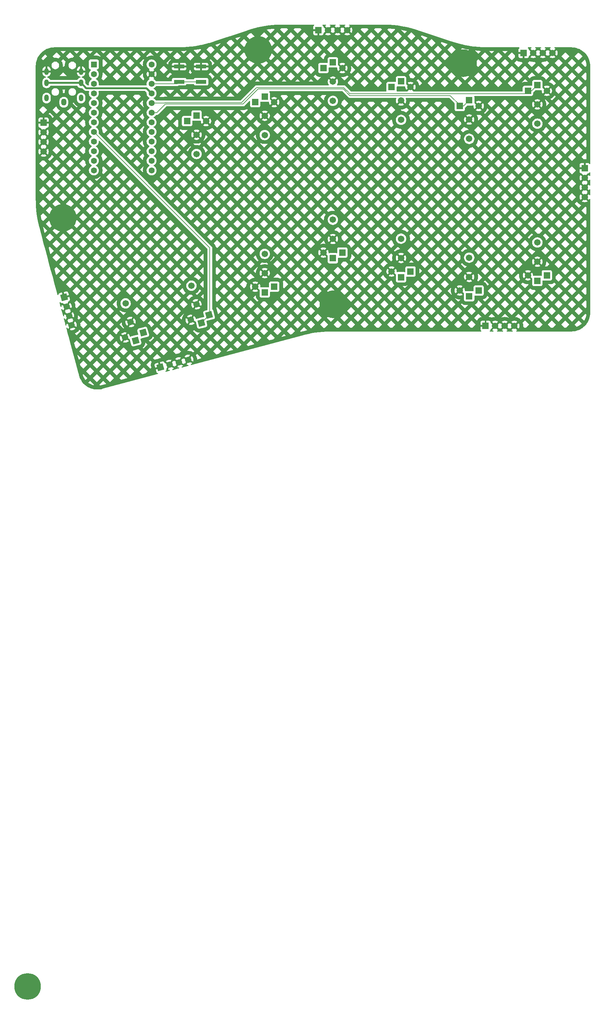
<source format=gbr>
G04 #@! TF.GenerationSoftware,KiCad,Pcbnew,9.0.2*
G04 #@! TF.CreationDate,2025-12-10T20:56:19-05:00*
G04 #@! TF.ProjectId,ThumbsUp,5468756d-6273-4557-902e-6b696361645f,rev?*
G04 #@! TF.SameCoordinates,Original*
G04 #@! TF.FileFunction,Copper,L1,Top*
G04 #@! TF.FilePolarity,Positive*
%FSLAX46Y46*%
G04 Gerber Fmt 4.6, Leading zero omitted, Abs format (unit mm)*
G04 Created by KiCad (PCBNEW 9.0.2) date 2025-12-10 20:56:19*
%MOMM*%
%LPD*%
G01*
G04 APERTURE LIST*
G04 Aperture macros list*
%AMRotRect*
0 Rectangle, with rotation*
0 The origin of the aperture is its center*
0 $1 length*
0 $2 width*
0 $3 Rotation angle, in degrees counterclockwise*
0 Add horizontal line*
21,1,$1,$2,0,0,$3*%
G04 Aperture macros list end*
G04 #@! TA.AperFunction,ComponentPad*
%ADD10R,1.701800X1.701800*%
G04 #@! TD*
G04 #@! TA.AperFunction,ComponentPad*
%ADD11C,1.701800*%
G04 #@! TD*
G04 #@! TA.AperFunction,ComponentPad*
%ADD12R,1.600000X1.600000*%
G04 #@! TD*
G04 #@! TA.AperFunction,ComponentPad*
%ADD13C,1.600000*%
G04 #@! TD*
G04 #@! TA.AperFunction,ComponentPad*
%ADD14C,7.000000*%
G04 #@! TD*
G04 #@! TA.AperFunction,ComponentPad*
%ADD15R,1.700000X1.700000*%
G04 #@! TD*
G04 #@! TA.AperFunction,ComponentPad*
%ADD16C,1.700000*%
G04 #@! TD*
G04 #@! TA.AperFunction,ComponentPad*
%ADD17RotRect,1.700000X1.700000X105.000000*%
G04 #@! TD*
G04 #@! TA.AperFunction,ComponentPad*
%ADD18RotRect,1.701800X1.701800X195.000000*%
G04 #@! TD*
G04 #@! TA.AperFunction,SMDPad,CuDef*
%ADD19R,2.800000X1.000000*%
G04 #@! TD*
G04 #@! TA.AperFunction,ComponentPad*
%ADD20O,1.200000X1.800000*%
G04 #@! TD*
G04 #@! TA.AperFunction,ComponentPad*
%ADD21RotRect,1.700000X1.700000X15.000000*%
G04 #@! TD*
G04 #@! TA.AperFunction,Conductor*
%ADD22C,0.500000*%
G04 #@! TD*
G04 #@! TA.AperFunction,Conductor*
%ADD23C,0.200000*%
G04 #@! TD*
G04 APERTURE END LIST*
D10*
X82500000Y-42000000D03*
X85000000Y-40500000D03*
D11*
X85000000Y-45580000D03*
X87500000Y-42000000D03*
X85000000Y-50660000D03*
D12*
X39880000Y-32030000D03*
D13*
X39880000Y-34570000D03*
X39880000Y-37110000D03*
X39880000Y-39650000D03*
X39880000Y-42190000D03*
X39880000Y-44730000D03*
X39880000Y-47270000D03*
X39880000Y-49810000D03*
X39880000Y-52350000D03*
X39880000Y-54890000D03*
X39880000Y-57430000D03*
X39880000Y-59970000D03*
X55120000Y-59970000D03*
X55120000Y-57430000D03*
X55120000Y-54890000D03*
X55120000Y-52350000D03*
X55120000Y-49810000D03*
X55120000Y-47270000D03*
X55120000Y-44730000D03*
X55120000Y-42190000D03*
X55120000Y-39650000D03*
X55120000Y-37110000D03*
X55120000Y-34570000D03*
X55120000Y-32030000D03*
D10*
X118500000Y-38000000D03*
X121000000Y-36500000D03*
D11*
X121000000Y-41580000D03*
X123500000Y-38000000D03*
X121000000Y-46660000D03*
D10*
X64500000Y-47000000D03*
X67000000Y-45500000D03*
D11*
X67000000Y-50580000D03*
X69500000Y-47000000D03*
X67000000Y-55660000D03*
D14*
X137400000Y-31700000D03*
D15*
X143320000Y-101000000D03*
D16*
X145860000Y-101000000D03*
X148400000Y-101000000D03*
X150940000Y-101000000D03*
D15*
X99160000Y-23000000D03*
D16*
X101700000Y-23000000D03*
X104240000Y-23000000D03*
X106780000Y-23000000D03*
D15*
X26600000Y-47400000D03*
D16*
X26600000Y-49940000D03*
X26600000Y-52480000D03*
X26600000Y-55020000D03*
D14*
X103100000Y-95300000D03*
D17*
X57464120Y-111922566D03*
D16*
X59917572Y-111265166D03*
X62371023Y-110607765D03*
X64824475Y-109950365D03*
D10*
X87500000Y-90660000D03*
X85000000Y-92160000D03*
D11*
X85000000Y-87080000D03*
X82500000Y-90660000D03*
X85000000Y-82000000D03*
D18*
X70302933Y-98114632D03*
X68276347Y-100210568D03*
D11*
X66961546Y-95303665D03*
X65473304Y-99408727D03*
X65646746Y-90396763D03*
D10*
X159500000Y-87660000D03*
X157000000Y-89160000D03*
D11*
X157000000Y-84080000D03*
X154500000Y-87660000D03*
X157000000Y-79000000D03*
D19*
X68200000Y-36600000D03*
X62400000Y-36600000D03*
X68200000Y-32600000D03*
X62400000Y-32600000D03*
D18*
X52916268Y-102773375D03*
X50889682Y-104869311D03*
D11*
X49574881Y-99962408D03*
X48086639Y-104067470D03*
X48260081Y-95055506D03*
D14*
X31683570Y-72500000D03*
D15*
X169500000Y-59400000D03*
D16*
X169500000Y-61940000D03*
X169500000Y-64480000D03*
X169500000Y-67020000D03*
D20*
X36500000Y-33900000D03*
X36500000Y-36900000D03*
X36500000Y-40900000D03*
X31900000Y-42000000D03*
D10*
X154500000Y-39000000D03*
X157000000Y-37500000D03*
D11*
X157000000Y-42580000D03*
X159500000Y-39000000D03*
X157000000Y-47660000D03*
D10*
X136500000Y-43000000D03*
X139000000Y-41500000D03*
D11*
X139000000Y-46580000D03*
X141500000Y-43000000D03*
X139000000Y-51660000D03*
D21*
X32027799Y-93439645D03*
D16*
X32685199Y-95893097D03*
X33342600Y-98346548D03*
X34000000Y-100800000D03*
D15*
X153380000Y-29000000D03*
D16*
X155920000Y-29000000D03*
X158460000Y-29000000D03*
X161000000Y-29000000D03*
D10*
X141500000Y-91660000D03*
X139000000Y-93160000D03*
D11*
X139000000Y-88080000D03*
X136500000Y-91660000D03*
X139000000Y-83000000D03*
D10*
X105500000Y-81660000D03*
X103000000Y-83160000D03*
D11*
X103000000Y-78080000D03*
X100500000Y-81660000D03*
X103000000Y-73000000D03*
D10*
X123500000Y-86660000D03*
X121000000Y-88160000D03*
D11*
X121000000Y-83080000D03*
X118500000Y-86660000D03*
X121000000Y-78000000D03*
D10*
X100500000Y-33000000D03*
X103000000Y-31500000D03*
D11*
X103000000Y-36580000D03*
X105500000Y-33000000D03*
X103000000Y-41660000D03*
D14*
X83300000Y-28200000D03*
X22400000Y-275200000D03*
D20*
X27400000Y-33900000D03*
X27400000Y-36900000D03*
X27400000Y-40900000D03*
X32000000Y-42000000D03*
D22*
X37888000Y-38288000D02*
X53758000Y-38288000D01*
X55100000Y-39650000D02*
X55000000Y-39750000D01*
X27400000Y-36900000D02*
X36500000Y-36900000D01*
X55120000Y-39650000D02*
X55100000Y-39650000D01*
X36500000Y-36900000D02*
X37888000Y-38288000D01*
X53758000Y-38288000D02*
X55120000Y-39650000D01*
D23*
X70302933Y-98183982D02*
X68276347Y-100210568D01*
X70500000Y-97917565D02*
X70302933Y-98114632D01*
X70500000Y-80430000D02*
X70500000Y-97917565D01*
X39880000Y-49810000D02*
X70500000Y-80430000D01*
X70302933Y-98114632D02*
X70302933Y-98183982D01*
X105750000Y-38500000D02*
X107500000Y-40250000D01*
X139000000Y-41500000D02*
X137500000Y-43000000D01*
X56520000Y-44730000D02*
X58750000Y-42500000D01*
X55120000Y-44730000D02*
X55020000Y-44730000D01*
X55120000Y-44730000D02*
X56520000Y-44730000D01*
X83250000Y-38500000D02*
X105750000Y-38500000D01*
X79250000Y-42500000D02*
X83250000Y-38500000D01*
X107500000Y-40250000D02*
X134000000Y-40250000D01*
X134000000Y-40250000D02*
X136500000Y-42750000D01*
X136500000Y-42750000D02*
X136500000Y-43000000D01*
X58750000Y-42500000D02*
X79250000Y-42500000D01*
X55020000Y-44730000D02*
X55000000Y-44750000D01*
X137500000Y-43000000D02*
X136500000Y-43000000D01*
X106750000Y-39000000D02*
X107500000Y-39750000D01*
X58597552Y-42190000D02*
X58614552Y-42173000D01*
X105885448Y-38173000D02*
X106712448Y-39000000D01*
X106712448Y-39000000D02*
X106750000Y-39000000D01*
X107500000Y-39750000D02*
X153750000Y-39750000D01*
X55120000Y-42190000D02*
X58597552Y-42190000D01*
X82827000Y-38173000D02*
X105885448Y-38173000D01*
X153750000Y-39750000D02*
X154500000Y-39000000D01*
X155500000Y-39000000D02*
X154500000Y-39000000D01*
X157000000Y-37500000D02*
X155500000Y-39000000D01*
X78827000Y-42173000D02*
X82827000Y-38173000D01*
X58614552Y-42173000D02*
X78827000Y-42173000D01*
X55120000Y-37110000D02*
X61890000Y-37110000D01*
X62400000Y-36600000D02*
X68200000Y-36600000D01*
X61890000Y-37110000D02*
X62400000Y-36600000D01*
G04 #@! TA.AperFunction,Conductor*
G36*
X122112780Y-37873307D02*
G01*
X122146266Y-37934630D01*
X122149100Y-37960990D01*
X122149100Y-38106317D01*
X122182364Y-38316337D01*
X122248070Y-38518563D01*
X122248071Y-38518566D01*
X122344609Y-38708029D01*
X122384083Y-38762361D01*
X122384085Y-38762361D01*
X122937918Y-38208528D01*
X122943777Y-38230395D01*
X123022361Y-38366505D01*
X123133495Y-38477639D01*
X123269605Y-38556223D01*
X123291470Y-38562081D01*
X122748370Y-39105181D01*
X122687047Y-39138666D01*
X122660689Y-39141500D01*
X119963825Y-39141500D01*
X119896786Y-39121815D01*
X119851031Y-39069011D01*
X119841087Y-38999853D01*
X119847644Y-38974165D01*
X119852888Y-38960104D01*
X119852888Y-38960103D01*
X119852889Y-38960101D01*
X119857048Y-38921417D01*
X119859399Y-38899554D01*
X119859400Y-38899537D01*
X119859400Y-37964160D01*
X119879085Y-37897121D01*
X119931889Y-37851366D01*
X120001047Y-37841422D01*
X120026736Y-37847979D01*
X120039899Y-37852889D01*
X120069370Y-37856057D01*
X120100445Y-37859399D01*
X120100462Y-37859400D01*
X121899538Y-37859400D01*
X121899554Y-37859399D01*
X121926592Y-37856491D01*
X121960101Y-37852889D01*
X121969414Y-37849415D01*
X121981765Y-37844809D01*
X122051456Y-37839823D01*
X122112780Y-37873307D01*
G37*
G04 #@! TD.AperFunction*
G04 #@! TA.AperFunction,Conductor*
G36*
X98004375Y-21545185D02*
G01*
X98050130Y-21597989D01*
X98060074Y-21667147D01*
X98031049Y-21730703D01*
X98011647Y-21748767D01*
X97952809Y-21792813D01*
X97866649Y-21907906D01*
X97866645Y-21907913D01*
X97816403Y-22042620D01*
X97816401Y-22042627D01*
X97810000Y-22102155D01*
X97810000Y-22750000D01*
X98726988Y-22750000D01*
X98694075Y-22807007D01*
X98660000Y-22934174D01*
X98660000Y-23065826D01*
X98694075Y-23192993D01*
X98726988Y-23250000D01*
X97810000Y-23250000D01*
X97810000Y-23897844D01*
X97816401Y-23957372D01*
X97816403Y-23957379D01*
X97866645Y-24092086D01*
X97866649Y-24092093D01*
X97952809Y-24207187D01*
X97952812Y-24207190D01*
X98067906Y-24293350D01*
X98067913Y-24293354D01*
X98202620Y-24343596D01*
X98202627Y-24343598D01*
X98262155Y-24349999D01*
X98262172Y-24350000D01*
X98910000Y-24350000D01*
X98910000Y-23433012D01*
X98967007Y-23465925D01*
X99094174Y-23500000D01*
X99225826Y-23500000D01*
X99352993Y-23465925D01*
X99410000Y-23433012D01*
X99410000Y-24350000D01*
X100057828Y-24350000D01*
X100057844Y-24349999D01*
X100117372Y-24343598D01*
X100117379Y-24343596D01*
X100252086Y-24293354D01*
X100252093Y-24293350D01*
X100367187Y-24207190D01*
X100367190Y-24207187D01*
X100453350Y-24092093D01*
X100453354Y-24092086D01*
X100503598Y-23957375D01*
X100512501Y-23874556D01*
X100515550Y-23874883D01*
X100514642Y-23857984D01*
X100547642Y-23798802D01*
X101217037Y-23129408D01*
X101234075Y-23192993D01*
X101299901Y-23307007D01*
X101392993Y-23400099D01*
X101507007Y-23465925D01*
X101570590Y-23482962D01*
X100938282Y-24115269D01*
X100938282Y-24115270D01*
X100992449Y-24154624D01*
X101181782Y-24251095D01*
X101383870Y-24316757D01*
X101593754Y-24350000D01*
X101806246Y-24350000D01*
X102016127Y-24316757D01*
X102016130Y-24316757D01*
X102218217Y-24251095D01*
X102407554Y-24154622D01*
X102461716Y-24115270D01*
X102461717Y-24115270D01*
X101829408Y-23482962D01*
X101892993Y-23465925D01*
X102007007Y-23400099D01*
X102100099Y-23307007D01*
X102165925Y-23192993D01*
X102182962Y-23129408D01*
X102815270Y-23761717D01*
X102815270Y-23761716D01*
X102854622Y-23707554D01*
X102859514Y-23697954D01*
X102907488Y-23647157D01*
X102975308Y-23630361D01*
X103041444Y-23652897D01*
X103080486Y-23697954D01*
X103085375Y-23707550D01*
X103124728Y-23761716D01*
X103757037Y-23129408D01*
X103774075Y-23192993D01*
X103839901Y-23307007D01*
X103932993Y-23400099D01*
X104047007Y-23465925D01*
X104110590Y-23482962D01*
X103478282Y-24115269D01*
X103478282Y-24115270D01*
X103532449Y-24154624D01*
X103721782Y-24251095D01*
X103923870Y-24316757D01*
X104133754Y-24350000D01*
X104346246Y-24350000D01*
X104556127Y-24316757D01*
X104556130Y-24316757D01*
X104758217Y-24251095D01*
X104947554Y-24154622D01*
X105001716Y-24115270D01*
X105001717Y-24115270D01*
X104369408Y-23482962D01*
X104432993Y-23465925D01*
X104547007Y-23400099D01*
X104640099Y-23307007D01*
X104705925Y-23192993D01*
X104722962Y-23129409D01*
X105355270Y-23761717D01*
X105355270Y-23761716D01*
X105394622Y-23707554D01*
X105399514Y-23697954D01*
X105447488Y-23647157D01*
X105515308Y-23630361D01*
X105581444Y-23652897D01*
X105620486Y-23697954D01*
X105625375Y-23707550D01*
X105664728Y-23761716D01*
X106297037Y-23129408D01*
X106314075Y-23192993D01*
X106379901Y-23307007D01*
X106472993Y-23400099D01*
X106587007Y-23465925D01*
X106650590Y-23482962D01*
X106018282Y-24115269D01*
X106018282Y-24115270D01*
X106072449Y-24154624D01*
X106261782Y-24251095D01*
X106463870Y-24316757D01*
X106673754Y-24350000D01*
X106886246Y-24350000D01*
X107096127Y-24316757D01*
X107096130Y-24316757D01*
X107298217Y-24251095D01*
X107487554Y-24154622D01*
X107541716Y-24115270D01*
X107541717Y-24115270D01*
X106909408Y-23482962D01*
X106972993Y-23465925D01*
X107087007Y-23400099D01*
X107180099Y-23307007D01*
X107245925Y-23192993D01*
X107262962Y-23129408D01*
X107895270Y-23761717D01*
X107895270Y-23761716D01*
X107934622Y-23707554D01*
X108031095Y-23518217D01*
X108096757Y-23316130D01*
X108096757Y-23316127D01*
X108130000Y-23106246D01*
X108130000Y-22893753D01*
X108118925Y-22823833D01*
X110279640Y-22823833D01*
X111341715Y-23885907D01*
X112403790Y-22823833D01*
X113815174Y-22823833D01*
X114877249Y-23885908D01*
X115939324Y-22823833D01*
X115939323Y-22823832D01*
X117350707Y-22823832D01*
X118412783Y-23885908D01*
X119360182Y-22938509D01*
X121000918Y-22938509D01*
X121948316Y-23885907D01*
X122582985Y-23251238D01*
X121690855Y-23061893D01*
X121000918Y-22938509D01*
X119360182Y-22938509D01*
X119474858Y-22823833D01*
X119358658Y-22707633D01*
X118924234Y-22658505D01*
X117995053Y-22583603D01*
X117609556Y-22564983D01*
X117350707Y-22823832D01*
X115939323Y-22823832D01*
X115638991Y-22523500D01*
X114115507Y-22523500D01*
X113815174Y-22823833D01*
X112403790Y-22823833D01*
X112103457Y-22523500D01*
X110579974Y-22523500D01*
X110279640Y-22823833D01*
X108118925Y-22823833D01*
X108096757Y-22683872D01*
X108096757Y-22683869D01*
X108031095Y-22481782D01*
X107934624Y-22292449D01*
X107895270Y-22238282D01*
X107895269Y-22238282D01*
X107262962Y-22870590D01*
X107245925Y-22807007D01*
X107180099Y-22692993D01*
X107087007Y-22599901D01*
X106972993Y-22534075D01*
X106909409Y-22517037D01*
X107541716Y-21884728D01*
X107487550Y-21845375D01*
X107319964Y-21759985D01*
X107269168Y-21712010D01*
X107252373Y-21644189D01*
X107274911Y-21578054D01*
X107329626Y-21534603D01*
X107376259Y-21525500D01*
X116123385Y-21525500D01*
X116130670Y-21525500D01*
X116132664Y-21525515D01*
X117093976Y-21540981D01*
X117097871Y-21541106D01*
X118057252Y-21587443D01*
X118061176Y-21587697D01*
X119018497Y-21664867D01*
X119022412Y-21665246D01*
X119976793Y-21773177D01*
X119980702Y-21773682D01*
X120931123Y-21912260D01*
X120935031Y-21912895D01*
X121660427Y-22042620D01*
X121880409Y-22081960D01*
X121884326Y-22082725D01*
X122823835Y-22282127D01*
X122827667Y-22283005D01*
X123760252Y-22512521D01*
X123764104Y-22513534D01*
X124688861Y-22772944D01*
X124692665Y-22774078D01*
X125608943Y-23063209D01*
X125610764Y-23063800D01*
X134328210Y-25969616D01*
X134328235Y-25969633D01*
X134373430Y-25984698D01*
X134373430Y-25984699D01*
X134831715Y-26137472D01*
X135476477Y-26329579D01*
X135757637Y-26413351D01*
X135757645Y-26413353D01*
X136691972Y-26659304D01*
X136691976Y-26659305D01*
X136691984Y-26659307D01*
X137495553Y-26843414D01*
X137633726Y-26875071D01*
X138581935Y-27060430D01*
X139535615Y-27215190D01*
X140179735Y-27298548D01*
X140493762Y-27339189D01*
X140493776Y-27339190D01*
X140493781Y-27339191D01*
X141455440Y-27432303D01*
X141455453Y-27432303D01*
X141455455Y-27432304D01*
X142419579Y-27494431D01*
X142419581Y-27494431D01*
X142419596Y-27494432D01*
X143385252Y-27525512D01*
X143868330Y-27525500D01*
X143876615Y-27525500D01*
X152157336Y-27525500D01*
X152224375Y-27545185D01*
X152270130Y-27597989D01*
X152280074Y-27667147D01*
X152251049Y-27730703D01*
X152231647Y-27748767D01*
X152172809Y-27792813D01*
X152086649Y-27907906D01*
X152086645Y-27907913D01*
X152036403Y-28042620D01*
X152036401Y-28042627D01*
X152030000Y-28102155D01*
X152030000Y-28750000D01*
X152946988Y-28750000D01*
X152914075Y-28807007D01*
X152880000Y-28934174D01*
X152880000Y-29065826D01*
X152914075Y-29192993D01*
X152946988Y-29250000D01*
X152030000Y-29250000D01*
X152030000Y-29897844D01*
X152036401Y-29957372D01*
X152036403Y-29957379D01*
X152086645Y-30092086D01*
X152086649Y-30092093D01*
X152172809Y-30207187D01*
X152172812Y-30207190D01*
X152287906Y-30293350D01*
X152287913Y-30293354D01*
X152422620Y-30343596D01*
X152422627Y-30343598D01*
X152482155Y-30349999D01*
X152482172Y-30350000D01*
X153130000Y-30350000D01*
X153130000Y-29433012D01*
X153187007Y-29465925D01*
X153314174Y-29500000D01*
X153445826Y-29500000D01*
X153572993Y-29465925D01*
X153630000Y-29433012D01*
X153630000Y-30350000D01*
X154277828Y-30350000D01*
X154277844Y-30349999D01*
X154337372Y-30343598D01*
X154337379Y-30343596D01*
X154472086Y-30293354D01*
X154472093Y-30293350D01*
X154587187Y-30207190D01*
X154587190Y-30207187D01*
X154673350Y-30092093D01*
X154673354Y-30092086D01*
X154723598Y-29957375D01*
X154732501Y-29874556D01*
X154735550Y-29874883D01*
X154734642Y-29857984D01*
X154767642Y-29798802D01*
X155437037Y-29129408D01*
X155454075Y-29192993D01*
X155519901Y-29307007D01*
X155612993Y-29400099D01*
X155727007Y-29465925D01*
X155790590Y-29482962D01*
X155158282Y-30115269D01*
X155158282Y-30115270D01*
X155212449Y-30154624D01*
X155401782Y-30251095D01*
X155603870Y-30316757D01*
X155813754Y-30350000D01*
X156026246Y-30350000D01*
X156236127Y-30316757D01*
X156236130Y-30316757D01*
X156438217Y-30251095D01*
X156627554Y-30154622D01*
X156681716Y-30115270D01*
X156681717Y-30115270D01*
X156049408Y-29482962D01*
X156112993Y-29465925D01*
X156227007Y-29400099D01*
X156320099Y-29307007D01*
X156385925Y-29192993D01*
X156402962Y-29129408D01*
X157035270Y-29761717D01*
X157035270Y-29761716D01*
X157074622Y-29707554D01*
X157079514Y-29697954D01*
X157127488Y-29647157D01*
X157195308Y-29630361D01*
X157261444Y-29652897D01*
X157300486Y-29697954D01*
X157305375Y-29707550D01*
X157344728Y-29761716D01*
X157977037Y-29129408D01*
X157994075Y-29192993D01*
X158059901Y-29307007D01*
X158152993Y-29400099D01*
X158267007Y-29465925D01*
X158330590Y-29482962D01*
X157698282Y-30115269D01*
X157698282Y-30115270D01*
X157752449Y-30154624D01*
X157941782Y-30251095D01*
X158143870Y-30316757D01*
X158353754Y-30350000D01*
X158566246Y-30350000D01*
X158776127Y-30316757D01*
X158776130Y-30316757D01*
X158978217Y-30251095D01*
X159167554Y-30154622D01*
X159221716Y-30115270D01*
X159221717Y-30115270D01*
X158589408Y-29482962D01*
X158652993Y-29465925D01*
X158767007Y-29400099D01*
X158860099Y-29307007D01*
X158925925Y-29192993D01*
X158942962Y-29129409D01*
X159575270Y-29761717D01*
X159575270Y-29761716D01*
X159614622Y-29707554D01*
X159619514Y-29697954D01*
X159667488Y-29647157D01*
X159735308Y-29630361D01*
X159801444Y-29652897D01*
X159840486Y-29697954D01*
X159845375Y-29707550D01*
X159884728Y-29761716D01*
X160517037Y-29129408D01*
X160534075Y-29192993D01*
X160599901Y-29307007D01*
X160692993Y-29400099D01*
X160807007Y-29465925D01*
X160870590Y-29482962D01*
X160238282Y-30115269D01*
X160238282Y-30115270D01*
X160292449Y-30154624D01*
X160481782Y-30251095D01*
X160683870Y-30316757D01*
X160893754Y-30350000D01*
X161106246Y-30350000D01*
X161316127Y-30316757D01*
X161316130Y-30316757D01*
X161518217Y-30251095D01*
X161707554Y-30154622D01*
X161761716Y-30115270D01*
X161761717Y-30115270D01*
X161541348Y-29894901D01*
X163312649Y-29894901D01*
X164374724Y-30956976D01*
X165436799Y-29894901D01*
X165436798Y-29894900D01*
X166848182Y-29894900D01*
X167910258Y-30956976D01*
X168972333Y-29894901D01*
X168435586Y-29358154D01*
X168174475Y-29171723D01*
X167892178Y-29003512D01*
X167789679Y-28953403D01*
X166848182Y-29894900D01*
X165436798Y-29894900D01*
X164374724Y-28832826D01*
X163312649Y-29894901D01*
X161541348Y-29894901D01*
X161129408Y-29482962D01*
X161192993Y-29465925D01*
X161307007Y-29400099D01*
X161400099Y-29307007D01*
X161465925Y-29192993D01*
X161482962Y-29129408D01*
X162115270Y-29761717D01*
X162115270Y-29761716D01*
X162154622Y-29707554D01*
X162251095Y-29518217D01*
X162316757Y-29316130D01*
X162316757Y-29316127D01*
X162350000Y-29106246D01*
X162350000Y-28893753D01*
X162316757Y-28683872D01*
X162316757Y-28683869D01*
X162251095Y-28481782D01*
X162154624Y-28292449D01*
X162115270Y-28238282D01*
X162115269Y-28238282D01*
X161482962Y-28870590D01*
X161465925Y-28807007D01*
X161400099Y-28692993D01*
X161307007Y-28599901D01*
X161192993Y-28534075D01*
X161129409Y-28517037D01*
X161761716Y-27884728D01*
X161707550Y-27845375D01*
X161539964Y-27759985D01*
X161489168Y-27712010D01*
X161472373Y-27644189D01*
X161494911Y-27578054D01*
X161549626Y-27534603D01*
X161596259Y-27525500D01*
X165991715Y-27525500D01*
X165997439Y-27525500D01*
X166002562Y-27525605D01*
X166405682Y-27542278D01*
X166415855Y-27543121D01*
X166813690Y-27592712D01*
X166823798Y-27594399D01*
X167216146Y-27676665D01*
X167226082Y-27679181D01*
X167610319Y-27793573D01*
X167619987Y-27796892D01*
X167845086Y-27884727D01*
X167993459Y-27942623D01*
X168002830Y-27946732D01*
X168362998Y-28122808D01*
X168371994Y-28127677D01*
X168716390Y-28332891D01*
X168724965Y-28338493D01*
X168873386Y-28444464D01*
X169051224Y-28571439D01*
X169059311Y-28577733D01*
X169365229Y-28836831D01*
X169372769Y-28843773D01*
X169656226Y-29127230D01*
X169663168Y-29134770D01*
X169922266Y-29440688D01*
X169928560Y-29448775D01*
X170078812Y-29659214D01*
X170155012Y-29765939D01*
X170161502Y-29775028D01*
X170167108Y-29783609D01*
X170372322Y-30128005D01*
X170377195Y-30137010D01*
X170545145Y-30480556D01*
X170553260Y-30497155D01*
X170557376Y-30506540D01*
X170703102Y-30880000D01*
X170706430Y-30889693D01*
X170820818Y-31273917D01*
X170823334Y-31283853D01*
X170905600Y-31676201D01*
X170907287Y-31686309D01*
X170956876Y-32084123D01*
X170957722Y-32094337D01*
X170974394Y-32497437D01*
X170974500Y-32502561D01*
X170974500Y-58177335D01*
X170954815Y-58244374D01*
X170902011Y-58290129D01*
X170832853Y-58300073D01*
X170769297Y-58271048D01*
X170751234Y-58251647D01*
X170707187Y-58192809D01*
X170592093Y-58106649D01*
X170592086Y-58106645D01*
X170457379Y-58056403D01*
X170457372Y-58056401D01*
X170397844Y-58050000D01*
X169750000Y-58050000D01*
X169750000Y-58966988D01*
X169692993Y-58934075D01*
X169565826Y-58900000D01*
X169434174Y-58900000D01*
X169307007Y-58934075D01*
X169250000Y-58966988D01*
X169250000Y-58050000D01*
X168602155Y-58050000D01*
X168542627Y-58056401D01*
X168542620Y-58056403D01*
X168407913Y-58106645D01*
X168407906Y-58106649D01*
X168292812Y-58192809D01*
X168292809Y-58192812D01*
X168206649Y-58307906D01*
X168206645Y-58307913D01*
X168156403Y-58442620D01*
X168156401Y-58442627D01*
X168150000Y-58502155D01*
X168150000Y-59150000D01*
X169066988Y-59150000D01*
X169034075Y-59207007D01*
X169000000Y-59334174D01*
X169000000Y-59465826D01*
X169034075Y-59592993D01*
X169066988Y-59650000D01*
X168150000Y-59650000D01*
X168150000Y-60297844D01*
X168156401Y-60357372D01*
X168156403Y-60357379D01*
X168206645Y-60492086D01*
X168206649Y-60492093D01*
X168292809Y-60607187D01*
X168292812Y-60607190D01*
X168407906Y-60693350D01*
X168407913Y-60693354D01*
X168542620Y-60743596D01*
X168542619Y-60743596D01*
X168625444Y-60752501D01*
X168625116Y-60755550D01*
X168642014Y-60754642D01*
X168701196Y-60787642D01*
X169370591Y-61457037D01*
X169307007Y-61474075D01*
X169192993Y-61539901D01*
X169099901Y-61632993D01*
X169034075Y-61747007D01*
X169017037Y-61810591D01*
X168384728Y-61178282D01*
X168384727Y-61178282D01*
X168345380Y-61232439D01*
X168248904Y-61421782D01*
X168183242Y-61623869D01*
X168183242Y-61623872D01*
X168150000Y-61833753D01*
X168150000Y-62046246D01*
X168183242Y-62256127D01*
X168183242Y-62256130D01*
X168248904Y-62458217D01*
X168345375Y-62647550D01*
X168384728Y-62701716D01*
X169017037Y-62069408D01*
X169034075Y-62132993D01*
X169099901Y-62247007D01*
X169192993Y-62340099D01*
X169307007Y-62405925D01*
X169370590Y-62422962D01*
X168738282Y-63055269D01*
X168738282Y-63055270D01*
X168792452Y-63094626D01*
X168802048Y-63099516D01*
X168852844Y-63147491D01*
X168869638Y-63215312D01*
X168847100Y-63281447D01*
X168802051Y-63320483D01*
X168792440Y-63325380D01*
X168738282Y-63364727D01*
X168738282Y-63364728D01*
X169370591Y-63997037D01*
X169307007Y-64014075D01*
X169192993Y-64079901D01*
X169099901Y-64172993D01*
X169034075Y-64287007D01*
X169017037Y-64350591D01*
X168384728Y-63718282D01*
X168384727Y-63718282D01*
X168345380Y-63772439D01*
X168248904Y-63961782D01*
X168183242Y-64163869D01*
X168183242Y-64163872D01*
X168150000Y-64373753D01*
X168150000Y-64586246D01*
X168183242Y-64796127D01*
X168183242Y-64796130D01*
X168248904Y-64998217D01*
X168345375Y-65187550D01*
X168384728Y-65241716D01*
X169017037Y-64609408D01*
X169034075Y-64672993D01*
X169099901Y-64787007D01*
X169192993Y-64880099D01*
X169307007Y-64945925D01*
X169370590Y-64962962D01*
X168738282Y-65595269D01*
X168738282Y-65595270D01*
X168792452Y-65634626D01*
X168802048Y-65639516D01*
X168852844Y-65687491D01*
X168869638Y-65755312D01*
X168847100Y-65821447D01*
X168802051Y-65860483D01*
X168792440Y-65865380D01*
X168738282Y-65904727D01*
X168738282Y-65904728D01*
X169370591Y-66537037D01*
X169307007Y-66554075D01*
X169192993Y-66619901D01*
X169099901Y-66712993D01*
X169034075Y-66827007D01*
X169017037Y-66890591D01*
X168384728Y-66258282D01*
X168384727Y-66258282D01*
X168345380Y-66312439D01*
X168248904Y-66501782D01*
X168183242Y-66703869D01*
X168183242Y-66703872D01*
X168150000Y-66913753D01*
X168150000Y-67126246D01*
X168183242Y-67336127D01*
X168183242Y-67336130D01*
X168248904Y-67538217D01*
X168345375Y-67727550D01*
X168384728Y-67781716D01*
X169017037Y-67149408D01*
X169034075Y-67212993D01*
X169099901Y-67327007D01*
X169192993Y-67420099D01*
X169307007Y-67485925D01*
X169370590Y-67502962D01*
X168738282Y-68135269D01*
X168738282Y-68135270D01*
X168792449Y-68174624D01*
X168981782Y-68271095D01*
X169183870Y-68336757D01*
X169393754Y-68370000D01*
X169606246Y-68370000D01*
X169816127Y-68336757D01*
X169816130Y-68336757D01*
X170018217Y-68271095D01*
X170207554Y-68174622D01*
X170261716Y-68135270D01*
X170261717Y-68135270D01*
X169629408Y-67502962D01*
X169692993Y-67485925D01*
X169807007Y-67420099D01*
X169900099Y-67327007D01*
X169965925Y-67212993D01*
X169982962Y-67149409D01*
X170615270Y-67781717D01*
X170615270Y-67781716D01*
X170654622Y-67727554D01*
X170740015Y-67559963D01*
X170787990Y-67509167D01*
X170855811Y-67492372D01*
X170921946Y-67514909D01*
X170965397Y-67569625D01*
X170974500Y-67616258D01*
X170974500Y-97497438D01*
X170974394Y-97502562D01*
X170957722Y-97905662D01*
X170956876Y-97915876D01*
X170907287Y-98313690D01*
X170905600Y-98323798D01*
X170823334Y-98716146D01*
X170820818Y-98726082D01*
X170706430Y-99110306D01*
X170703102Y-99119999D01*
X170557376Y-99493459D01*
X170553260Y-99502844D01*
X170377200Y-99862981D01*
X170372322Y-99871994D01*
X170167108Y-100216390D01*
X170161502Y-100224971D01*
X169928560Y-100551224D01*
X169922266Y-100559311D01*
X169663168Y-100865229D01*
X169656226Y-100872769D01*
X169372769Y-101156226D01*
X169365229Y-101163168D01*
X169059311Y-101422266D01*
X169051224Y-101428560D01*
X168724971Y-101661502D01*
X168716390Y-101667108D01*
X168371994Y-101872322D01*
X168362981Y-101877200D01*
X168002844Y-102053260D01*
X167993459Y-102057376D01*
X167619999Y-102203102D01*
X167610306Y-102206430D01*
X167226082Y-102320818D01*
X167216146Y-102323334D01*
X166823798Y-102405600D01*
X166813690Y-102407287D01*
X166415876Y-102456876D01*
X166405662Y-102457722D01*
X166002563Y-102474394D01*
X165997439Y-102474500D01*
X151536259Y-102474500D01*
X151469220Y-102454815D01*
X151423465Y-102402011D01*
X151413521Y-102332853D01*
X151442546Y-102269297D01*
X151479964Y-102240015D01*
X151647554Y-102154622D01*
X151701716Y-102115270D01*
X151701717Y-102115270D01*
X151069408Y-101482962D01*
X151132993Y-101465925D01*
X151247007Y-101400099D01*
X151340099Y-101307007D01*
X151405925Y-101192993D01*
X151422962Y-101129409D01*
X152055270Y-101761717D01*
X152055270Y-101761716D01*
X152094622Y-101707554D01*
X152191095Y-101518217D01*
X152256757Y-101316130D01*
X152256757Y-101316127D01*
X152290000Y-101106246D01*
X152290000Y-100893753D01*
X152256757Y-100683872D01*
X152256757Y-100683869D01*
X152191095Y-100481782D01*
X152094624Y-100292449D01*
X152055270Y-100238282D01*
X152055269Y-100238282D01*
X151422962Y-100870590D01*
X151405925Y-100807007D01*
X151340099Y-100692993D01*
X151247007Y-100599901D01*
X151132993Y-100534075D01*
X151069409Y-100517037D01*
X151414578Y-100171867D01*
X153139757Y-100171867D01*
X153211974Y-100394130D01*
X153213389Y-100398794D01*
X153221391Y-100427171D01*
X153222621Y-100431887D01*
X153231769Y-100470004D01*
X153232811Y-100474756D01*
X153238551Y-100503619D01*
X153239406Y-100508407D01*
X153278777Y-100756980D01*
X153279445Y-100761804D01*
X153282905Y-100791038D01*
X153283381Y-100795875D01*
X153286459Y-100834954D01*
X153286746Y-100839819D01*
X153287904Y-100869271D01*
X153288000Y-100874143D01*
X153288000Y-101125857D01*
X153287904Y-101130729D01*
X153286746Y-101160181D01*
X153286459Y-101165046D01*
X153284929Y-101184461D01*
X153576968Y-101476500D01*
X153959276Y-101476500D01*
X154830197Y-100605579D01*
X156241581Y-100605579D01*
X157112502Y-101476500D01*
X157494810Y-101476500D01*
X158365731Y-100605579D01*
X159777115Y-100605579D01*
X160648036Y-101476500D01*
X161030344Y-101476500D01*
X161901265Y-100605579D01*
X163312649Y-100605579D01*
X164183570Y-101476500D01*
X164565878Y-101476500D01*
X165436799Y-100605579D01*
X166848183Y-100605579D01*
X167443349Y-101200745D01*
X167596998Y-101140790D01*
X167892178Y-100996485D01*
X168174475Y-100828274D01*
X168441888Y-100637343D01*
X168692643Y-100424966D01*
X168742182Y-100375428D01*
X167910258Y-99543504D01*
X166848183Y-100605579D01*
X165436799Y-100605579D01*
X164374724Y-99543504D01*
X163312649Y-100605579D01*
X161901265Y-100605579D01*
X160839190Y-99543504D01*
X159777115Y-100605579D01*
X158365731Y-100605579D01*
X157303656Y-99543504D01*
X156241581Y-100605579D01*
X154830197Y-100605579D01*
X153768121Y-99543503D01*
X153139757Y-100171867D01*
X151414578Y-100171867D01*
X151701716Y-99884728D01*
X151647550Y-99845375D01*
X151458217Y-99748904D01*
X151256129Y-99683242D01*
X151046246Y-99650000D01*
X150833754Y-99650000D01*
X150623872Y-99683242D01*
X150623869Y-99683242D01*
X150421782Y-99748904D01*
X150232439Y-99845380D01*
X150178282Y-99884727D01*
X150178282Y-99884728D01*
X150810591Y-100517037D01*
X150747007Y-100534075D01*
X150632993Y-100599901D01*
X150539901Y-100692993D01*
X150474075Y-100807007D01*
X150457037Y-100870591D01*
X149824728Y-100238282D01*
X149824727Y-100238282D01*
X149785380Y-100292440D01*
X149780483Y-100302051D01*
X149732506Y-100352845D01*
X149664684Y-100369638D01*
X149598550Y-100347098D01*
X149559516Y-100302048D01*
X149554626Y-100292452D01*
X149515270Y-100238282D01*
X149515269Y-100238282D01*
X148882962Y-100870590D01*
X148865925Y-100807007D01*
X148800099Y-100692993D01*
X148707007Y-100599901D01*
X148592993Y-100534075D01*
X148529409Y-100517037D01*
X149161716Y-99884728D01*
X149107550Y-99845375D01*
X148918217Y-99748904D01*
X148716129Y-99683242D01*
X148506246Y-99650000D01*
X148293754Y-99650000D01*
X148083872Y-99683242D01*
X148083869Y-99683242D01*
X147881782Y-99748904D01*
X147692439Y-99845380D01*
X147638282Y-99884727D01*
X147638282Y-99884728D01*
X148270591Y-100517037D01*
X148207007Y-100534075D01*
X148092993Y-100599901D01*
X147999901Y-100692993D01*
X147934075Y-100807007D01*
X147917037Y-100870591D01*
X147284728Y-100238282D01*
X147284727Y-100238282D01*
X147245380Y-100292440D01*
X147240483Y-100302051D01*
X147192506Y-100352845D01*
X147124684Y-100369638D01*
X147058550Y-100347098D01*
X147019516Y-100302048D01*
X147014626Y-100292452D01*
X146975270Y-100238282D01*
X146975269Y-100238282D01*
X146342962Y-100870590D01*
X146325925Y-100807007D01*
X146260099Y-100692993D01*
X146167007Y-100599901D01*
X146052993Y-100534075D01*
X145989409Y-100517037D01*
X146621716Y-99884728D01*
X146567550Y-99845375D01*
X146378217Y-99748904D01*
X146176129Y-99683242D01*
X145966246Y-99650000D01*
X145753754Y-99650000D01*
X145543872Y-99683242D01*
X145543869Y-99683242D01*
X145341782Y-99748904D01*
X145152439Y-99845380D01*
X145098282Y-99884727D01*
X145098282Y-99884728D01*
X145730591Y-100517037D01*
X145667007Y-100534075D01*
X145552993Y-100599901D01*
X145459901Y-100692993D01*
X145394075Y-100807007D01*
X145377037Y-100870591D01*
X144707642Y-100201196D01*
X144674157Y-100139873D01*
X144675077Y-100125166D01*
X144672501Y-100125444D01*
X144663596Y-100042619D01*
X144613354Y-99907913D01*
X144613350Y-99907906D01*
X144527190Y-99792812D01*
X144527187Y-99792809D01*
X144412093Y-99706649D01*
X144412086Y-99706645D01*
X144277379Y-99656403D01*
X144277372Y-99656401D01*
X144217844Y-99650000D01*
X143570000Y-99650000D01*
X143570000Y-100566988D01*
X143512993Y-100534075D01*
X143385826Y-100500000D01*
X143254174Y-100500000D01*
X143127007Y-100534075D01*
X143070000Y-100566988D01*
X143070000Y-99650000D01*
X142422155Y-99650000D01*
X142362627Y-99656401D01*
X142362620Y-99656403D01*
X142227913Y-99706645D01*
X142227906Y-99706649D01*
X142112812Y-99792809D01*
X142112809Y-99792812D01*
X142026649Y-99907906D01*
X142026645Y-99907913D01*
X141976403Y-100042620D01*
X141976401Y-100042627D01*
X141970000Y-100102155D01*
X141970000Y-100750000D01*
X142886988Y-100750000D01*
X142854075Y-100807007D01*
X142820000Y-100934174D01*
X142820000Y-101065826D01*
X142854075Y-101192993D01*
X142886988Y-101250000D01*
X141970000Y-101250000D01*
X141970000Y-101897844D01*
X141976401Y-101957372D01*
X141976403Y-101957379D01*
X142026645Y-102092086D01*
X142026649Y-102092093D01*
X142112809Y-102207186D01*
X142171647Y-102251233D01*
X142213518Y-102307167D01*
X142218502Y-102376859D01*
X142185017Y-102438182D01*
X142123693Y-102471666D01*
X142097336Y-102474500D01*
X102732799Y-102474500D01*
X102732792Y-102474498D01*
X102681431Y-102474496D01*
X102193699Y-102474477D01*
X102191336Y-102474477D01*
X102191335Y-102474477D01*
X102157108Y-102475594D01*
X101211670Y-102506468D01*
X100233562Y-102570416D01*
X99258051Y-102666252D01*
X98286230Y-102793869D01*
X97319052Y-102953140D01*
X96357611Y-103143889D01*
X96357606Y-103143890D01*
X96289055Y-103159832D01*
X95402903Y-103365912D01*
X94930981Y-103492049D01*
X94930976Y-103492050D01*
X65646660Y-111318031D01*
X65576812Y-111316322D01*
X65518975Y-111277121D01*
X65491513Y-111212875D01*
X65503145Y-111143980D01*
X65541761Y-111097917D01*
X65703937Y-110980089D01*
X65703943Y-110980084D01*
X65851837Y-110832189D01*
X65074473Y-110383377D01*
X65131482Y-110350464D01*
X65224574Y-110257372D01*
X65290400Y-110143358D01*
X65324475Y-110016191D01*
X65324475Y-109950363D01*
X66098707Y-110397367D01*
X66141233Y-110266487D01*
X66174475Y-110056611D01*
X66174475Y-109844118D01*
X66141232Y-109634237D01*
X66141232Y-109634234D01*
X66075570Y-109432147D01*
X65979095Y-109242807D01*
X65854202Y-109070905D01*
X65854198Y-109070900D01*
X65706299Y-108923001D01*
X65257487Y-109700365D01*
X65224574Y-109643358D01*
X65131482Y-109550266D01*
X65017468Y-109484440D01*
X64890301Y-109450365D01*
X64824473Y-109450365D01*
X65253067Y-108708020D01*
X66821859Y-108708020D01*
X66840278Y-108738077D01*
X66842739Y-108742276D01*
X66857129Y-108767971D01*
X66859425Y-108772265D01*
X66973690Y-108996520D01*
X66975815Y-109000902D01*
X66988144Y-109027646D01*
X66990094Y-109032104D01*
X67005096Y-109068320D01*
X67006871Y-109072856D01*
X67017070Y-109100501D01*
X67018666Y-109105102D01*
X67096449Y-109344495D01*
X67097864Y-109349159D01*
X67105866Y-109377536D01*
X67107096Y-109382252D01*
X67116244Y-109420369D01*
X67117286Y-109425121D01*
X67123026Y-109453984D01*
X67123881Y-109458772D01*
X67163252Y-109707345D01*
X67163920Y-109712169D01*
X67167380Y-109741403D01*
X67167856Y-109746240D01*
X67170934Y-109785319D01*
X67171221Y-109790184D01*
X67172379Y-109819636D01*
X67172475Y-109824508D01*
X67172475Y-109877247D01*
X67997176Y-109656852D01*
X68209615Y-109444413D01*
X67147541Y-108382338D01*
X66821859Y-108708020D01*
X65253067Y-108708020D01*
X65271478Y-108676131D01*
X65140602Y-108633607D01*
X64930721Y-108600365D01*
X64718229Y-108600365D01*
X64508347Y-108633607D01*
X64508344Y-108633607D01*
X64306257Y-108699269D01*
X64116917Y-108795744D01*
X63945016Y-108920636D01*
X63797111Y-109068540D01*
X64574476Y-109517351D01*
X64517468Y-109550266D01*
X64424376Y-109643358D01*
X64358550Y-109757372D01*
X64324475Y-109884539D01*
X64324475Y-109950365D01*
X63550241Y-109503360D01*
X63550240Y-109503361D01*
X63520945Y-109593524D01*
X63481508Y-109651199D01*
X63417149Y-109678398D01*
X63348303Y-109666484D01*
X63315332Y-109642887D01*
X63252846Y-109580401D01*
X62804035Y-110357765D01*
X62771122Y-110300758D01*
X62678030Y-110207666D01*
X62564016Y-110141840D01*
X62436849Y-110107765D01*
X62371021Y-110107765D01*
X62818026Y-109333531D01*
X62687150Y-109291007D01*
X62477269Y-109257765D01*
X62264777Y-109257765D01*
X62054895Y-109291007D01*
X62054892Y-109291007D01*
X61852805Y-109356669D01*
X61663465Y-109453144D01*
X61491564Y-109578036D01*
X61343659Y-109725940D01*
X62121024Y-110174751D01*
X62064016Y-110207666D01*
X61970924Y-110300758D01*
X61905098Y-110414772D01*
X61871023Y-110541939D01*
X61871023Y-110607765D01*
X61096789Y-110160760D01*
X61096788Y-110160761D01*
X61067493Y-110250924D01*
X61028056Y-110308599D01*
X60963697Y-110335798D01*
X60894851Y-110323884D01*
X60861880Y-110300287D01*
X60799395Y-110237802D01*
X60350584Y-111015166D01*
X60317671Y-110958159D01*
X60224579Y-110865067D01*
X60110565Y-110799241D01*
X59983398Y-110765166D01*
X59917570Y-110765166D01*
X60364575Y-109990932D01*
X60233699Y-109948408D01*
X60023818Y-109915166D01*
X59811326Y-109915166D01*
X59601444Y-109948408D01*
X59601441Y-109948408D01*
X59399354Y-110014070D01*
X59210014Y-110110545D01*
X59038113Y-110235437D01*
X58890208Y-110383341D01*
X59667573Y-110832152D01*
X59610565Y-110865067D01*
X59517473Y-110958159D01*
X59451647Y-111072173D01*
X59417572Y-111199340D01*
X59417572Y-111265166D01*
X58597733Y-110791831D01*
X58549517Y-110741264D01*
X58546602Y-110726821D01*
X58544184Y-110727756D01*
X58514150Y-110650066D01*
X58430749Y-110532945D01*
X58317729Y-110444066D01*
X58184255Y-110390630D01*
X58041123Y-110376963D01*
X57981959Y-110386188D01*
X57356195Y-110553861D01*
X57593529Y-111439603D01*
X57529946Y-111422566D01*
X57398294Y-111422566D01*
X57271127Y-111456641D01*
X57157113Y-111522467D01*
X57110566Y-111569013D01*
X56873231Y-110683270D01*
X56247484Y-110850940D01*
X56247466Y-110850945D01*
X56191620Y-110872535D01*
X56074499Y-110955936D01*
X55985620Y-111068956D01*
X55932184Y-111202430D01*
X55918517Y-111345562D01*
X55927742Y-111404723D01*
X56095415Y-112030489D01*
X56981157Y-111793154D01*
X56964120Y-111856740D01*
X56964120Y-111988392D01*
X56998195Y-112115559D01*
X57064021Y-112229573D01*
X57110566Y-112276118D01*
X56224824Y-112513453D01*
X56392494Y-113139201D01*
X56392499Y-113139219D01*
X56414089Y-113195065D01*
X56497490Y-113312186D01*
X56610510Y-113401065D01*
X56743984Y-113454501D01*
X56747218Y-113455286D01*
X56750100Y-113456949D01*
X56752221Y-113457799D01*
X56752098Y-113458103D01*
X56807727Y-113490219D01*
X56839745Y-113552321D01*
X56833105Y-113621875D01*
X56789915Y-113676797D01*
X56750000Y-113695587D01*
X42070206Y-117618636D01*
X42064955Y-117619917D01*
X41649546Y-117711739D01*
X41638902Y-117713610D01*
X41219732Y-117768564D01*
X41208965Y-117769500D01*
X40786628Y-117787746D01*
X40775820Y-117787742D01*
X40353474Y-117769141D01*
X40342709Y-117768195D01*
X39923608Y-117712894D01*
X39912965Y-117711015D01*
X39500253Y-117619426D01*
X39489814Y-117616627D01*
X39086661Y-117489454D01*
X39076505Y-117485757D01*
X38685940Y-117323956D01*
X38676146Y-117319388D01*
X38301161Y-117124198D01*
X38291813Y-117118802D01*
X37935236Y-116891694D01*
X37926383Y-116885497D01*
X37590935Y-116628202D01*
X37582671Y-116621270D01*
X37270918Y-116335759D01*
X37263273Y-116328120D01*
X37216901Y-116277550D01*
X36977543Y-116016523D01*
X36970605Y-116008261D01*
X36932573Y-115958741D01*
X38357935Y-115958741D01*
X38503521Y-116070408D01*
X38795779Y-116256551D01*
X39103119Y-116416530D01*
X39423251Y-116549153D01*
X39753691Y-116653389D01*
X39781307Y-116659517D01*
X39925343Y-116515481D01*
X41336729Y-116515481D01*
X41535996Y-116714748D01*
X41830942Y-116649553D01*
X43222948Y-116277550D01*
X42398804Y-115453406D01*
X41336729Y-116515481D01*
X39925343Y-116515481D01*
X39925344Y-116515480D01*
X38863269Y-115453406D01*
X38357935Y-115958741D01*
X36932573Y-115958741D01*
X36713108Y-115672988D01*
X36706907Y-115664141D01*
X36479577Y-115307714D01*
X36474168Y-115298357D01*
X36278743Y-114923501D01*
X36274169Y-114913709D01*
X36205278Y-114747713D01*
X36112120Y-114523243D01*
X36108418Y-114513092D01*
X35979948Y-114106721D01*
X35978431Y-114101534D01*
X35962433Y-114042022D01*
X35907887Y-113839112D01*
X36942029Y-113839112D01*
X37048503Y-114175903D01*
X37181327Y-114495951D01*
X37341497Y-114803183D01*
X37527834Y-115095337D01*
X37650385Y-115254905D01*
X38157576Y-114747714D01*
X39568962Y-114747714D01*
X40631037Y-115809789D01*
X41693111Y-114747714D01*
X43104496Y-114747714D01*
X44166571Y-115809789D01*
X45228645Y-114747714D01*
X46640030Y-114747714D01*
X47126639Y-115234323D01*
X48697320Y-114814572D01*
X48764179Y-114747713D01*
X47702105Y-113685639D01*
X46640030Y-114747714D01*
X45228645Y-114747714D01*
X44166571Y-113685639D01*
X43104496Y-114747714D01*
X41693111Y-114747714D01*
X40631037Y-113685639D01*
X39568962Y-114747714D01*
X38157576Y-114747714D01*
X38157577Y-114747713D01*
X37095502Y-113685639D01*
X36942029Y-113839112D01*
X35907887Y-113839112D01*
X35676929Y-112979947D01*
X37801195Y-112979947D01*
X38863270Y-114042022D01*
X39925344Y-112979947D01*
X41336729Y-112979947D01*
X42398804Y-114042022D01*
X43460878Y-112979947D01*
X44872263Y-112979947D01*
X45934338Y-114042022D01*
X46996412Y-112979947D01*
X48407797Y-112979947D01*
X49469872Y-114042022D01*
X50531946Y-112979947D01*
X51943331Y-112979947D01*
X52706529Y-113743145D01*
X53522284Y-113525142D01*
X54067480Y-112979946D01*
X53005406Y-111917872D01*
X51943331Y-112979947D01*
X50531946Y-112979947D01*
X49469872Y-111917872D01*
X48407797Y-112979947D01*
X46996412Y-112979947D01*
X45934338Y-111917872D01*
X44872263Y-112979947D01*
X43460878Y-112979947D01*
X42398804Y-111917872D01*
X41336729Y-112979947D01*
X39925344Y-112979947D01*
X38863270Y-111917872D01*
X37801195Y-112979947D01*
X35676929Y-112979947D01*
X35158984Y-111053193D01*
X36192414Y-111053193D01*
X36309316Y-111488068D01*
X37095503Y-112274255D01*
X38157577Y-111212180D01*
X39568962Y-111212180D01*
X40631037Y-112274255D01*
X41693111Y-111212180D01*
X43104496Y-111212180D01*
X44166571Y-112274255D01*
X45228645Y-111212180D01*
X46640030Y-111212180D01*
X47702105Y-112274255D01*
X48764179Y-111212180D01*
X50175564Y-111212180D01*
X51237639Y-112274255D01*
X52299713Y-111212180D01*
X53711098Y-111212180D01*
X54773172Y-112274254D01*
X55052642Y-111994784D01*
X54960298Y-111650148D01*
X54959484Y-111646937D01*
X54954815Y-111627443D01*
X54954086Y-111624213D01*
X54948557Y-111598064D01*
X54947912Y-111594797D01*
X54944279Y-111575003D01*
X54943722Y-111571722D01*
X54927629Y-111468513D01*
X54926676Y-111460831D01*
X54922360Y-111414176D01*
X54921888Y-111406445D01*
X54920031Y-111344091D01*
X54920042Y-111336345D01*
X54921575Y-111289486D01*
X54922070Y-111281755D01*
X54942091Y-111072075D01*
X54943247Y-111063297D01*
X54952132Y-111010463D01*
X54953911Y-111001792D01*
X54970724Y-110932491D01*
X54973116Y-110923969D01*
X54989428Y-110872941D01*
X54992422Y-110864612D01*
X55072362Y-110664932D01*
X55075944Y-110656837D01*
X55099351Y-110608652D01*
X55103500Y-110600833D01*
X55139154Y-110539079D01*
X55143849Y-110531578D01*
X55148206Y-110525139D01*
X54773173Y-110150106D01*
X53711098Y-111212180D01*
X52299713Y-111212180D01*
X51237639Y-110150106D01*
X50175564Y-111212180D01*
X48764179Y-111212180D01*
X47702105Y-110150106D01*
X46640030Y-111212180D01*
X45228645Y-111212180D01*
X44166571Y-110150106D01*
X43104496Y-111212180D01*
X41693111Y-111212180D01*
X40631037Y-110150106D01*
X39568962Y-111212180D01*
X38157577Y-111212180D01*
X37095502Y-110150105D01*
X36192414Y-111053193D01*
X35158984Y-111053193D01*
X34494949Y-108582982D01*
X35528379Y-108582982D01*
X35893392Y-109940830D01*
X36389810Y-109444413D01*
X37801195Y-109444413D01*
X38863270Y-110506488D01*
X39925344Y-109444413D01*
X41336729Y-109444413D01*
X42398804Y-110506488D01*
X43460878Y-109444413D01*
X44872263Y-109444413D01*
X45934338Y-110506488D01*
X46996412Y-109444413D01*
X48407797Y-109444413D01*
X49469872Y-110506488D01*
X50531946Y-109444413D01*
X51943331Y-109444413D01*
X53005406Y-110506488D01*
X54067480Y-109444413D01*
X55478865Y-109444413D01*
X55936936Y-109902484D01*
X55950641Y-109898014D01*
X55953814Y-109897026D01*
X55973073Y-109891309D01*
X55976266Y-109890407D01*
X56808643Y-109667371D01*
X56856920Y-109664207D01*
X56859068Y-109664489D01*
X56860789Y-109663170D01*
X56904180Y-109641772D01*
X57589207Y-109458219D01*
X57603014Y-109444413D01*
X56540940Y-108382339D01*
X55478865Y-109444413D01*
X54067480Y-109444413D01*
X53005406Y-108382339D01*
X51943331Y-109444413D01*
X50531946Y-109444413D01*
X49469872Y-108382339D01*
X48407797Y-109444413D01*
X46996412Y-109444413D01*
X45934338Y-108382339D01*
X44872263Y-109444413D01*
X43460878Y-109444413D01*
X42398804Y-108382339D01*
X41336729Y-109444413D01*
X39925344Y-109444413D01*
X38863270Y-108382339D01*
X37801195Y-109444413D01*
X36389810Y-109444413D01*
X35528379Y-108582982D01*
X34494949Y-108582982D01*
X34251310Y-107676646D01*
X36033428Y-107676646D01*
X37095503Y-108738721D01*
X38157577Y-107676646D01*
X39568962Y-107676646D01*
X40631037Y-108738721D01*
X41693111Y-107676646D01*
X43104496Y-107676646D01*
X44166571Y-108738721D01*
X45228645Y-107676646D01*
X46640030Y-107676646D01*
X47702105Y-108738721D01*
X48764179Y-107676646D01*
X50175563Y-107676646D01*
X51237639Y-108738721D01*
X52299713Y-107676646D01*
X53711098Y-107676646D01*
X54773173Y-108738721D01*
X55835247Y-107676646D01*
X57246632Y-107676646D01*
X58308707Y-108738721D01*
X59370781Y-107676646D01*
X60782166Y-107676646D01*
X61520816Y-108415296D01*
X61521159Y-108415170D01*
X61525760Y-108413574D01*
X61765153Y-108335791D01*
X61769817Y-108334376D01*
X61798194Y-108326374D01*
X61802910Y-108325144D01*
X61841027Y-108315996D01*
X61845779Y-108314954D01*
X61874642Y-108309214D01*
X61879430Y-108308359D01*
X62128003Y-108268988D01*
X62132827Y-108268320D01*
X62162061Y-108264860D01*
X62166898Y-108264384D01*
X62205977Y-108261306D01*
X62210842Y-108261019D01*
X62240294Y-108259861D01*
X62245166Y-108259765D01*
X62323197Y-108259765D01*
X62906315Y-107676646D01*
X62878650Y-107648981D01*
X64345365Y-107648981D01*
X64581455Y-107611588D01*
X64586279Y-107610920D01*
X64615513Y-107607460D01*
X64620350Y-107606984D01*
X64659429Y-107603906D01*
X64664294Y-107603619D01*
X64693746Y-107602461D01*
X64698618Y-107602365D01*
X64950332Y-107602365D01*
X64955204Y-107602461D01*
X64984656Y-107603619D01*
X64989521Y-107603906D01*
X65028600Y-107606984D01*
X65033437Y-107607460D01*
X65062671Y-107610920D01*
X65067495Y-107611588D01*
X65316073Y-107650959D01*
X65320863Y-107651814D01*
X65349734Y-107657556D01*
X65354487Y-107658599D01*
X65392604Y-107667748D01*
X65397322Y-107668979D01*
X65425691Y-107676980D01*
X65430350Y-107678393D01*
X65797527Y-107797696D01*
X65844565Y-107825680D01*
X65968052Y-107942864D01*
X66123025Y-107995470D01*
X66441849Y-107676646D01*
X67853234Y-107676646D01*
X68915308Y-108738721D01*
X69977383Y-107676646D01*
X71388767Y-107676646D01*
X72236145Y-108524024D01*
X72822139Y-108367422D01*
X73512915Y-107676647D01*
X74924301Y-107676647D01*
X75026089Y-107778435D01*
X76702289Y-107330485D01*
X75986376Y-106614572D01*
X74924301Y-107676647D01*
X73512915Y-107676647D01*
X73512916Y-107676646D01*
X72450842Y-106614572D01*
X71388767Y-107676646D01*
X69977383Y-107676646D01*
X68915308Y-106614572D01*
X67853234Y-107676646D01*
X66441849Y-107676646D01*
X65379775Y-106614572D01*
X64345365Y-107648981D01*
X62878650Y-107648981D01*
X61844241Y-106614572D01*
X60782166Y-107676646D01*
X59370781Y-107676646D01*
X58308707Y-106614572D01*
X57246632Y-107676646D01*
X55835247Y-107676646D01*
X54773173Y-106614572D01*
X53711098Y-107676646D01*
X52299713Y-107676646D01*
X51712471Y-107089404D01*
X50618026Y-107382661D01*
X50614808Y-107383477D01*
X50595272Y-107388155D01*
X50592028Y-107388886D01*
X50565882Y-107394410D01*
X50562630Y-107395052D01*
X50542886Y-107398675D01*
X50539613Y-107399230D01*
X50436973Y-107415236D01*
X50175563Y-107676646D01*
X48764179Y-107676646D01*
X47816073Y-106728540D01*
X52762991Y-106728540D01*
X53005406Y-106970955D01*
X54067481Y-105908880D01*
X55478865Y-105908880D01*
X56540940Y-106970955D01*
X57603015Y-105908880D01*
X59014399Y-105908880D01*
X60076474Y-106970955D01*
X61138549Y-105908880D01*
X62549933Y-105908880D01*
X63612008Y-106970955D01*
X64674083Y-105908880D01*
X66085467Y-105908880D01*
X67147541Y-106970954D01*
X68209616Y-105908880D01*
X69621000Y-105908880D01*
X70683075Y-106970954D01*
X71745150Y-105908880D01*
X73156534Y-105908880D01*
X74218609Y-106970954D01*
X75280684Y-105908880D01*
X76692068Y-105908880D01*
X77754143Y-106970955D01*
X78816218Y-105908880D01*
X80227602Y-105908880D01*
X80605980Y-106287258D01*
X82282180Y-105839308D01*
X81289677Y-104846805D01*
X80227602Y-105908880D01*
X78816218Y-105908880D01*
X77754143Y-104846805D01*
X76692068Y-105908880D01*
X75280684Y-105908880D01*
X74218609Y-104846805D01*
X73156534Y-105908880D01*
X71745150Y-105908880D01*
X70683075Y-104846805D01*
X69621000Y-105908880D01*
X68209616Y-105908880D01*
X67147541Y-104846805D01*
X66085467Y-105908880D01*
X64674083Y-105908880D01*
X63612008Y-104846805D01*
X62549933Y-105908880D01*
X61138549Y-105908880D01*
X60076474Y-104846805D01*
X59014399Y-105908880D01*
X57603015Y-105908880D01*
X56540940Y-104846805D01*
X55478865Y-105908880D01*
X54067481Y-105908880D01*
X53427290Y-105268689D01*
X53435851Y-105323579D01*
X53436805Y-105331263D01*
X53441122Y-105377924D01*
X53441594Y-105385654D01*
X53443452Y-105448014D01*
X53443441Y-105455764D01*
X53441907Y-105502626D01*
X53441411Y-105510357D01*
X53421156Y-105722463D01*
X53420001Y-105731237D01*
X53411120Y-105784052D01*
X53409343Y-105792719D01*
X53392534Y-105862019D01*
X53390141Y-105870544D01*
X53373825Y-105921588D01*
X53370829Y-105929921D01*
X53289976Y-106131876D01*
X53286396Y-106139969D01*
X53262990Y-106188153D01*
X53258840Y-106195973D01*
X53223187Y-106257726D01*
X53218491Y-106265228D01*
X53188463Y-106309595D01*
X53183243Y-106316744D01*
X53048779Y-106487731D01*
X53043063Y-106494489D01*
X53007036Y-106534121D01*
X53000854Y-106540452D01*
X52949246Y-106589664D01*
X52942626Y-106595540D01*
X52901306Y-106629659D01*
X52894280Y-106635050D01*
X52762991Y-106728540D01*
X47816073Y-106728540D01*
X47702105Y-106614572D01*
X46640030Y-107676646D01*
X45228645Y-107676646D01*
X44166571Y-106614572D01*
X43104496Y-107676646D01*
X41693111Y-107676646D01*
X40631037Y-106614572D01*
X39568962Y-107676646D01*
X38157577Y-107676646D01*
X37095503Y-106614572D01*
X36033428Y-107676646D01*
X34251310Y-107676646D01*
X33660877Y-105480233D01*
X34694307Y-105480233D01*
X35009487Y-106652706D01*
X35327736Y-106970955D01*
X36389811Y-105908880D01*
X37801195Y-105908880D01*
X38863270Y-106970955D01*
X39925345Y-105908880D01*
X41336729Y-105908880D01*
X42398804Y-106970955D01*
X43460879Y-105908880D01*
X44872263Y-105908880D01*
X45934337Y-106970954D01*
X46858172Y-106047119D01*
X46713374Y-105997968D01*
X46665550Y-105968229D01*
X46336678Y-105639355D01*
X46333304Y-105635846D01*
X46313312Y-105614219D01*
X46310078Y-105610579D01*
X46284620Y-105580772D01*
X46281530Y-105577007D01*
X46263292Y-105553872D01*
X46260354Y-105549991D01*
X46112325Y-105346248D01*
X46109541Y-105342254D01*
X46093173Y-105317758D01*
X46090546Y-105313653D01*
X46070065Y-105280229D01*
X46067605Y-105276031D01*
X46053215Y-105250336D01*
X46050919Y-105246042D01*
X45936587Y-105021654D01*
X45934462Y-105017272D01*
X45922127Y-104990515D01*
X45920175Y-104986052D01*
X45905174Y-104949834D01*
X45903399Y-104945300D01*
X45893206Y-104917669D01*
X45891612Y-104913071D01*
X45885839Y-104895303D01*
X44872263Y-105908880D01*
X43460879Y-105908880D01*
X42398804Y-104846805D01*
X41336729Y-105908880D01*
X39925345Y-105908880D01*
X38863270Y-104846805D01*
X37801195Y-105908880D01*
X36389811Y-105908880D01*
X35327736Y-104846805D01*
X34694307Y-105480233D01*
X33660877Y-105480233D01*
X33300899Y-104141113D01*
X36033428Y-104141113D01*
X37095503Y-105203187D01*
X38157578Y-104141113D01*
X39568962Y-104141113D01*
X40631037Y-105203188D01*
X41693112Y-104141113D01*
X43104496Y-104141113D01*
X44166571Y-105203188D01*
X45228646Y-104141113D01*
X45048685Y-103961152D01*
X46735739Y-103961152D01*
X46735739Y-104173787D01*
X46769003Y-104383807D01*
X46834709Y-104586033D01*
X46834710Y-104586036D01*
X46931246Y-104775496D01*
X47056232Y-104947524D01*
X47204348Y-105095640D01*
X47597680Y-104414368D01*
X47609000Y-104433975D01*
X47720134Y-104545109D01*
X47856244Y-104623693D01*
X48008056Y-104664370D01*
X48030692Y-104664370D01*
X47639173Y-105342499D01*
X47770301Y-105385105D01*
X47980322Y-105418370D01*
X48192956Y-105418370D01*
X48402976Y-105385105D01*
X48605202Y-105319399D01*
X48605205Y-105319398D01*
X48794665Y-105222862D01*
X48966693Y-105097876D01*
X49114809Y-104949759D01*
X48433539Y-104556427D01*
X48453144Y-104545109D01*
X48564278Y-104433975D01*
X48642862Y-104297865D01*
X48683539Y-104146053D01*
X48683539Y-104123414D01*
X49347594Y-104506807D01*
X49395810Y-104557374D01*
X49405369Y-104582100D01*
X49591308Y-105276031D01*
X49809420Y-106090037D01*
X49809422Y-106090043D01*
X49809424Y-106090049D01*
X49831383Y-106146850D01*
X49916201Y-106265959D01*
X50031141Y-106356348D01*
X50166883Y-106410692D01*
X50166885Y-106410692D01*
X50166889Y-106410694D01*
X50221474Y-106415906D01*
X50312444Y-106424594D01*
X50312445Y-106424593D01*
X50312449Y-106424594D01*
X50372634Y-106415208D01*
X52110408Y-105949573D01*
X52167222Y-105927609D01*
X52286331Y-105842791D01*
X52376719Y-105727852D01*
X52431065Y-105592104D01*
X52444965Y-105446544D01*
X52435579Y-105386359D01*
X52283623Y-104819253D01*
X54389238Y-104819253D01*
X54773173Y-105203188D01*
X55835248Y-104141113D01*
X57246632Y-104141113D01*
X58308707Y-105203188D01*
X59370782Y-104141113D01*
X60782166Y-104141113D01*
X61844241Y-105203188D01*
X62906316Y-104141113D01*
X64317700Y-104141113D01*
X65379775Y-105203188D01*
X66441850Y-104141113D01*
X67853234Y-104141113D01*
X68915308Y-105203187D01*
X69977383Y-104141113D01*
X71388767Y-104141113D01*
X72450842Y-105203187D01*
X73512917Y-104141113D01*
X74924301Y-104141113D01*
X75986376Y-105203188D01*
X77048451Y-104141113D01*
X78459835Y-104141113D01*
X79521910Y-105203188D01*
X80583985Y-104141113D01*
X81995369Y-104141113D01*
X83057444Y-105203188D01*
X84119519Y-104141113D01*
X85530903Y-104141113D01*
X86185870Y-104796080D01*
X87297033Y-104499131D01*
X87655052Y-104141112D01*
X87498331Y-103984391D01*
X89223158Y-103984391D01*
X90652015Y-103602541D01*
X90128512Y-103079038D01*
X89223158Y-103984391D01*
X87498331Y-103984391D01*
X86592978Y-103079038D01*
X85530903Y-104141113D01*
X84119519Y-104141113D01*
X83057444Y-103079038D01*
X81995369Y-104141113D01*
X80583985Y-104141113D01*
X79521910Y-103079038D01*
X78459835Y-104141113D01*
X77048451Y-104141113D01*
X75986376Y-103079038D01*
X74924301Y-104141113D01*
X73512917Y-104141113D01*
X72450842Y-103079038D01*
X71388767Y-104141113D01*
X69977383Y-104141113D01*
X68915308Y-103079038D01*
X67853234Y-104141113D01*
X66441850Y-104141113D01*
X65379775Y-103079038D01*
X64317700Y-104141113D01*
X62906316Y-104141113D01*
X61844241Y-103079038D01*
X60782166Y-104141113D01*
X59370782Y-104141113D01*
X58308707Y-103079038D01*
X57246632Y-104141113D01*
X55835248Y-104141113D01*
X55427142Y-103733007D01*
X55419120Y-103766083D01*
X55416727Y-103774608D01*
X55400411Y-103825652D01*
X55397415Y-103833985D01*
X55316562Y-104035940D01*
X55312982Y-104044033D01*
X55289576Y-104092217D01*
X55285426Y-104100037D01*
X55249773Y-104161790D01*
X55245077Y-104169292D01*
X55215049Y-104213659D01*
X55209829Y-104220808D01*
X55075365Y-104391795D01*
X55069649Y-104398553D01*
X55033622Y-104438185D01*
X55027440Y-104444516D01*
X54975832Y-104493728D01*
X54969212Y-104499604D01*
X54927892Y-104533723D01*
X54920866Y-104539114D01*
X54747296Y-104662713D01*
X54740850Y-104667006D01*
X54701040Y-104691762D01*
X54694334Y-104695647D01*
X54639399Y-104725219D01*
X54632471Y-104728675D01*
X54589895Y-104748272D01*
X54582759Y-104751290D01*
X54484394Y-104789316D01*
X54481287Y-104790469D01*
X54462380Y-104797203D01*
X54459236Y-104798276D01*
X54433832Y-104806564D01*
X54430658Y-104807553D01*
X54411398Y-104813270D01*
X54408205Y-104814171D01*
X54389238Y-104819253D01*
X52283623Y-104819253D01*
X52193485Y-104482853D01*
X52195148Y-104413004D01*
X52234310Y-104355141D01*
X52298539Y-104327637D01*
X52325045Y-104327322D01*
X52339035Y-104328658D01*
X52399220Y-104319272D01*
X54136994Y-103853637D01*
X54193808Y-103831673D01*
X54312917Y-103746855D01*
X54403305Y-103631916D01*
X54457651Y-103496168D01*
X54464601Y-103423388D01*
X54471551Y-103350612D01*
X54471550Y-103350611D01*
X54471551Y-103350608D01*
X54462165Y-103290423D01*
X54216435Y-102373346D01*
X55478865Y-102373346D01*
X56540940Y-103435421D01*
X57603015Y-102373346D01*
X59014399Y-102373346D01*
X60076474Y-103435421D01*
X61138549Y-102373346D01*
X62549933Y-102373346D01*
X63612008Y-103435421D01*
X64674083Y-102373346D01*
X64674082Y-102373345D01*
X66085466Y-102373345D01*
X67147541Y-103435420D01*
X67826990Y-102755971D01*
X67822079Y-102756737D01*
X67814395Y-102757691D01*
X67767734Y-102762008D01*
X67760004Y-102762480D01*
X67697644Y-102764338D01*
X67689894Y-102764327D01*
X67643032Y-102762793D01*
X67635301Y-102762297D01*
X67423195Y-102742042D01*
X67414421Y-102740887D01*
X67361606Y-102732006D01*
X67352939Y-102730229D01*
X67283639Y-102713420D01*
X67275114Y-102711027D01*
X67224070Y-102694711D01*
X67215737Y-102691715D01*
X67013782Y-102610862D01*
X67005689Y-102607282D01*
X66957505Y-102583876D01*
X66949685Y-102579726D01*
X66887932Y-102544073D01*
X66880430Y-102539377D01*
X66836063Y-102509349D01*
X66828914Y-102504129D01*
X66662607Y-102373345D01*
X69621000Y-102373345D01*
X70683075Y-103435420D01*
X71745150Y-102373346D01*
X73156534Y-102373346D01*
X74218609Y-103435420D01*
X75280684Y-102373346D01*
X76692068Y-102373346D01*
X77754143Y-103435421D01*
X78816218Y-102373346D01*
X80227602Y-102373346D01*
X81289677Y-103435421D01*
X82351752Y-102373346D01*
X83763136Y-102373346D01*
X84825211Y-103435421D01*
X85887286Y-102373346D01*
X87298670Y-102373346D01*
X88360745Y-103435421D01*
X89422820Y-102373346D01*
X90834204Y-102373346D01*
X91765760Y-103304902D01*
X92121997Y-103209701D01*
X92958352Y-102373346D01*
X94369738Y-102373346D01*
X94555706Y-102559314D01*
X94673279Y-102527894D01*
X95158990Y-102398072D01*
X95162922Y-102397090D01*
X96145442Y-102168599D01*
X96149398Y-102167747D01*
X96265295Y-102144753D01*
X95431813Y-101311271D01*
X94369738Y-102373346D01*
X92958352Y-102373346D01*
X92958353Y-102373345D01*
X91896279Y-101311271D01*
X90834204Y-102373346D01*
X89422820Y-102373346D01*
X88360745Y-101311271D01*
X87298670Y-102373346D01*
X85887286Y-102373346D01*
X84825211Y-101311271D01*
X83763136Y-102373346D01*
X82351752Y-102373346D01*
X81289677Y-101311271D01*
X80227602Y-102373346D01*
X78816218Y-102373346D01*
X77754143Y-101311271D01*
X76692068Y-102373346D01*
X75280684Y-102373346D01*
X74218609Y-101311271D01*
X73156534Y-102373346D01*
X71745150Y-102373346D01*
X70724755Y-101352951D01*
X70676641Y-101473133D01*
X70673061Y-101481226D01*
X70649655Y-101529410D01*
X70645505Y-101537230D01*
X70609852Y-101598983D01*
X70605156Y-101606485D01*
X70575128Y-101650852D01*
X70569908Y-101658001D01*
X70435444Y-101828988D01*
X70429728Y-101835746D01*
X70393701Y-101875378D01*
X70387519Y-101881709D01*
X70335911Y-101930921D01*
X70329291Y-101936797D01*
X70287971Y-101970916D01*
X70280945Y-101976307D01*
X70107375Y-102099906D01*
X70100929Y-102104199D01*
X70061119Y-102128955D01*
X70054413Y-102132840D01*
X69999478Y-102162412D01*
X69992550Y-102165868D01*
X69949974Y-102185465D01*
X69942838Y-102188483D01*
X69844473Y-102226509D01*
X69841366Y-102227662D01*
X69822459Y-102234396D01*
X69819315Y-102235469D01*
X69793911Y-102243757D01*
X69790737Y-102244746D01*
X69771477Y-102250463D01*
X69768284Y-102251364D01*
X69733721Y-102260624D01*
X69621000Y-102373345D01*
X66662607Y-102373345D01*
X66657927Y-102369665D01*
X66651169Y-102363949D01*
X66611537Y-102327922D01*
X66605206Y-102321740D01*
X66555994Y-102270132D01*
X66550118Y-102263512D01*
X66515999Y-102222192D01*
X66510608Y-102215166D01*
X66399572Y-102059239D01*
X66085466Y-102373345D01*
X64674082Y-102373345D01*
X63612008Y-101311271D01*
X62549933Y-102373346D01*
X61138549Y-102373346D01*
X60076474Y-101311271D01*
X59014399Y-102373346D01*
X57603015Y-102373346D01*
X56540940Y-101311271D01*
X55478865Y-102373346D01*
X54216435Y-102373346D01*
X53996530Y-101552649D01*
X53974566Y-101495835D01*
X53889748Y-101376726D01*
X53774809Y-101286338D01*
X53774808Y-101286337D01*
X53639066Y-101231993D01*
X53639057Y-101231991D01*
X53493505Y-101218091D01*
X53493502Y-101218092D01*
X53493501Y-101218092D01*
X53482381Y-101219826D01*
X53433318Y-101227477D01*
X52506901Y-101475710D01*
X51695542Y-101693113D01*
X51695538Y-101693114D01*
X51695529Y-101693117D01*
X51638728Y-101715076D01*
X51519619Y-101799894D01*
X51429230Y-101914834D01*
X51374886Y-102050576D01*
X51374884Y-102050585D01*
X51360984Y-102196137D01*
X51360985Y-102196140D01*
X51360985Y-102196142D01*
X51369577Y-102251233D01*
X51370371Y-102256327D01*
X51612464Y-103159832D01*
X51610801Y-103229681D01*
X51571639Y-103287544D01*
X51507410Y-103315048D01*
X51480902Y-103315363D01*
X51466921Y-103314027D01*
X51466916Y-103314028D01*
X51466915Y-103314028D01*
X51460375Y-103315048D01*
X51406732Y-103323413D01*
X50565193Y-103548903D01*
X49668956Y-103789049D01*
X49668952Y-103789050D01*
X49668943Y-103789053D01*
X49612141Y-103811012D01*
X49612140Y-103811013D01*
X49596519Y-103822137D01*
X49530492Y-103844988D01*
X49462592Y-103828514D01*
X49414377Y-103777946D01*
X49406100Y-103755664D01*
X49405781Y-103755768D01*
X49338568Y-103548906D01*
X49338567Y-103548903D01*
X49242031Y-103359443D01*
X49117045Y-103187415D01*
X48968928Y-103039298D01*
X48575596Y-103720568D01*
X48564278Y-103700965D01*
X48453144Y-103589831D01*
X48317034Y-103511247D01*
X48165222Y-103470570D01*
X48142583Y-103470570D01*
X48534103Y-102792439D01*
X48534102Y-102792438D01*
X48402977Y-102749834D01*
X48402978Y-102749834D01*
X48192956Y-102716570D01*
X47980322Y-102716570D01*
X47770301Y-102749834D01*
X47568075Y-102815540D01*
X47568072Y-102815541D01*
X47378609Y-102912079D01*
X47206594Y-103037054D01*
X47058467Y-103185180D01*
X47739739Y-103578511D01*
X47720134Y-103589831D01*
X47609000Y-103700965D01*
X47530416Y-103837075D01*
X47489739Y-103988887D01*
X47489739Y-104011524D01*
X46811608Y-103620004D01*
X46811607Y-103620005D01*
X46769003Y-103751130D01*
X46735739Y-103961152D01*
X45048685Y-103961152D01*
X44166571Y-103079038D01*
X43104496Y-104141113D01*
X41693112Y-104141113D01*
X40631037Y-103079038D01*
X39568962Y-104141113D01*
X38157578Y-104141113D01*
X37095503Y-103079038D01*
X36033428Y-104141113D01*
X33300899Y-104141113D01*
X32989618Y-102983149D01*
X34875465Y-102983149D01*
X35327736Y-103435420D01*
X36389811Y-102373346D01*
X37801195Y-102373346D01*
X38863270Y-103435421D01*
X39925345Y-102373346D01*
X41336729Y-102373346D01*
X42398804Y-103435421D01*
X43460879Y-102373346D01*
X44872263Y-102373346D01*
X45849718Y-103350801D01*
X45933169Y-103093960D01*
X45961153Y-103046922D01*
X46078322Y-102923448D01*
X46156143Y-102694201D01*
X46185881Y-102646378D01*
X46514745Y-102317518D01*
X46518251Y-102314147D01*
X46539855Y-102294175D01*
X46543491Y-102290944D01*
X46573297Y-102265483D01*
X46577062Y-102262393D01*
X46600219Y-102244135D01*
X46604108Y-102241191D01*
X46754785Y-102131718D01*
X45934338Y-101311271D01*
X44872263Y-102373346D01*
X43460879Y-102373346D01*
X42398804Y-101311271D01*
X41336729Y-102373346D01*
X39925345Y-102373346D01*
X38863270Y-101311271D01*
X37801195Y-102373346D01*
X36389811Y-102373346D01*
X35995472Y-101979007D01*
X35929691Y-102172795D01*
X35899953Y-102220618D01*
X35571302Y-102549271D01*
X35567794Y-102552643D01*
X35546166Y-102572637D01*
X35542523Y-102575875D01*
X35512715Y-102601333D01*
X35508951Y-102604422D01*
X35485816Y-102622660D01*
X35481935Y-102625598D01*
X35278306Y-102773544D01*
X35274312Y-102776328D01*
X35249816Y-102792696D01*
X35245711Y-102795323D01*
X35212287Y-102815804D01*
X35208089Y-102818264D01*
X35182394Y-102832654D01*
X35178100Y-102834950D01*
X34953845Y-102949215D01*
X34949463Y-102951340D01*
X34922719Y-102963669D01*
X34918261Y-102965619D01*
X34882045Y-102980621D01*
X34877509Y-102982396D01*
X34875465Y-102983149D01*
X32989618Y-102983149D01*
X32618336Y-101601980D01*
X32619942Y-101532131D01*
X32659058Y-101474237D01*
X32723264Y-101446681D01*
X32792176Y-101458212D01*
X32842384Y-101503706D01*
X32842513Y-101503613D01*
X32842958Y-101504226D01*
X32843808Y-101504996D01*
X32845372Y-101507549D01*
X32970272Y-101679459D01*
X32970276Y-101679464D01*
X33118174Y-101827362D01*
X33566986Y-101049996D01*
X33599901Y-101107007D01*
X33692993Y-101200099D01*
X33807007Y-101265925D01*
X33934174Y-101300000D01*
X33999999Y-101300000D01*
X33552995Y-102074232D01*
X33683877Y-102116758D01*
X33893754Y-102150000D01*
X34106246Y-102150000D01*
X34316127Y-102116757D01*
X34316130Y-102116757D01*
X34518217Y-102051095D01*
X34707557Y-101954620D01*
X34879462Y-101829724D01*
X34879468Y-101829719D01*
X35027362Y-101681824D01*
X34249998Y-101233012D01*
X34307007Y-101200099D01*
X34400099Y-101107007D01*
X34465925Y-100992993D01*
X34500000Y-100865826D01*
X34500000Y-100799998D01*
X35274232Y-101247002D01*
X35316758Y-101116122D01*
X35350000Y-100906246D01*
X35350000Y-100693753D01*
X35316757Y-100483872D01*
X35316757Y-100483869D01*
X35268495Y-100335335D01*
X36303671Y-100335335D01*
X36338777Y-100556980D01*
X36339445Y-100561804D01*
X36342905Y-100591038D01*
X36343381Y-100595875D01*
X36346459Y-100634954D01*
X36346746Y-100639819D01*
X36347904Y-100669271D01*
X36348000Y-100674143D01*
X36348000Y-100920150D01*
X37095503Y-101667653D01*
X38157578Y-100605579D01*
X39568962Y-100605579D01*
X40631037Y-101667654D01*
X41693112Y-100605579D01*
X43104496Y-100605579D01*
X44166571Y-101667654D01*
X45228646Y-100605579D01*
X45228645Y-100605578D01*
X46640029Y-100605578D01*
X47702104Y-101667653D01*
X47830193Y-101539565D01*
X47824921Y-101534293D01*
X47821546Y-101530784D01*
X47801554Y-101509157D01*
X47798320Y-101505517D01*
X47772862Y-101475710D01*
X47769772Y-101471945D01*
X47751534Y-101448810D01*
X47748596Y-101444929D01*
X47600567Y-101241186D01*
X47597783Y-101237192D01*
X47581415Y-101212696D01*
X47578788Y-101208591D01*
X47558307Y-101175167D01*
X47555847Y-101170969D01*
X47541457Y-101145274D01*
X47539161Y-101140980D01*
X47424829Y-100916592D01*
X47422704Y-100912210D01*
X47410369Y-100885453D01*
X47408417Y-100880990D01*
X47393416Y-100844772D01*
X47391641Y-100840238D01*
X47381448Y-100812607D01*
X47379854Y-100808009D01*
X47302030Y-100568491D01*
X47300616Y-100563829D01*
X47292616Y-100535461D01*
X47291386Y-100530747D01*
X47282237Y-100492631D01*
X47281194Y-100487877D01*
X47275452Y-100459006D01*
X47274597Y-100454216D01*
X47235204Y-100205499D01*
X47234536Y-100200675D01*
X47231076Y-100171441D01*
X47230600Y-100166604D01*
X47227522Y-100127525D01*
X47227235Y-100122660D01*
X47226077Y-100093208D01*
X47225981Y-100088336D01*
X47225981Y-100019627D01*
X46640029Y-100605578D01*
X45228645Y-100605578D01*
X44166571Y-99543504D01*
X43104496Y-100605579D01*
X41693112Y-100605579D01*
X40631037Y-99543504D01*
X39568962Y-100605579D01*
X38157578Y-100605579D01*
X37095503Y-99543504D01*
X36303671Y-100335335D01*
X35268495Y-100335335D01*
X35251095Y-100281782D01*
X35154620Y-100092442D01*
X35029727Y-99920540D01*
X35029723Y-99920535D01*
X34881824Y-99772636D01*
X34433012Y-100550000D01*
X34400099Y-100492993D01*
X34307007Y-100399901D01*
X34192993Y-100334075D01*
X34065826Y-100300000D01*
X33999998Y-100300000D01*
X34447003Y-99525766D01*
X34356840Y-99496470D01*
X34299164Y-99457032D01*
X34271966Y-99392674D01*
X34283881Y-99323827D01*
X34307477Y-99290858D01*
X34369962Y-99228372D01*
X34077083Y-99059278D01*
X35579851Y-99059278D01*
X35749263Y-99228691D01*
X35752635Y-99232197D01*
X35772608Y-99253802D01*
X35775839Y-99257438D01*
X35801300Y-99287244D01*
X35804392Y-99291011D01*
X35822650Y-99314169D01*
X35825592Y-99318056D01*
X35860928Y-99366693D01*
X36389809Y-98837812D01*
X37801195Y-98837812D01*
X38863270Y-99899887D01*
X39925345Y-98837812D01*
X41336729Y-98837812D01*
X42398804Y-99899887D01*
X43460879Y-98837812D01*
X44872263Y-98837812D01*
X45934338Y-99899887D01*
X45978135Y-99856090D01*
X48223981Y-99856090D01*
X48223981Y-100068725D01*
X48257245Y-100278745D01*
X48322951Y-100480971D01*
X48322952Y-100480974D01*
X48419488Y-100670434D01*
X48544474Y-100842462D01*
X48692590Y-100990578D01*
X49085922Y-100309306D01*
X49097242Y-100328913D01*
X49208376Y-100440047D01*
X49344486Y-100518631D01*
X49496298Y-100559308D01*
X49518934Y-100559308D01*
X49127415Y-101237437D01*
X49258543Y-101280043D01*
X49468564Y-101313308D01*
X49681198Y-101313308D01*
X49891218Y-101280043D01*
X50093444Y-101214337D01*
X50093447Y-101214336D01*
X50282907Y-101117800D01*
X50454935Y-100992814D01*
X50603051Y-100844697D01*
X49921781Y-100451365D01*
X49941386Y-100440047D01*
X50052520Y-100328913D01*
X50131104Y-100192803D01*
X50171781Y-100040991D01*
X50171781Y-100018353D01*
X50849910Y-100409872D01*
X50849910Y-100409871D01*
X50883717Y-100305828D01*
X54010848Y-100305828D01*
X54178833Y-100373081D01*
X54186926Y-100376661D01*
X54235110Y-100400067D01*
X54242930Y-100404217D01*
X54304683Y-100439870D01*
X54312185Y-100444566D01*
X54356552Y-100474594D01*
X54363701Y-100479814D01*
X54534688Y-100614278D01*
X54541446Y-100619994D01*
X54581078Y-100656021D01*
X54587409Y-100662203D01*
X54636621Y-100713811D01*
X54642497Y-100720431D01*
X54676616Y-100761751D01*
X54682007Y-100768777D01*
X54805606Y-100942347D01*
X54809899Y-100948793D01*
X54834655Y-100988603D01*
X54838540Y-100995309D01*
X54868112Y-101050244D01*
X54871568Y-101057172D01*
X54891165Y-101099748D01*
X54894183Y-101106884D01*
X54932209Y-101205249D01*
X54933362Y-101208356D01*
X54940096Y-101227263D01*
X54941169Y-101230407D01*
X54949457Y-101255811D01*
X54950446Y-101258985D01*
X54956163Y-101278245D01*
X54957064Y-101281437D01*
X54999820Y-101441005D01*
X55835246Y-100605579D01*
X57246632Y-100605579D01*
X58308707Y-101667654D01*
X59370782Y-100605579D01*
X60782166Y-100605579D01*
X61844241Y-101667654D01*
X62906316Y-100605579D01*
X61844241Y-99543504D01*
X60782166Y-100605579D01*
X59370782Y-100605579D01*
X58308707Y-99543504D01*
X57246632Y-100605579D01*
X55835246Y-100605579D01*
X55835247Y-100605578D01*
X54773172Y-99543503D01*
X54010848Y-100305828D01*
X50883717Y-100305828D01*
X50892517Y-100278744D01*
X50925781Y-100068725D01*
X50925781Y-99856090D01*
X50892516Y-99646070D01*
X50826810Y-99443844D01*
X50826809Y-99443841D01*
X50730273Y-99254381D01*
X50605287Y-99082353D01*
X50457170Y-98934236D01*
X50063838Y-99615506D01*
X50052520Y-99595903D01*
X49941386Y-99484769D01*
X49805276Y-99406185D01*
X49653464Y-99365508D01*
X49630825Y-99365508D01*
X49935491Y-98837812D01*
X51943331Y-98837812D01*
X53005406Y-99899887D01*
X54067481Y-98837812D01*
X55478865Y-98837812D01*
X56540940Y-99899887D01*
X57603015Y-98837812D01*
X59014399Y-98837812D01*
X60076474Y-99899887D01*
X61138549Y-98837812D01*
X62549933Y-98837812D01*
X63124404Y-99412283D01*
X63124404Y-99282799D01*
X63124500Y-99277927D01*
X63125658Y-99248475D01*
X63125945Y-99243610D01*
X63129023Y-99204531D01*
X63129499Y-99199694D01*
X63132959Y-99170460D01*
X63133627Y-99165636D01*
X63173020Y-98916919D01*
X63173875Y-98912129D01*
X63179617Y-98883258D01*
X63180660Y-98878504D01*
X63189809Y-98840389D01*
X63191038Y-98835676D01*
X63199037Y-98807310D01*
X63200452Y-98802648D01*
X63319834Y-98435217D01*
X63347818Y-98388179D01*
X63464987Y-98264705D01*
X63542808Y-98035458D01*
X63572546Y-97987636D01*
X63698226Y-97861955D01*
X63612008Y-97775737D01*
X62549933Y-98837812D01*
X61138549Y-98837812D01*
X60076474Y-97775737D01*
X59014399Y-98837812D01*
X57603015Y-98837812D01*
X56540940Y-97775737D01*
X55478865Y-98837812D01*
X54067481Y-98837812D01*
X53005406Y-97775737D01*
X51943331Y-98837812D01*
X49935491Y-98837812D01*
X50022345Y-98687377D01*
X50022344Y-98687376D01*
X49891219Y-98644772D01*
X49891220Y-98644772D01*
X49681198Y-98611508D01*
X49468564Y-98611508D01*
X49258543Y-98644772D01*
X49056317Y-98710478D01*
X49056314Y-98710479D01*
X48866851Y-98807017D01*
X48694836Y-98931992D01*
X48546709Y-99080118D01*
X49227981Y-99473449D01*
X49208376Y-99484769D01*
X49097242Y-99595903D01*
X49018658Y-99732013D01*
X48977981Y-99883825D01*
X48977981Y-99906462D01*
X48299850Y-99514942D01*
X48299849Y-99514943D01*
X48257245Y-99646068D01*
X48223981Y-99856090D01*
X45978135Y-99856090D01*
X46996413Y-98837812D01*
X45934338Y-97775737D01*
X44872263Y-98837812D01*
X43460879Y-98837812D01*
X42398804Y-97775737D01*
X41336729Y-98837812D01*
X39925345Y-98837812D01*
X38863270Y-97775737D01*
X37801195Y-98837812D01*
X36389809Y-98837812D01*
X36389810Y-98837811D01*
X35684957Y-98132958D01*
X35685505Y-98137586D01*
X35685981Y-98142423D01*
X35689059Y-98181502D01*
X35689346Y-98186367D01*
X35690504Y-98215819D01*
X35690600Y-98220691D01*
X35690600Y-98472405D01*
X35690504Y-98477277D01*
X35689346Y-98506729D01*
X35689059Y-98511594D01*
X35685981Y-98550673D01*
X35685505Y-98555510D01*
X35682045Y-98584744D01*
X35681377Y-98589568D01*
X35642003Y-98838160D01*
X35641148Y-98842952D01*
X35635400Y-98871851D01*
X35634355Y-98876611D01*
X35625203Y-98914728D01*
X35623973Y-98919441D01*
X35615979Y-98947782D01*
X35614567Y-98952438D01*
X35579851Y-99059278D01*
X34077083Y-99059278D01*
X33592598Y-98779560D01*
X33649607Y-98746647D01*
X33742699Y-98653555D01*
X33808525Y-98539541D01*
X33842600Y-98412374D01*
X33842600Y-98346546D01*
X34616832Y-98793550D01*
X34659358Y-98662670D01*
X34692600Y-98452794D01*
X34692600Y-98240301D01*
X34659357Y-98030420D01*
X34659357Y-98030417D01*
X34593695Y-97828330D01*
X34497220Y-97638990D01*
X34372327Y-97467088D01*
X34372323Y-97467083D01*
X34224424Y-97319184D01*
X33775612Y-98096548D01*
X33742699Y-98039541D01*
X33649607Y-97946449D01*
X33535593Y-97880623D01*
X33408426Y-97846548D01*
X33342598Y-97846548D01*
X33789603Y-97072314D01*
X33782620Y-97070045D01*
X36033428Y-97070045D01*
X37095503Y-98132119D01*
X38157578Y-97070045D01*
X39568962Y-97070045D01*
X40631037Y-98132120D01*
X41693112Y-97070045D01*
X43104496Y-97070045D01*
X44166571Y-98132120D01*
X45228646Y-97070045D01*
X45228645Y-97070044D01*
X46640029Y-97070044D01*
X47702104Y-98132119D01*
X48422670Y-97411553D01*
X48420942Y-97411656D01*
X48391525Y-97412811D01*
X48386660Y-97412906D01*
X48133502Y-97412906D01*
X48128637Y-97412811D01*
X48099220Y-97411656D01*
X48094361Y-97411369D01*
X48055283Y-97408295D01*
X48050437Y-97407818D01*
X48021169Y-97404355D01*
X48016341Y-97403687D01*
X47766293Y-97364083D01*
X47761506Y-97363229D01*
X47732652Y-97357491D01*
X47727902Y-97356449D01*
X47689781Y-97347301D01*
X47685066Y-97346071D01*
X47656678Y-97338067D01*
X47652009Y-97336651D01*
X47411221Y-97258412D01*
X47406627Y-97256819D01*
X47379018Y-97246635D01*
X47374487Y-97244862D01*
X47338271Y-97229864D01*
X47333804Y-97227910D01*
X47307028Y-97215567D01*
X47302644Y-97213441D01*
X47077055Y-97098497D01*
X47072762Y-97096202D01*
X47047066Y-97081812D01*
X47042865Y-97079350D01*
X47027680Y-97070045D01*
X50175564Y-97070045D01*
X51237639Y-98132120D01*
X52299714Y-97070045D01*
X53711098Y-97070045D01*
X54773173Y-98132120D01*
X55835248Y-97070045D01*
X57246632Y-97070045D01*
X58308707Y-98132120D01*
X59370782Y-97070045D01*
X60782166Y-97070045D01*
X61844241Y-98132120D01*
X62906316Y-97070045D01*
X61844241Y-96007970D01*
X60782166Y-97070045D01*
X59370782Y-97070045D01*
X58308707Y-96007970D01*
X57246632Y-97070045D01*
X55835248Y-97070045D01*
X54773173Y-96007970D01*
X53711098Y-97070045D01*
X52299714Y-97070045D01*
X51237639Y-96007970D01*
X50175564Y-97070045D01*
X47027680Y-97070045D01*
X47009441Y-97058868D01*
X47005340Y-97056243D01*
X46980843Y-97039875D01*
X46976848Y-97037090D01*
X46800852Y-96909221D01*
X46640029Y-97070044D01*
X45228645Y-97070044D01*
X44166571Y-96007970D01*
X43104496Y-97070045D01*
X41693112Y-97070045D01*
X40631037Y-96007970D01*
X39568962Y-97070045D01*
X38157578Y-97070045D01*
X37095503Y-96007970D01*
X36033428Y-97070045D01*
X33782620Y-97070045D01*
X33699440Y-97043018D01*
X33641764Y-97003580D01*
X33614566Y-96939222D01*
X33626481Y-96870375D01*
X33650077Y-96837406D01*
X33712561Y-96774921D01*
X32935197Y-96326109D01*
X32992206Y-96293196D01*
X33085298Y-96200104D01*
X33151124Y-96086090D01*
X33185199Y-95958923D01*
X33185199Y-95893095D01*
X33959431Y-96340099D01*
X34001957Y-96209219D01*
X34035199Y-95999343D01*
X34035199Y-95786850D01*
X34001956Y-95576969D01*
X34001956Y-95576966D01*
X33936294Y-95374879D01*
X33839819Y-95185539D01*
X33714926Y-95013637D01*
X33714922Y-95013632D01*
X33567023Y-94865733D01*
X33118211Y-95643097D01*
X33085298Y-95586090D01*
X32992206Y-95492998D01*
X32878192Y-95427172D01*
X32751025Y-95393097D01*
X32685197Y-95393097D01*
X33025910Y-94802966D01*
X34764971Y-94802966D01*
X34834413Y-94939251D01*
X34836539Y-94943634D01*
X34848868Y-94970378D01*
X34850818Y-94974836D01*
X34865820Y-95011052D01*
X34867595Y-95015588D01*
X34877794Y-95043233D01*
X34879390Y-95047834D01*
X34957173Y-95287227D01*
X34958588Y-95291891D01*
X34966590Y-95320268D01*
X34967820Y-95324984D01*
X34976968Y-95363101D01*
X34978010Y-95367853D01*
X34983750Y-95396716D01*
X34984605Y-95401504D01*
X35023976Y-95650077D01*
X35024644Y-95654901D01*
X35028104Y-95684135D01*
X35028580Y-95688972D01*
X35031658Y-95728051D01*
X35031945Y-95732916D01*
X35033103Y-95762368D01*
X35033199Y-95767240D01*
X35033199Y-96018954D01*
X35033103Y-96023826D01*
X35031945Y-96053278D01*
X35031658Y-96058143D01*
X35030918Y-96067535D01*
X35327736Y-96364353D01*
X36389811Y-95302278D01*
X37801195Y-95302278D01*
X38863270Y-96364353D01*
X39925345Y-95302278D01*
X41336729Y-95302278D01*
X42398804Y-96364353D01*
X43460879Y-95302278D01*
X44872263Y-95302278D01*
X45934337Y-96364352D01*
X46164118Y-96134571D01*
X46102146Y-96012943D01*
X46100020Y-96008559D01*
X46087677Y-95981783D01*
X46085723Y-95977316D01*
X46070725Y-95941100D01*
X46068952Y-95936569D01*
X46058768Y-95908960D01*
X46057175Y-95904366D01*
X45978936Y-95663578D01*
X45977520Y-95658909D01*
X45969516Y-95630521D01*
X45968286Y-95625806D01*
X45959138Y-95587685D01*
X45958096Y-95582935D01*
X45952358Y-95554081D01*
X45951504Y-95549294D01*
X45911900Y-95299246D01*
X45911232Y-95294418D01*
X45907769Y-95265150D01*
X45907292Y-95260304D01*
X45904218Y-95221226D01*
X45903931Y-95216367D01*
X45902776Y-95186950D01*
X45902681Y-95182085D01*
X45902681Y-94948514D01*
X46900681Y-94948514D01*
X46900681Y-95162497D01*
X46934152Y-95373831D01*
X46934154Y-95373837D01*
X47000276Y-95577339D01*
X47079547Y-95732916D01*
X47097417Y-95767987D01*
X47223188Y-95941096D01*
X47374491Y-96092399D01*
X47547600Y-96218170D01*
X47579854Y-96234604D01*
X47738247Y-96315310D01*
X47738249Y-96315310D01*
X47738252Y-96315312D01*
X47941754Y-96381434D01*
X47984022Y-96388128D01*
X48153090Y-96414906D01*
X48153094Y-96414906D01*
X48367072Y-96414906D01*
X48507961Y-96392591D01*
X48578408Y-96381434D01*
X48781910Y-96315312D01*
X48972562Y-96218170D01*
X49145671Y-96092399D01*
X49296974Y-95941096D01*
X49422745Y-95767987D01*
X49519887Y-95577335D01*
X49586009Y-95373833D01*
X49597342Y-95302278D01*
X51943331Y-95302278D01*
X53005406Y-96364353D01*
X54067481Y-95302278D01*
X55478865Y-95302278D01*
X56540940Y-96364353D01*
X57603015Y-95302278D01*
X59014399Y-95302278D01*
X60076474Y-96364353D01*
X61138549Y-95302278D01*
X62549933Y-95302278D01*
X63612008Y-96364353D01*
X64612646Y-95363715D01*
X64612646Y-95240841D01*
X64569152Y-95197347D01*
X65610646Y-95197347D01*
X65610646Y-95409982D01*
X65643910Y-95620002D01*
X65709616Y-95822228D01*
X65709617Y-95822231D01*
X65806153Y-96011691D01*
X65931139Y-96183719D01*
X66079255Y-96331835D01*
X66472587Y-95650563D01*
X66483907Y-95670170D01*
X66595041Y-95781304D01*
X66731151Y-95859888D01*
X66882963Y-95900565D01*
X66905599Y-95900565D01*
X66514080Y-96578694D01*
X66645208Y-96621300D01*
X66855229Y-96654565D01*
X67067863Y-96654565D01*
X67277883Y-96621300D01*
X67480109Y-96555594D01*
X67480112Y-96555593D01*
X67669572Y-96459057D01*
X67841600Y-96334071D01*
X67989716Y-96185954D01*
X67308446Y-95792622D01*
X67328051Y-95781304D01*
X67439185Y-95670170D01*
X67517769Y-95534060D01*
X67558446Y-95382248D01*
X67558446Y-95359610D01*
X68236575Y-95751129D01*
X68236575Y-95751128D01*
X68279182Y-95620001D01*
X68312446Y-95409982D01*
X68312446Y-95197347D01*
X68279181Y-94987327D01*
X68213475Y-94785101D01*
X68213474Y-94785098D01*
X68116938Y-94595638D01*
X67991952Y-94423610D01*
X67843835Y-94275493D01*
X67450503Y-94956763D01*
X67439185Y-94937160D01*
X67328051Y-94826026D01*
X67191941Y-94747442D01*
X67040129Y-94706765D01*
X67017490Y-94706765D01*
X67409010Y-94028634D01*
X67409009Y-94028633D01*
X67277884Y-93986029D01*
X67277885Y-93986029D01*
X67067863Y-93952765D01*
X66855229Y-93952765D01*
X66645208Y-93986029D01*
X66442982Y-94051735D01*
X66442979Y-94051736D01*
X66253516Y-94148274D01*
X66081501Y-94273249D01*
X65933374Y-94421375D01*
X66614646Y-94814706D01*
X66595041Y-94826026D01*
X66483907Y-94937160D01*
X66405323Y-95073270D01*
X66364646Y-95225082D01*
X66364646Y-95247719D01*
X65686515Y-94856199D01*
X65686514Y-94856200D01*
X65643910Y-94987325D01*
X65610646Y-95197347D01*
X64569152Y-95197347D01*
X63612008Y-94240203D01*
X62549933Y-95302278D01*
X61138549Y-95302278D01*
X60076474Y-94240203D01*
X59014399Y-95302278D01*
X57603015Y-95302278D01*
X56540940Y-94240203D01*
X55478865Y-95302278D01*
X54067481Y-95302278D01*
X53005406Y-94240203D01*
X51943331Y-95302278D01*
X49597342Y-95302278D01*
X49603990Y-95260304D01*
X49619481Y-95162497D01*
X49619481Y-94948514D01*
X49586009Y-94737180D01*
X49586007Y-94737174D01*
X49576127Y-94706765D01*
X49519887Y-94533677D01*
X49519885Y-94533674D01*
X49519885Y-94533672D01*
X49441550Y-94379932D01*
X49422745Y-94343025D01*
X49296974Y-94169916D01*
X49145671Y-94018613D01*
X48972562Y-93892842D01*
X48781914Y-93795701D01*
X48578412Y-93729579D01*
X48578406Y-93729577D01*
X48367072Y-93696106D01*
X48367068Y-93696106D01*
X48153094Y-93696106D01*
X48153090Y-93696106D01*
X47941755Y-93729577D01*
X47941749Y-93729579D01*
X47738247Y-93795701D01*
X47547599Y-93892842D01*
X47374488Y-94018615D01*
X47223190Y-94169913D01*
X47097417Y-94343024D01*
X47000276Y-94533672D01*
X46934154Y-94737174D01*
X46934152Y-94737180D01*
X46900681Y-94948514D01*
X45902681Y-94948514D01*
X45902681Y-94928927D01*
X45902776Y-94924062D01*
X45903931Y-94894645D01*
X45904218Y-94889786D01*
X45907292Y-94850708D01*
X45907769Y-94845862D01*
X45911232Y-94816594D01*
X45911900Y-94811766D01*
X45951504Y-94561718D01*
X45952358Y-94556931D01*
X45958096Y-94528077D01*
X45959138Y-94523327D01*
X45968286Y-94485206D01*
X45969516Y-94480491D01*
X45977520Y-94452103D01*
X45978936Y-94447434D01*
X46018820Y-94324685D01*
X45934338Y-94240203D01*
X44872263Y-95302278D01*
X43460879Y-95302278D01*
X42398804Y-94240203D01*
X41336729Y-95302278D01*
X39925345Y-95302278D01*
X38863270Y-94240203D01*
X37801195Y-95302278D01*
X36389811Y-95302278D01*
X35327735Y-94240202D01*
X34764971Y-94802966D01*
X33025910Y-94802966D01*
X33158532Y-94573258D01*
X33209099Y-94525042D01*
X33223543Y-94522127D01*
X33222608Y-94519708D01*
X33300299Y-94489675D01*
X33417419Y-94406274D01*
X33506298Y-94293254D01*
X33559734Y-94159780D01*
X33573401Y-94016648D01*
X33564176Y-93957487D01*
X33450840Y-93534511D01*
X36033428Y-93534511D01*
X37095503Y-94596585D01*
X38157578Y-93534511D01*
X39568962Y-93534511D01*
X40631037Y-94596586D01*
X41693112Y-93534511D01*
X43104496Y-93534511D01*
X44166571Y-94596586D01*
X45228646Y-93534511D01*
X50175564Y-93534511D01*
X51237639Y-94596586D01*
X52299714Y-93534511D01*
X53711098Y-93534511D01*
X54773173Y-94596586D01*
X55835248Y-93534511D01*
X57246632Y-93534511D01*
X58308707Y-94596586D01*
X59370782Y-93534511D01*
X60782166Y-93534511D01*
X61844241Y-94596586D01*
X62906316Y-93534511D01*
X62906315Y-93534510D01*
X64317699Y-93534510D01*
X64948166Y-94164977D01*
X64953229Y-94159643D01*
X65031050Y-93930396D01*
X65060788Y-93882573D01*
X65389652Y-93553713D01*
X65393158Y-93550342D01*
X65414762Y-93530370D01*
X65418398Y-93527139D01*
X65448204Y-93501678D01*
X65451969Y-93498588D01*
X65475126Y-93480330D01*
X65479015Y-93477386D01*
X65682770Y-93329350D01*
X65686766Y-93326564D01*
X65711262Y-93310197D01*
X65715363Y-93307573D01*
X65745777Y-93288936D01*
X68098807Y-93288936D01*
X68105565Y-93295349D01*
X68334810Y-93373167D01*
X68382634Y-93402905D01*
X68711507Y-93731780D01*
X68714881Y-93735289D01*
X68734873Y-93756916D01*
X68738107Y-93760556D01*
X68763565Y-93790363D01*
X68766655Y-93794128D01*
X68784893Y-93817263D01*
X68787831Y-93821144D01*
X68893500Y-93966583D01*
X68893500Y-92494244D01*
X68098807Y-93288936D01*
X65745777Y-93288936D01*
X65748786Y-93287092D01*
X65752985Y-93284631D01*
X65778680Y-93270241D01*
X65782974Y-93267945D01*
X66007362Y-93153613D01*
X66011744Y-93151488D01*
X66038501Y-93139153D01*
X66042964Y-93137201D01*
X66044078Y-93136739D01*
X65661502Y-92754163D01*
X65520167Y-92754163D01*
X65515302Y-92754068D01*
X65485885Y-92752913D01*
X65481026Y-92752626D01*
X65441948Y-92749552D01*
X65437102Y-92749075D01*
X65407834Y-92745612D01*
X65403006Y-92744944D01*
X65152958Y-92705340D01*
X65148171Y-92704486D01*
X65147798Y-92704411D01*
X64317699Y-93534510D01*
X62906315Y-93534510D01*
X61844241Y-92472436D01*
X60782166Y-93534511D01*
X59370782Y-93534511D01*
X58308707Y-92472436D01*
X57246632Y-93534511D01*
X55835248Y-93534511D01*
X54773173Y-92472436D01*
X53711098Y-93534511D01*
X52299714Y-93534511D01*
X51237639Y-92472436D01*
X50175564Y-93534511D01*
X45228646Y-93534511D01*
X44166571Y-92472436D01*
X43104496Y-93534511D01*
X41693112Y-93534511D01*
X40631037Y-92472436D01*
X39568962Y-93534511D01*
X38157578Y-93534511D01*
X37095503Y-92472436D01*
X36033428Y-93534511D01*
X33450840Y-93534511D01*
X33396502Y-93331720D01*
X32510761Y-93569053D01*
X32527799Y-93505471D01*
X32527799Y-93373819D01*
X32493724Y-93246652D01*
X32427898Y-93132638D01*
X32381350Y-93086090D01*
X33267093Y-92848756D01*
X33099424Y-92223008D01*
X33099419Y-92222991D01*
X33077829Y-92167145D01*
X32994428Y-92050024D01*
X32881408Y-91961145D01*
X32747934Y-91907709D01*
X32604802Y-91894042D01*
X32545638Y-91903267D01*
X31919874Y-92070940D01*
X32157208Y-92956682D01*
X32093625Y-92939645D01*
X31961973Y-92939645D01*
X31834806Y-92973720D01*
X31720792Y-93039546D01*
X31674245Y-93086092D01*
X31436910Y-92200349D01*
X30811163Y-92368019D01*
X30811145Y-92368024D01*
X30755299Y-92389614D01*
X30638178Y-92473015D01*
X30549299Y-92586035D01*
X30495861Y-92719513D01*
X30491507Y-92765118D01*
X30465539Y-92829982D01*
X30408625Y-92870510D01*
X30338834Y-92873834D01*
X30278326Y-92838899D01*
X30248320Y-92785521D01*
X30245737Y-92775914D01*
X29974455Y-91766744D01*
X34265661Y-91766744D01*
X35327736Y-92828818D01*
X36389811Y-91766744D01*
X37801195Y-91766744D01*
X38863270Y-92828819D01*
X39925345Y-91766744D01*
X41336729Y-91766744D01*
X42398804Y-92828819D01*
X43460879Y-91766744D01*
X44872263Y-91766744D01*
X45934338Y-92828819D01*
X46996413Y-91766744D01*
X48407797Y-91766744D01*
X49469872Y-92828819D01*
X50531947Y-91766744D01*
X51943331Y-91766744D01*
X53005406Y-92828819D01*
X54067481Y-91766744D01*
X55478865Y-91766744D01*
X56540940Y-92828819D01*
X57603015Y-91766744D01*
X59014399Y-91766744D01*
X60076474Y-92828819D01*
X61138549Y-91766744D01*
X61138548Y-91766743D01*
X62549932Y-91766743D01*
X63612007Y-92828818D01*
X63977007Y-92463818D01*
X66782541Y-92463818D01*
X67147541Y-92828818D01*
X68209616Y-91766743D01*
X67802112Y-91359240D01*
X67689737Y-91579789D01*
X67687442Y-91584082D01*
X67673052Y-91609778D01*
X67670590Y-91613979D01*
X67650108Y-91647403D01*
X67647483Y-91651504D01*
X67631115Y-91676001D01*
X67628330Y-91679996D01*
X67479515Y-91884822D01*
X67476575Y-91888706D01*
X67458337Y-91911840D01*
X67455249Y-91915603D01*
X67429791Y-91945410D01*
X67426556Y-91949050D01*
X67406563Y-91970678D01*
X67403189Y-91974187D01*
X67224170Y-92153206D01*
X67220661Y-92156580D01*
X67199033Y-92176573D01*
X67195393Y-92179808D01*
X67165586Y-92205266D01*
X67161823Y-92208354D01*
X67138689Y-92226592D01*
X67134805Y-92229532D01*
X66929979Y-92378347D01*
X66925984Y-92381132D01*
X66901487Y-92397500D01*
X66897386Y-92400125D01*
X66863962Y-92420607D01*
X66859761Y-92423069D01*
X66834065Y-92437459D01*
X66829772Y-92439754D01*
X66782541Y-92463818D01*
X63977007Y-92463818D01*
X64189156Y-92251669D01*
X64158687Y-92229532D01*
X64154803Y-92226592D01*
X64131669Y-92208354D01*
X64127906Y-92205266D01*
X64098099Y-92179808D01*
X64094459Y-92176573D01*
X64072831Y-92156580D01*
X64069322Y-92153206D01*
X63890303Y-91974187D01*
X63886929Y-91970678D01*
X63866936Y-91949050D01*
X63863701Y-91945410D01*
X63838243Y-91915603D01*
X63835155Y-91911840D01*
X63816917Y-91888706D01*
X63813977Y-91884822D01*
X63665162Y-91679996D01*
X63662377Y-91676001D01*
X63646009Y-91651504D01*
X63643384Y-91647403D01*
X63622902Y-91613979D01*
X63620440Y-91609778D01*
X63606050Y-91584082D01*
X63603755Y-91579789D01*
X63488811Y-91354200D01*
X63486685Y-91349816D01*
X63474342Y-91323040D01*
X63472388Y-91318573D01*
X63457390Y-91282357D01*
X63455617Y-91277826D01*
X63445433Y-91250217D01*
X63443840Y-91245623D01*
X63365601Y-91004835D01*
X63364185Y-91000166D01*
X63356181Y-90971778D01*
X63354951Y-90967063D01*
X63353917Y-90962758D01*
X62549932Y-91766743D01*
X61138548Y-91766743D01*
X60076474Y-90704669D01*
X59014399Y-91766744D01*
X57603015Y-91766744D01*
X56540940Y-90704669D01*
X55478865Y-91766744D01*
X54067481Y-91766744D01*
X53005406Y-90704669D01*
X51943331Y-91766744D01*
X50531947Y-91766744D01*
X49469872Y-90704669D01*
X48407797Y-91766744D01*
X46996413Y-91766744D01*
X45934338Y-90704669D01*
X44872263Y-91766744D01*
X43460879Y-91766744D01*
X42398804Y-90704669D01*
X41336729Y-91766744D01*
X39925345Y-91766744D01*
X38863270Y-90704669D01*
X37801195Y-91766744D01*
X36389811Y-91766744D01*
X35327736Y-90704669D01*
X34265661Y-91766744D01*
X29974455Y-91766744D01*
X29499248Y-89998977D01*
X32497894Y-89998977D01*
X33559969Y-91061051D01*
X34622044Y-89998977D01*
X36033428Y-89998977D01*
X37095503Y-91061051D01*
X38157578Y-89998977D01*
X39568962Y-89998977D01*
X40631037Y-91061052D01*
X41693112Y-89998977D01*
X43104496Y-89998977D01*
X44166571Y-91061052D01*
X45228646Y-89998977D01*
X46640030Y-89998977D01*
X47702105Y-91061052D01*
X48764180Y-89998977D01*
X50175564Y-89998977D01*
X51237639Y-91061052D01*
X52299714Y-89998977D01*
X53711098Y-89998977D01*
X54773173Y-91061052D01*
X55835248Y-89998977D01*
X57246632Y-89998977D01*
X58308707Y-91061052D01*
X59370782Y-89998977D01*
X60782166Y-89998977D01*
X61844241Y-91061052D01*
X62615522Y-90289771D01*
X64287346Y-90289771D01*
X64287346Y-90503754D01*
X64320817Y-90715088D01*
X64320819Y-90715094D01*
X64386941Y-90918596D01*
X64460570Y-91063100D01*
X64484082Y-91109244D01*
X64609853Y-91282353D01*
X64761156Y-91433656D01*
X64934265Y-91559427D01*
X65024340Y-91605322D01*
X65124912Y-91656567D01*
X65124914Y-91656567D01*
X65124917Y-91656569D01*
X65328419Y-91722691D01*
X65370687Y-91729385D01*
X65539755Y-91756163D01*
X65539759Y-91756163D01*
X65753737Y-91756163D01*
X65894626Y-91733848D01*
X65965073Y-91722691D01*
X66168575Y-91656569D01*
X66359227Y-91559427D01*
X66532336Y-91433656D01*
X66683639Y-91282353D01*
X66809410Y-91109244D01*
X66906552Y-90918592D01*
X66972674Y-90715090D01*
X66993845Y-90581417D01*
X67006146Y-90503754D01*
X67006146Y-90289771D01*
X66976891Y-90105064D01*
X66972674Y-90078436D01*
X66913987Y-89897815D01*
X67954394Y-89897815D01*
X67954469Y-89898188D01*
X67955323Y-89902975D01*
X67992602Y-90138345D01*
X68893500Y-91039243D01*
X68893500Y-88958710D01*
X67954394Y-89897815D01*
X66913987Y-89897815D01*
X66906552Y-89874934D01*
X66906550Y-89874931D01*
X66906550Y-89874929D01*
X66841424Y-89747113D01*
X66809410Y-89684282D01*
X66683639Y-89511173D01*
X66532336Y-89359870D01*
X66359227Y-89234099D01*
X66168579Y-89136958D01*
X65965077Y-89070836D01*
X65965071Y-89070834D01*
X65753737Y-89037363D01*
X65753733Y-89037363D01*
X65539759Y-89037363D01*
X65539755Y-89037363D01*
X65328420Y-89070834D01*
X65328414Y-89070836D01*
X65124912Y-89136958D01*
X64934264Y-89234099D01*
X64761153Y-89359872D01*
X64609855Y-89511170D01*
X64484082Y-89684281D01*
X64386941Y-89874929D01*
X64320819Y-90078431D01*
X64320817Y-90078437D01*
X64287346Y-90289771D01*
X62615522Y-90289771D01*
X62906316Y-89998977D01*
X61844241Y-88936902D01*
X60782166Y-89998977D01*
X59370782Y-89998977D01*
X58308707Y-88936902D01*
X57246632Y-89998977D01*
X55835248Y-89998977D01*
X54773173Y-88936902D01*
X53711098Y-89998977D01*
X52299714Y-89998977D01*
X51237639Y-88936902D01*
X50175564Y-89998977D01*
X48764180Y-89998977D01*
X47702105Y-88936902D01*
X46640030Y-89998977D01*
X45228646Y-89998977D01*
X44166571Y-88936902D01*
X43104496Y-89998977D01*
X41693112Y-89998977D01*
X40631037Y-88936902D01*
X39568962Y-89998977D01*
X38157578Y-89998977D01*
X37095503Y-88936902D01*
X36033428Y-89998977D01*
X34622044Y-89998977D01*
X33559969Y-88936902D01*
X32497894Y-89998977D01*
X29499248Y-89998977D01*
X29024042Y-88231210D01*
X30730128Y-88231210D01*
X31792202Y-89293284D01*
X32854277Y-88231210D01*
X34265661Y-88231210D01*
X35327736Y-89293284D01*
X36389811Y-88231210D01*
X37801195Y-88231210D01*
X38863270Y-89293285D01*
X39925345Y-88231210D01*
X41336729Y-88231210D01*
X42398804Y-89293285D01*
X43460879Y-88231210D01*
X44872263Y-88231210D01*
X45934338Y-89293285D01*
X46996413Y-88231210D01*
X48407797Y-88231210D01*
X49469872Y-89293285D01*
X50531947Y-88231210D01*
X51943331Y-88231210D01*
X53005406Y-89293285D01*
X54067481Y-88231210D01*
X55478865Y-88231210D01*
X56540940Y-89293285D01*
X57603015Y-88231210D01*
X59014399Y-88231210D01*
X60076474Y-89293285D01*
X61138549Y-88231210D01*
X62549933Y-88231210D01*
X63579689Y-89260966D01*
X63603755Y-89213737D01*
X63606050Y-89209444D01*
X63620440Y-89183748D01*
X63622902Y-89179547D01*
X63643384Y-89146123D01*
X63646009Y-89142022D01*
X63662377Y-89117525D01*
X63665162Y-89113530D01*
X63813977Y-88908704D01*
X63816917Y-88904820D01*
X63835155Y-88881686D01*
X63838243Y-88877923D01*
X63863701Y-88848116D01*
X63866936Y-88844476D01*
X63886929Y-88822848D01*
X63890303Y-88819339D01*
X64069322Y-88640320D01*
X64072831Y-88636946D01*
X64094459Y-88616953D01*
X64098099Y-88613718D01*
X64127906Y-88588260D01*
X64131669Y-88585172D01*
X64154803Y-88566934D01*
X64158687Y-88563994D01*
X64363513Y-88415179D01*
X64367508Y-88412394D01*
X64392005Y-88396026D01*
X64396106Y-88393401D01*
X64429530Y-88372919D01*
X64433731Y-88370457D01*
X64459427Y-88356067D01*
X64463720Y-88353772D01*
X64642730Y-88262560D01*
X64674082Y-88231209D01*
X64546807Y-88103934D01*
X66212741Y-88103934D01*
X66217046Y-88104968D01*
X66221761Y-88106198D01*
X66250149Y-88114202D01*
X66254818Y-88115618D01*
X66495606Y-88193857D01*
X66500200Y-88195450D01*
X66527809Y-88205634D01*
X66532340Y-88207407D01*
X66568556Y-88222405D01*
X66573023Y-88224359D01*
X66599799Y-88236702D01*
X66604183Y-88238828D01*
X66829772Y-88353772D01*
X66834065Y-88356067D01*
X66859761Y-88370457D01*
X66863962Y-88372919D01*
X66897386Y-88393401D01*
X66901487Y-88396026D01*
X66925984Y-88412394D01*
X66929979Y-88415179D01*
X67134805Y-88563994D01*
X67138689Y-88566934D01*
X67161823Y-88585172D01*
X67165586Y-88588260D01*
X67195393Y-88613718D01*
X67199033Y-88616953D01*
X67220661Y-88636946D01*
X67224170Y-88640320D01*
X67403189Y-88819339D01*
X67406563Y-88822848D01*
X67426556Y-88844476D01*
X67429791Y-88848116D01*
X67455249Y-88877923D01*
X67458337Y-88881686D01*
X67476575Y-88904820D01*
X67479515Y-88908704D01*
X67501652Y-88939173D01*
X68209616Y-88231209D01*
X67147541Y-87169134D01*
X66212741Y-88103934D01*
X64546807Y-88103934D01*
X63612008Y-87169135D01*
X62549933Y-88231210D01*
X61138549Y-88231210D01*
X60076474Y-87169135D01*
X59014399Y-88231210D01*
X57603015Y-88231210D01*
X56540940Y-87169135D01*
X55478865Y-88231210D01*
X54067481Y-88231210D01*
X53005406Y-87169135D01*
X51943331Y-88231210D01*
X50531947Y-88231210D01*
X49469872Y-87169135D01*
X48407797Y-88231210D01*
X46996413Y-88231210D01*
X45934338Y-87169135D01*
X44872263Y-88231210D01*
X43460879Y-88231210D01*
X42398804Y-87169135D01*
X41336729Y-88231210D01*
X39925345Y-88231210D01*
X38863270Y-87169135D01*
X37801195Y-88231210D01*
X36389811Y-88231210D01*
X35327736Y-87169135D01*
X34265661Y-88231210D01*
X32854277Y-88231210D01*
X31792202Y-87169135D01*
X30730128Y-88231210D01*
X29024042Y-88231210D01*
X28417500Y-85974872D01*
X29450930Y-85974872D01*
X29810172Y-87311254D01*
X30024435Y-87525517D01*
X31086510Y-86463443D01*
X32497894Y-86463443D01*
X33559969Y-87525517D01*
X34622044Y-86463443D01*
X36033428Y-86463443D01*
X37095503Y-87525517D01*
X38157578Y-86463443D01*
X39568962Y-86463443D01*
X40631037Y-87525518D01*
X41693112Y-86463443D01*
X43104496Y-86463443D01*
X44166571Y-87525518D01*
X45228646Y-86463443D01*
X46640030Y-86463443D01*
X47702105Y-87525518D01*
X48764180Y-86463443D01*
X50175564Y-86463443D01*
X51237639Y-87525518D01*
X52299714Y-86463443D01*
X53711098Y-86463443D01*
X54773173Y-87525518D01*
X55835248Y-86463443D01*
X57246632Y-86463443D01*
X58308707Y-87525518D01*
X59370782Y-86463443D01*
X60782166Y-86463443D01*
X61844241Y-87525518D01*
X62906316Y-86463443D01*
X64317700Y-86463443D01*
X65379775Y-87525518D01*
X66441850Y-86463443D01*
X67853234Y-86463443D01*
X68893500Y-87503709D01*
X68893500Y-85423177D01*
X67853234Y-86463443D01*
X66441850Y-86463443D01*
X65379775Y-85401368D01*
X64317700Y-86463443D01*
X62906316Y-86463443D01*
X61844241Y-85401368D01*
X60782166Y-86463443D01*
X59370782Y-86463443D01*
X58308707Y-85401368D01*
X57246632Y-86463443D01*
X55835248Y-86463443D01*
X54773173Y-85401368D01*
X53711098Y-86463443D01*
X52299714Y-86463443D01*
X51237639Y-85401368D01*
X50175564Y-86463443D01*
X48764180Y-86463443D01*
X47702105Y-85401368D01*
X46640030Y-86463443D01*
X45228646Y-86463443D01*
X44166571Y-85401368D01*
X43104496Y-86463443D01*
X41693112Y-86463443D01*
X40631037Y-85401368D01*
X39568962Y-86463443D01*
X38157578Y-86463443D01*
X37095503Y-85401368D01*
X36033428Y-86463443D01*
X34622044Y-86463443D01*
X33559969Y-85401368D01*
X32497894Y-86463443D01*
X31086510Y-86463443D01*
X30024435Y-85401367D01*
X29450930Y-85974872D01*
X28417500Y-85974872D01*
X28073630Y-84695676D01*
X30730128Y-84695676D01*
X31792202Y-85757750D01*
X32854277Y-84695676D01*
X34265661Y-84695676D01*
X35327736Y-85757750D01*
X36389811Y-84695676D01*
X37801195Y-84695676D01*
X38863270Y-85757751D01*
X39925345Y-84695676D01*
X41336729Y-84695676D01*
X42398804Y-85757751D01*
X43460879Y-84695676D01*
X44872263Y-84695676D01*
X45934338Y-85757751D01*
X46996413Y-84695676D01*
X48407797Y-84695676D01*
X49469872Y-85757751D01*
X50531947Y-84695676D01*
X51943331Y-84695676D01*
X53005406Y-85757751D01*
X54067481Y-84695676D01*
X55478865Y-84695676D01*
X56540940Y-85757751D01*
X57603015Y-84695676D01*
X59014399Y-84695676D01*
X60076474Y-85757751D01*
X61138549Y-84695676D01*
X62549933Y-84695676D01*
X63612008Y-85757751D01*
X64674083Y-84695676D01*
X66085467Y-84695676D01*
X67147541Y-85757750D01*
X68209616Y-84695676D01*
X67147541Y-83633601D01*
X66085467Y-84695676D01*
X64674083Y-84695676D01*
X63612008Y-83633601D01*
X62549933Y-84695676D01*
X61138549Y-84695676D01*
X60076474Y-83633601D01*
X59014399Y-84695676D01*
X57603015Y-84695676D01*
X56540940Y-83633601D01*
X55478865Y-84695676D01*
X54067481Y-84695676D01*
X53005406Y-83633601D01*
X51943331Y-84695676D01*
X50531947Y-84695676D01*
X49469872Y-83633601D01*
X48407797Y-84695676D01*
X46996413Y-84695676D01*
X45934338Y-83633601D01*
X44872263Y-84695676D01*
X43460879Y-84695676D01*
X42398804Y-83633601D01*
X41336729Y-84695676D01*
X39925345Y-84695676D01*
X38863270Y-83633601D01*
X37801195Y-84695676D01*
X36389811Y-84695676D01*
X35327736Y-83633601D01*
X34265661Y-84695676D01*
X32854277Y-84695676D01*
X31792202Y-83633601D01*
X30730128Y-84695676D01*
X28073630Y-84695676D01*
X27598424Y-82927909D01*
X28962361Y-82927909D01*
X30024435Y-83989983D01*
X31086510Y-82927909D01*
X32497894Y-82927909D01*
X33559969Y-83989983D01*
X34622044Y-82927909D01*
X36033428Y-82927909D01*
X37095503Y-83989983D01*
X38157578Y-82927909D01*
X39568962Y-82927909D01*
X40631037Y-83989984D01*
X41693112Y-82927909D01*
X43104496Y-82927909D01*
X44166571Y-83989984D01*
X45228646Y-82927909D01*
X46640030Y-82927909D01*
X47702105Y-83989984D01*
X48764180Y-82927909D01*
X50175564Y-82927909D01*
X51237639Y-83989984D01*
X52299714Y-82927909D01*
X53711098Y-82927909D01*
X54773173Y-83989984D01*
X55835248Y-82927909D01*
X57246632Y-82927909D01*
X58308707Y-83989984D01*
X59370782Y-82927909D01*
X60782166Y-82927909D01*
X61844241Y-83989984D01*
X62906316Y-82927909D01*
X64317700Y-82927909D01*
X65379775Y-83989984D01*
X66441850Y-82927909D01*
X67853234Y-82927909D01*
X68893500Y-83968175D01*
X68893500Y-81887643D01*
X67853234Y-82927909D01*
X66441850Y-82927909D01*
X65379775Y-81865834D01*
X64317700Y-82927909D01*
X62906316Y-82927909D01*
X61844241Y-81865834D01*
X60782166Y-82927909D01*
X59370782Y-82927909D01*
X58308707Y-81865834D01*
X57246632Y-82927909D01*
X55835248Y-82927909D01*
X54773173Y-81865834D01*
X53711098Y-82927909D01*
X52299714Y-82927909D01*
X51237639Y-81865834D01*
X50175564Y-82927909D01*
X48764180Y-82927909D01*
X47702105Y-81865834D01*
X46640030Y-82927909D01*
X45228646Y-82927909D01*
X44166571Y-81865834D01*
X43104496Y-82927909D01*
X41693112Y-82927909D01*
X40631037Y-81865834D01*
X39568962Y-82927909D01*
X38157578Y-82927909D01*
X37095503Y-81865834D01*
X36033428Y-82927909D01*
X34622044Y-82927909D01*
X33559969Y-81865834D01*
X32497894Y-82927909D01*
X31086510Y-82927909D01*
X30024435Y-81865834D01*
X28962361Y-82927909D01*
X27598424Y-82927909D01*
X26919393Y-80401912D01*
X27952822Y-80401912D01*
X28402854Y-82076030D01*
X29318742Y-81160142D01*
X30730128Y-81160142D01*
X31792202Y-82222216D01*
X32854277Y-81160142D01*
X34265661Y-81160142D01*
X35327736Y-82222216D01*
X36389811Y-81160142D01*
X37801195Y-81160142D01*
X38863270Y-82222217D01*
X39925345Y-81160142D01*
X41336729Y-81160142D01*
X42398804Y-82222217D01*
X43460879Y-81160142D01*
X44872263Y-81160142D01*
X45934338Y-82222217D01*
X46996413Y-81160142D01*
X48407797Y-81160142D01*
X49469872Y-82222217D01*
X50531947Y-81160142D01*
X51943331Y-81160142D01*
X53005406Y-82222217D01*
X54067481Y-81160142D01*
X55478865Y-81160142D01*
X56540940Y-82222217D01*
X57603015Y-81160142D01*
X59014399Y-81160142D01*
X60076474Y-82222217D01*
X61138549Y-81160142D01*
X62549933Y-81160142D01*
X63612008Y-82222217D01*
X64674083Y-81160142D01*
X66085467Y-81160142D01*
X67147541Y-82222216D01*
X68209616Y-81160142D01*
X67147541Y-80098067D01*
X66085467Y-81160142D01*
X64674083Y-81160142D01*
X63612008Y-80098067D01*
X62549933Y-81160142D01*
X61138549Y-81160142D01*
X60076474Y-80098067D01*
X59014399Y-81160142D01*
X57603015Y-81160142D01*
X56540940Y-80098067D01*
X55478865Y-81160142D01*
X54067481Y-81160142D01*
X53005406Y-80098067D01*
X51943331Y-81160142D01*
X50531947Y-81160142D01*
X49469872Y-80098067D01*
X48407797Y-81160142D01*
X46996413Y-81160142D01*
X45934338Y-80098067D01*
X44872263Y-81160142D01*
X43460879Y-81160142D01*
X42398804Y-80098067D01*
X41336729Y-81160142D01*
X39925345Y-81160142D01*
X38863270Y-80098067D01*
X37801195Y-81160142D01*
X36389811Y-81160142D01*
X35327736Y-80098067D01*
X34265661Y-81160142D01*
X32854277Y-81160142D01*
X31792202Y-80098067D01*
X30730128Y-81160142D01*
X29318742Y-81160142D01*
X29318743Y-81160141D01*
X28256668Y-80098066D01*
X27952822Y-80401912D01*
X26919393Y-80401912D01*
X26855079Y-80162663D01*
X26648012Y-79392375D01*
X28962361Y-79392375D01*
X30024435Y-80454449D01*
X31086510Y-79392375D01*
X32497894Y-79392375D01*
X33559969Y-80454449D01*
X34622043Y-79392375D01*
X36033428Y-79392375D01*
X37095503Y-80454449D01*
X38157577Y-79392375D01*
X39568962Y-79392375D01*
X40631037Y-80454450D01*
X41693111Y-79392375D01*
X43104496Y-79392375D01*
X44166571Y-80454450D01*
X45228645Y-79392375D01*
X46640030Y-79392375D01*
X47702105Y-80454450D01*
X48764179Y-79392375D01*
X50175564Y-79392375D01*
X51237639Y-80454450D01*
X52299713Y-79392375D01*
X53711098Y-79392375D01*
X54773173Y-80454450D01*
X55835247Y-79392375D01*
X57246632Y-79392375D01*
X58308707Y-80454450D01*
X59370781Y-79392375D01*
X60782166Y-79392375D01*
X61844241Y-80454450D01*
X62906315Y-79392375D01*
X64317700Y-79392375D01*
X65379775Y-80454450D01*
X66441849Y-79392375D01*
X65379775Y-78330300D01*
X64317700Y-79392375D01*
X62906315Y-79392375D01*
X61844241Y-78330300D01*
X60782166Y-79392375D01*
X59370781Y-79392375D01*
X58308707Y-78330300D01*
X57246632Y-79392375D01*
X55835247Y-79392375D01*
X54773173Y-78330300D01*
X53711098Y-79392375D01*
X52299713Y-79392375D01*
X51237639Y-78330300D01*
X50175564Y-79392375D01*
X48764179Y-79392375D01*
X47702105Y-78330300D01*
X46640030Y-79392375D01*
X45228645Y-79392375D01*
X44166571Y-78330300D01*
X43104496Y-79392375D01*
X41693111Y-79392375D01*
X40631037Y-78330300D01*
X39568962Y-79392375D01*
X38157577Y-79392375D01*
X37095503Y-78330300D01*
X36033428Y-79392375D01*
X34622043Y-79392375D01*
X33559969Y-78330300D01*
X32497894Y-79392375D01*
X31086510Y-79392375D01*
X30024435Y-78330300D01*
X28962361Y-79392375D01*
X26648012Y-79392375D01*
X26170339Y-77615432D01*
X27203768Y-77615432D01*
X27210515Y-77640529D01*
X28256668Y-78686682D01*
X29318743Y-77624608D01*
X30730128Y-77624608D01*
X31792202Y-78686682D01*
X32854277Y-77624608D01*
X34265661Y-77624608D01*
X35327736Y-78686682D01*
X36389810Y-77624608D01*
X37801195Y-77624608D01*
X38863270Y-78686683D01*
X39925344Y-77624608D01*
X41336729Y-77624608D01*
X42398804Y-78686683D01*
X43460878Y-77624608D01*
X44872263Y-77624608D01*
X45934338Y-78686683D01*
X46996412Y-77624608D01*
X48407797Y-77624608D01*
X49469872Y-78686683D01*
X50531946Y-77624608D01*
X51943331Y-77624608D01*
X53005406Y-78686683D01*
X54067480Y-77624608D01*
X55478865Y-77624608D01*
X56540940Y-78686683D01*
X57603014Y-77624608D01*
X59014399Y-77624608D01*
X60076474Y-78686683D01*
X61138548Y-77624608D01*
X62549933Y-77624608D01*
X63612008Y-78686683D01*
X64674082Y-77624608D01*
X63612008Y-76562533D01*
X62549933Y-77624608D01*
X61138548Y-77624608D01*
X60076474Y-76562533D01*
X59014399Y-77624608D01*
X57603014Y-77624608D01*
X56540940Y-76562533D01*
X55478865Y-77624608D01*
X54067480Y-77624608D01*
X53005406Y-76562533D01*
X51943331Y-77624608D01*
X50531946Y-77624608D01*
X49469872Y-76562533D01*
X48407797Y-77624608D01*
X46996412Y-77624608D01*
X45934338Y-76562533D01*
X44872263Y-77624608D01*
X43460878Y-77624608D01*
X42398804Y-76562533D01*
X41336729Y-77624608D01*
X39925344Y-77624608D01*
X38863270Y-76562533D01*
X37801195Y-77624608D01*
X36389810Y-77624608D01*
X35327736Y-76562533D01*
X34265661Y-77624608D01*
X32854277Y-77624608D01*
X31792202Y-76562533D01*
X30730128Y-77624608D01*
X29318743Y-77624608D01*
X28256668Y-76562533D01*
X27203768Y-77615432D01*
X26170339Y-77615432D01*
X25553408Y-75320448D01*
X25552896Y-75318478D01*
X25467432Y-74978379D01*
X25429040Y-74825602D01*
X26458067Y-74825602D01*
X26519052Y-75068287D01*
X26904746Y-76503070D01*
X27550975Y-75856841D01*
X28962361Y-75856841D01*
X30024435Y-76918915D01*
X30903515Y-76039835D01*
X30807923Y-76020821D01*
X30796118Y-76017865D01*
X30728677Y-75997407D01*
X32638461Y-75997407D01*
X33559969Y-76918915D01*
X34622043Y-75856841D01*
X36033428Y-75856841D01*
X37095503Y-76918915D01*
X38157577Y-75856841D01*
X39568962Y-75856841D01*
X40631037Y-76918916D01*
X41693111Y-75856841D01*
X43104496Y-75856841D01*
X44166571Y-76918916D01*
X45228645Y-75856841D01*
X46640030Y-75856841D01*
X47702105Y-76918916D01*
X48764179Y-75856841D01*
X50175564Y-75856841D01*
X51237639Y-76918916D01*
X52299713Y-75856841D01*
X53711098Y-75856841D01*
X54773173Y-76918916D01*
X55835247Y-75856841D01*
X57246632Y-75856841D01*
X58308707Y-76918916D01*
X59370781Y-75856841D01*
X60782166Y-75856841D01*
X61844241Y-76918916D01*
X62906315Y-75856841D01*
X61844241Y-74794766D01*
X60782166Y-75856841D01*
X59370781Y-75856841D01*
X58308707Y-74794766D01*
X57246632Y-75856841D01*
X55835247Y-75856841D01*
X54773173Y-74794766D01*
X53711098Y-75856841D01*
X52299713Y-75856841D01*
X51237639Y-74794766D01*
X50175564Y-75856841D01*
X48764179Y-75856841D01*
X47702105Y-74794766D01*
X46640030Y-75856841D01*
X45228645Y-75856841D01*
X44166571Y-74794766D01*
X43104496Y-75856841D01*
X41693111Y-75856841D01*
X40631037Y-74794766D01*
X39568962Y-75856841D01*
X38157577Y-75856841D01*
X37095503Y-74794766D01*
X36033428Y-75856841D01*
X34622043Y-75856841D01*
X34028737Y-75263535D01*
X33849697Y-75410470D01*
X33839923Y-75417719D01*
X33553991Y-75608773D01*
X33543553Y-75615029D01*
X33240271Y-75777136D01*
X33229271Y-75782339D01*
X32911559Y-75913939D01*
X32900102Y-75918039D01*
X32638461Y-75997407D01*
X30728677Y-75997407D01*
X30467038Y-75918039D01*
X30455581Y-75913939D01*
X30137869Y-75782339D01*
X30126869Y-75777136D01*
X29823587Y-75615029D01*
X29813149Y-75608773D01*
X29527217Y-75417719D01*
X29517443Y-75410470D01*
X29457734Y-75361467D01*
X28962361Y-75856841D01*
X27550975Y-75856841D01*
X27550976Y-75856840D01*
X26488902Y-74794767D01*
X26458067Y-74825602D01*
X25429040Y-74825602D01*
X25313846Y-74367196D01*
X25312930Y-74363280D01*
X25253519Y-74089074D01*
X27194593Y-74089074D01*
X28256668Y-75151148D01*
X28760088Y-74647728D01*
X28673064Y-74517488D01*
X34694075Y-74517488D01*
X35327736Y-75151149D01*
X36389810Y-74089074D01*
X37801195Y-74089074D01*
X38863270Y-75151149D01*
X39925344Y-74089074D01*
X41336729Y-74089074D01*
X42398804Y-75151149D01*
X43460878Y-74089074D01*
X44872263Y-74089074D01*
X45934338Y-75151149D01*
X46996412Y-74089074D01*
X48407797Y-74089074D01*
X49469872Y-75151149D01*
X50531946Y-74089074D01*
X51943331Y-74089074D01*
X53005406Y-75151149D01*
X54067480Y-74089074D01*
X55478865Y-74089074D01*
X56540940Y-75151149D01*
X57603014Y-74089074D01*
X59014399Y-74089074D01*
X60076474Y-75151149D01*
X61138548Y-74089074D01*
X60076474Y-73027000D01*
X59014399Y-74089074D01*
X57603014Y-74089074D01*
X56540940Y-73027000D01*
X55478865Y-74089074D01*
X54067480Y-74089074D01*
X53005406Y-73027000D01*
X51943331Y-74089074D01*
X50531946Y-74089074D01*
X49469872Y-73027000D01*
X48407797Y-74089074D01*
X46996412Y-74089074D01*
X45934338Y-73027000D01*
X44872263Y-74089074D01*
X43460878Y-74089074D01*
X42398804Y-73027000D01*
X41336729Y-74089074D01*
X39925344Y-74089074D01*
X38863270Y-73027000D01*
X37801195Y-74089074D01*
X36389810Y-74089074D01*
X35327735Y-73026999D01*
X35260333Y-73094401D01*
X35204391Y-73375647D01*
X35201435Y-73387452D01*
X35101609Y-73716532D01*
X35097509Y-73727989D01*
X34965909Y-74045701D01*
X34960706Y-74056701D01*
X34798599Y-74359983D01*
X34792343Y-74370421D01*
X34694075Y-74517488D01*
X28673064Y-74517488D01*
X28574797Y-74370421D01*
X28568541Y-74359983D01*
X28406434Y-74056701D01*
X28401231Y-74045701D01*
X28269631Y-73727989D01*
X28265531Y-73716532D01*
X28165705Y-73387452D01*
X28162749Y-73375647D01*
X28120487Y-73163181D01*
X27194593Y-74089074D01*
X25253519Y-74089074D01*
X25105432Y-73405600D01*
X25104658Y-73401721D01*
X24928695Y-72437701D01*
X24928044Y-72433769D01*
X24847392Y-71891754D01*
X25856379Y-71891754D01*
X25913053Y-72272630D01*
X26032490Y-72926970D01*
X26488902Y-73383382D01*
X27550976Y-72321307D01*
X36033428Y-72321307D01*
X37095503Y-73383382D01*
X38157577Y-72321307D01*
X39568962Y-72321307D01*
X40631037Y-73383382D01*
X41693111Y-72321307D01*
X43104496Y-72321307D01*
X44166571Y-73383382D01*
X45228645Y-72321307D01*
X46640030Y-72321307D01*
X47702105Y-73383382D01*
X48764179Y-72321307D01*
X50175564Y-72321307D01*
X51237639Y-73383382D01*
X52299713Y-72321307D01*
X53711098Y-72321307D01*
X54773173Y-73383382D01*
X55835247Y-72321307D01*
X57246632Y-72321307D01*
X58308707Y-73383382D01*
X59370781Y-72321307D01*
X58308707Y-71259233D01*
X57246632Y-72321307D01*
X55835247Y-72321307D01*
X54773173Y-71259233D01*
X53711098Y-72321307D01*
X52299713Y-72321307D01*
X51237639Y-71259233D01*
X50175564Y-72321307D01*
X48764179Y-72321307D01*
X47702105Y-71259233D01*
X46640030Y-72321307D01*
X45228645Y-72321307D01*
X44166571Y-71259233D01*
X43104496Y-72321307D01*
X41693111Y-72321307D01*
X40631037Y-71259233D01*
X39568962Y-72321307D01*
X38157577Y-72321307D01*
X37095503Y-71259233D01*
X36033428Y-72321307D01*
X27550976Y-72321307D01*
X26488901Y-71259232D01*
X25856379Y-71891754D01*
X24847392Y-71891754D01*
X24783827Y-71464573D01*
X24783294Y-71460538D01*
X24766746Y-71317140D01*
X24678628Y-70553540D01*
X27194594Y-70553540D01*
X28186162Y-71545108D01*
X28265531Y-71283468D01*
X28269631Y-71272011D01*
X28401231Y-70954299D01*
X28406434Y-70943299D01*
X28568541Y-70640017D01*
X28574797Y-70629579D01*
X28765851Y-70343647D01*
X28773100Y-70333873D01*
X28822102Y-70274164D01*
X34545037Y-70274164D01*
X34594040Y-70333873D01*
X34601289Y-70343647D01*
X34792343Y-70629579D01*
X34798599Y-70640017D01*
X34960706Y-70943299D01*
X34965909Y-70954299D01*
X35097509Y-71272011D01*
X35101609Y-71283469D01*
X35147772Y-71435651D01*
X35327736Y-71615615D01*
X36389810Y-70553540D01*
X37801195Y-70553540D01*
X38863270Y-71615615D01*
X39925344Y-70553540D01*
X41336729Y-70553540D01*
X42398804Y-71615615D01*
X43460878Y-70553540D01*
X44872263Y-70553540D01*
X45934338Y-71615615D01*
X46996412Y-70553540D01*
X48407797Y-70553540D01*
X49469872Y-71615615D01*
X50531946Y-70553540D01*
X51943331Y-70553540D01*
X53005406Y-71615615D01*
X54067480Y-70553540D01*
X55478865Y-70553540D01*
X56540940Y-71615615D01*
X57603014Y-70553540D01*
X56540940Y-69491466D01*
X55478865Y-70553540D01*
X54067480Y-70553540D01*
X53005406Y-69491466D01*
X51943331Y-70553540D01*
X50531946Y-70553540D01*
X49469872Y-69491466D01*
X48407797Y-70553540D01*
X46996412Y-70553540D01*
X45934338Y-69491466D01*
X44872263Y-70553540D01*
X43460878Y-70553540D01*
X42398804Y-69491466D01*
X41336729Y-70553540D01*
X39925344Y-70553540D01*
X38863270Y-69491466D01*
X37801195Y-70553540D01*
X36389810Y-70553540D01*
X35327736Y-69491466D01*
X34545037Y-70274164D01*
X28822102Y-70274164D01*
X28920034Y-70154832D01*
X28256668Y-69491466D01*
X27194594Y-70553540D01*
X24678628Y-70553540D01*
X24670962Y-70487112D01*
X24670571Y-70483155D01*
X24590245Y-69506536D01*
X24589983Y-69502553D01*
X24548695Y-68664694D01*
X25547905Y-68664694D01*
X25560457Y-68919404D01*
X26488902Y-69847849D01*
X27550977Y-68785774D01*
X28962361Y-68785774D01*
X29666081Y-69489494D01*
X29813150Y-69391227D01*
X29823587Y-69384971D01*
X30126869Y-69222864D01*
X30137869Y-69217661D01*
X30455581Y-69086061D01*
X30467038Y-69081961D01*
X30796118Y-68982135D01*
X30807922Y-68979179D01*
X30914255Y-68958027D01*
X31086509Y-68785773D01*
X32497894Y-68785773D01*
X32747917Y-69035796D01*
X32900102Y-69081962D01*
X32911559Y-69086061D01*
X33229271Y-69217661D01*
X33240271Y-69222864D01*
X33543553Y-69384971D01*
X33553991Y-69391227D01*
X33831298Y-69576518D01*
X34622042Y-68785774D01*
X36033428Y-68785774D01*
X37095503Y-69847848D01*
X38157578Y-68785774D01*
X39568962Y-68785774D01*
X40631037Y-69847849D01*
X41693112Y-68785774D01*
X43104496Y-68785774D01*
X44166571Y-69847849D01*
X45228646Y-68785774D01*
X46640030Y-68785774D01*
X47702105Y-69847849D01*
X48764180Y-68785774D01*
X50175564Y-68785774D01*
X51237639Y-69847849D01*
X52299714Y-68785774D01*
X53711098Y-68785774D01*
X54773173Y-69847849D01*
X55835248Y-68785774D01*
X54773173Y-67723699D01*
X53711098Y-68785774D01*
X52299714Y-68785774D01*
X51237639Y-67723699D01*
X50175564Y-68785774D01*
X48764180Y-68785774D01*
X47702105Y-67723699D01*
X46640030Y-68785774D01*
X45228646Y-68785774D01*
X44166571Y-67723699D01*
X43104496Y-68785774D01*
X41693112Y-68785774D01*
X40631037Y-67723699D01*
X39568962Y-68785774D01*
X38157578Y-68785774D01*
X37095503Y-67723699D01*
X36033428Y-68785774D01*
X34622042Y-68785774D01*
X34622043Y-68785773D01*
X33559969Y-67723699D01*
X32497894Y-68785773D01*
X31086509Y-68785773D01*
X30024435Y-67723699D01*
X28962361Y-68785774D01*
X27550977Y-68785774D01*
X26488901Y-67723698D01*
X25547905Y-68664694D01*
X24548695Y-68664694D01*
X24541754Y-68523836D01*
X24541622Y-68519786D01*
X24537921Y-68294316D01*
X24525868Y-67559963D01*
X24525517Y-67538547D01*
X24525500Y-67536512D01*
X24525500Y-67018007D01*
X27194594Y-67018007D01*
X28256668Y-68080081D01*
X29318743Y-67018007D01*
X30730128Y-67018007D01*
X31792202Y-68080081D01*
X32854277Y-67018007D01*
X34265661Y-67018007D01*
X35327736Y-68080081D01*
X36389811Y-67018007D01*
X37801195Y-67018007D01*
X38863270Y-68080082D01*
X39925345Y-67018007D01*
X41336729Y-67018007D01*
X42398804Y-68080082D01*
X43460879Y-67018007D01*
X44872263Y-67018007D01*
X45934338Y-68080082D01*
X46996413Y-67018007D01*
X48407797Y-67018007D01*
X49469872Y-68080082D01*
X50531947Y-67018007D01*
X51943331Y-67018007D01*
X53005406Y-68080082D01*
X54067481Y-67018007D01*
X53005406Y-65955932D01*
X51943331Y-67018007D01*
X50531947Y-67018007D01*
X49469872Y-65955932D01*
X48407797Y-67018007D01*
X46996413Y-67018007D01*
X45934338Y-65955932D01*
X44872263Y-67018007D01*
X43460879Y-67018007D01*
X42398804Y-65955932D01*
X41336729Y-67018007D01*
X39925345Y-67018007D01*
X38863270Y-65955932D01*
X37801195Y-67018007D01*
X36389811Y-67018007D01*
X35327736Y-65955932D01*
X34265661Y-67018007D01*
X32854277Y-67018007D01*
X31792202Y-65955932D01*
X30730128Y-67018007D01*
X29318743Y-67018007D01*
X28256668Y-65955932D01*
X27194594Y-67018007D01*
X24525500Y-67018007D01*
X24525500Y-65153567D01*
X25523500Y-65153567D01*
X25523500Y-65346913D01*
X26488902Y-66312315D01*
X27550977Y-65250240D01*
X28962361Y-65250240D01*
X30024435Y-66312314D01*
X31086510Y-65250240D01*
X32497894Y-65250240D01*
X33559969Y-66312314D01*
X34622044Y-65250240D01*
X36033428Y-65250240D01*
X37095503Y-66312314D01*
X38157578Y-65250240D01*
X39568962Y-65250240D01*
X40631037Y-66312315D01*
X41693112Y-65250240D01*
X43104496Y-65250240D01*
X44166571Y-66312315D01*
X45228646Y-65250240D01*
X46640030Y-65250240D01*
X47702105Y-66312315D01*
X48764180Y-65250240D01*
X50175564Y-65250240D01*
X51237639Y-66312315D01*
X52299714Y-65250240D01*
X51237639Y-64188165D01*
X50175564Y-65250240D01*
X48764180Y-65250240D01*
X47702105Y-64188165D01*
X46640030Y-65250240D01*
X45228646Y-65250240D01*
X44166571Y-64188165D01*
X43104496Y-65250240D01*
X41693112Y-65250240D01*
X40631037Y-64188165D01*
X39568962Y-65250240D01*
X38157578Y-65250240D01*
X37095503Y-64188165D01*
X36033428Y-65250240D01*
X34622044Y-65250240D01*
X33559969Y-64188165D01*
X32497894Y-65250240D01*
X31086510Y-65250240D01*
X30024435Y-64188165D01*
X28962361Y-65250240D01*
X27550977Y-65250240D01*
X26488902Y-64188165D01*
X25523500Y-65153567D01*
X24525500Y-65153567D01*
X24525500Y-63482473D01*
X27194594Y-63482473D01*
X28256668Y-64544547D01*
X29318743Y-63482473D01*
X30730128Y-63482473D01*
X31792202Y-64544547D01*
X32854277Y-63482473D01*
X34265661Y-63482473D01*
X35327736Y-64544547D01*
X36389811Y-63482473D01*
X37801195Y-63482473D01*
X38863270Y-64544548D01*
X39925345Y-63482473D01*
X41336729Y-63482473D01*
X42398804Y-64544548D01*
X43460879Y-63482473D01*
X44872263Y-63482473D01*
X45934338Y-64544548D01*
X46996413Y-63482473D01*
X48407797Y-63482473D01*
X49469872Y-64544548D01*
X50531947Y-63482473D01*
X49469872Y-62420398D01*
X48407797Y-63482473D01*
X46996413Y-63482473D01*
X45934338Y-62420398D01*
X44872263Y-63482473D01*
X43460879Y-63482473D01*
X42398804Y-62420398D01*
X41336729Y-63482473D01*
X39925345Y-63482473D01*
X38863270Y-62420398D01*
X37801195Y-63482473D01*
X36389811Y-63482473D01*
X35327736Y-62420398D01*
X34265661Y-63482473D01*
X32854277Y-63482473D01*
X31792202Y-62420398D01*
X30730128Y-63482473D01*
X29318743Y-63482473D01*
X28256668Y-62420398D01*
X27194594Y-63482473D01*
X24525500Y-63482473D01*
X24525500Y-61618033D01*
X25523500Y-61618033D01*
X25523500Y-61811379D01*
X26488902Y-62776781D01*
X27550977Y-61714706D01*
X28962361Y-61714706D01*
X30024435Y-62776780D01*
X31086510Y-61714706D01*
X32497894Y-61714706D01*
X33559969Y-62776780D01*
X34622044Y-61714706D01*
X36033428Y-61714706D01*
X37095503Y-62776780D01*
X37605250Y-62267033D01*
X40121289Y-62267033D01*
X40631037Y-62776781D01*
X41693112Y-61714706D01*
X43104496Y-61714706D01*
X44166571Y-62776781D01*
X45228646Y-61714706D01*
X46640030Y-61714706D01*
X47702105Y-62776781D01*
X48764180Y-61714706D01*
X47702105Y-60652631D01*
X46640030Y-61714706D01*
X45228646Y-61714706D01*
X44166571Y-60652631D01*
X43104496Y-61714706D01*
X41693112Y-61714706D01*
X41545144Y-61566738D01*
X41424274Y-61687608D01*
X41420770Y-61690978D01*
X41399165Y-61710952D01*
X41395526Y-61714186D01*
X41365719Y-61739647D01*
X41361953Y-61742738D01*
X41338795Y-61760996D01*
X41334908Y-61763938D01*
X41136552Y-61908051D01*
X41132558Y-61910835D01*
X41108063Y-61927202D01*
X41103960Y-61929828D01*
X41070537Y-61950309D01*
X41066338Y-61952770D01*
X41040643Y-61967160D01*
X41036349Y-61969456D01*
X40817899Y-62080763D01*
X40813515Y-62082889D01*
X40786739Y-62095232D01*
X40782271Y-62097186D01*
X40746054Y-62112184D01*
X40741524Y-62113957D01*
X40713915Y-62124141D01*
X40709321Y-62125734D01*
X40476157Y-62201495D01*
X40471494Y-62202909D01*
X40443115Y-62210912D01*
X40438396Y-62212143D01*
X40400277Y-62221291D01*
X40395526Y-62222333D01*
X40366663Y-62228073D01*
X40361875Y-62228928D01*
X40121289Y-62267033D01*
X37605250Y-62267033D01*
X38157578Y-61714706D01*
X37095503Y-60652631D01*
X36033428Y-61714706D01*
X34622044Y-61714706D01*
X33559969Y-60652631D01*
X32497894Y-61714706D01*
X31086510Y-61714706D01*
X30024435Y-60652631D01*
X28962361Y-61714706D01*
X27550977Y-61714706D01*
X26488902Y-60652631D01*
X25523500Y-61618033D01*
X24525500Y-61618033D01*
X24525500Y-59946939D01*
X27194594Y-59946939D01*
X28256668Y-61009013D01*
X29318743Y-59946939D01*
X30730128Y-59946939D01*
X31792202Y-61009013D01*
X32854277Y-59946939D01*
X34265661Y-59946939D01*
X35327736Y-61009013D01*
X36389811Y-59946939D01*
X35327736Y-58884864D01*
X34265661Y-59946939D01*
X32854277Y-59946939D01*
X31792202Y-58884864D01*
X30730128Y-59946939D01*
X29318743Y-59946939D01*
X28256668Y-58884864D01*
X27194594Y-59946939D01*
X24525500Y-59946939D01*
X24525500Y-58082498D01*
X25523500Y-58082498D01*
X25523500Y-58275845D01*
X26488902Y-59241247D01*
X27550977Y-58179172D01*
X28962361Y-58179172D01*
X30024435Y-59241246D01*
X31086510Y-58179172D01*
X32497894Y-58179172D01*
X33559969Y-59241246D01*
X34622044Y-58179172D01*
X36033428Y-58179172D01*
X37095502Y-59241246D01*
X37836614Y-58500134D01*
X37769237Y-58367899D01*
X37767111Y-58363515D01*
X37754768Y-58336739D01*
X37752814Y-58332271D01*
X37737816Y-58296054D01*
X37736043Y-58291524D01*
X37725859Y-58263915D01*
X37724266Y-58259321D01*
X37648505Y-58026157D01*
X37647091Y-58021494D01*
X37639088Y-57993115D01*
X37637857Y-57988396D01*
X37628709Y-57950277D01*
X37627667Y-57945526D01*
X37621927Y-57916663D01*
X37621072Y-57911875D01*
X37582723Y-57669753D01*
X37582056Y-57664930D01*
X37578596Y-57635697D01*
X37578119Y-57630859D01*
X37575456Y-57597050D01*
X37095503Y-57117097D01*
X36033428Y-58179172D01*
X34622044Y-58179172D01*
X33559969Y-57117097D01*
X32497894Y-58179172D01*
X31086510Y-58179172D01*
X30024435Y-57117097D01*
X28962361Y-58179172D01*
X27550977Y-58179172D01*
X26739369Y-57367564D01*
X26730729Y-57367904D01*
X26725857Y-57368000D01*
X26474143Y-57368000D01*
X26469271Y-57367904D01*
X26439819Y-57366746D01*
X26434954Y-57366459D01*
X26395875Y-57363381D01*
X26391038Y-57362905D01*
X26361804Y-57359445D01*
X26356979Y-57358777D01*
X26262228Y-57343769D01*
X25523500Y-58082498D01*
X24525500Y-58082498D01*
X24525500Y-57033256D01*
X27816445Y-57033256D01*
X28256668Y-57473479D01*
X29318742Y-56411405D01*
X30730128Y-56411405D01*
X31792202Y-57473479D01*
X32854277Y-56411405D01*
X34265661Y-56411405D01*
X35327736Y-57473479D01*
X36389811Y-56411405D01*
X35327736Y-55349330D01*
X34265661Y-56411405D01*
X32854277Y-56411405D01*
X31792202Y-55349330D01*
X30730128Y-56411405D01*
X29318742Y-56411405D01*
X29318743Y-56411404D01*
X28788446Y-55881107D01*
X28782396Y-55897509D01*
X28780621Y-55902045D01*
X28765619Y-55938261D01*
X28763669Y-55942719D01*
X28751340Y-55969463D01*
X28749215Y-55973845D01*
X28634950Y-56198100D01*
X28632654Y-56202394D01*
X28618264Y-56228089D01*
X28615803Y-56232289D01*
X28595321Y-56265713D01*
X28592695Y-56269815D01*
X28576326Y-56294313D01*
X28573542Y-56298308D01*
X28392343Y-56547705D01*
X28352614Y-56583009D01*
X28231074Y-56651074D01*
X28163009Y-56772614D01*
X28127705Y-56812343D01*
X27878308Y-56993542D01*
X27874313Y-56996326D01*
X27849815Y-57012695D01*
X27845713Y-57015321D01*
X27816445Y-57033256D01*
X24525500Y-57033256D01*
X24525500Y-46502155D01*
X25250000Y-46502155D01*
X25250000Y-47150000D01*
X26166988Y-47150000D01*
X26134075Y-47207007D01*
X26100000Y-47334174D01*
X26100000Y-47465826D01*
X26134075Y-47592993D01*
X26166988Y-47650000D01*
X25250000Y-47650000D01*
X25250000Y-48297844D01*
X25256401Y-48357372D01*
X25256403Y-48357379D01*
X25306645Y-48492086D01*
X25306649Y-48492093D01*
X25392809Y-48607187D01*
X25392812Y-48607190D01*
X25507906Y-48693350D01*
X25507913Y-48693354D01*
X25642620Y-48743596D01*
X25642619Y-48743596D01*
X25725444Y-48752501D01*
X25725116Y-48755550D01*
X25742014Y-48754642D01*
X25801196Y-48787642D01*
X26470591Y-49457037D01*
X26407007Y-49474075D01*
X26292993Y-49539901D01*
X26199901Y-49632993D01*
X26134075Y-49747007D01*
X26117037Y-49810591D01*
X25484728Y-49178282D01*
X25484727Y-49178282D01*
X25445380Y-49232439D01*
X25348904Y-49421782D01*
X25283242Y-49623869D01*
X25283242Y-49623872D01*
X25250000Y-49833753D01*
X25250000Y-50046246D01*
X25283242Y-50256127D01*
X25283242Y-50256130D01*
X25348904Y-50458217D01*
X25445375Y-50647550D01*
X25484728Y-50701716D01*
X26117037Y-50069408D01*
X26134075Y-50132993D01*
X26199901Y-50247007D01*
X26292993Y-50340099D01*
X26407007Y-50405925D01*
X26470590Y-50422962D01*
X25838282Y-51055269D01*
X25838282Y-51055270D01*
X25892452Y-51094626D01*
X25902048Y-51099516D01*
X25952844Y-51147491D01*
X25969638Y-51215312D01*
X25947100Y-51281447D01*
X25902051Y-51320483D01*
X25892440Y-51325380D01*
X25838282Y-51364727D01*
X25838282Y-51364728D01*
X26470591Y-51997037D01*
X26407007Y-52014075D01*
X26292993Y-52079901D01*
X26199901Y-52172993D01*
X26134075Y-52287007D01*
X26117037Y-52350591D01*
X25484728Y-51718282D01*
X25484727Y-51718282D01*
X25445380Y-51772439D01*
X25348904Y-51961782D01*
X25283242Y-52163869D01*
X25283242Y-52163872D01*
X25250000Y-52373753D01*
X25250000Y-52586246D01*
X25283242Y-52796127D01*
X25283242Y-52796130D01*
X25348904Y-52998217D01*
X25445375Y-53187550D01*
X25484728Y-53241716D01*
X26117037Y-52609408D01*
X26134075Y-52672993D01*
X26199901Y-52787007D01*
X26292993Y-52880099D01*
X26407007Y-52945925D01*
X26470590Y-52962962D01*
X25838282Y-53595269D01*
X25838282Y-53595270D01*
X25892452Y-53634626D01*
X25902048Y-53639516D01*
X25952844Y-53687491D01*
X25969638Y-53755312D01*
X25947100Y-53821447D01*
X25902051Y-53860483D01*
X25892440Y-53865380D01*
X25838282Y-53904727D01*
X25838282Y-53904728D01*
X26470591Y-54537037D01*
X26407007Y-54554075D01*
X26292993Y-54619901D01*
X26199901Y-54712993D01*
X26134075Y-54827007D01*
X26117037Y-54890591D01*
X25484728Y-54258282D01*
X25484727Y-54258282D01*
X25445380Y-54312439D01*
X25348904Y-54501782D01*
X25283242Y-54703869D01*
X25283242Y-54703872D01*
X25250000Y-54913753D01*
X25250000Y-55126246D01*
X25283242Y-55336127D01*
X25283242Y-55336130D01*
X25348904Y-55538217D01*
X25445375Y-55727550D01*
X25484728Y-55781716D01*
X26117037Y-55149408D01*
X26134075Y-55212993D01*
X26199901Y-55327007D01*
X26292993Y-55420099D01*
X26407007Y-55485925D01*
X26470590Y-55502962D01*
X25838282Y-56135269D01*
X25838282Y-56135270D01*
X25892449Y-56174624D01*
X26081782Y-56271095D01*
X26283870Y-56336757D01*
X26493754Y-56370000D01*
X26706246Y-56370000D01*
X26916127Y-56336757D01*
X26916130Y-56336757D01*
X27118217Y-56271095D01*
X27307554Y-56174622D01*
X27361716Y-56135270D01*
X27361717Y-56135270D01*
X26729408Y-55502962D01*
X26792993Y-55485925D01*
X26907007Y-55420099D01*
X27000099Y-55327007D01*
X27065925Y-55212993D01*
X27082962Y-55149409D01*
X27715270Y-55781717D01*
X27715270Y-55781716D01*
X27754622Y-55727554D01*
X27851095Y-55538217D01*
X27916757Y-55336130D01*
X27916757Y-55336127D01*
X27950000Y-55126246D01*
X27950000Y-54913753D01*
X27916757Y-54703872D01*
X27916757Y-54703869D01*
X27897186Y-54643637D01*
X28962360Y-54643637D01*
X30024435Y-55705712D01*
X31086510Y-54643638D01*
X32497894Y-54643638D01*
X33559969Y-55705712D01*
X34622044Y-54643638D01*
X36033428Y-54643638D01*
X37095502Y-55705712D01*
X37594856Y-55206358D01*
X37582723Y-55129753D01*
X37582056Y-55124930D01*
X37578596Y-55095697D01*
X37578119Y-55090859D01*
X37575041Y-55051780D01*
X37574754Y-55046915D01*
X37573596Y-55017463D01*
X37573500Y-55012591D01*
X37573500Y-54767409D01*
X37573596Y-54762537D01*
X37574754Y-54733085D01*
X37575041Y-54728220D01*
X37578119Y-54689141D01*
X37578596Y-54684303D01*
X37582056Y-54655070D01*
X37582723Y-54650247D01*
X37621072Y-54408125D01*
X37621927Y-54403337D01*
X37627667Y-54374474D01*
X37628709Y-54369723D01*
X37637857Y-54331604D01*
X37639088Y-54326885D01*
X37647091Y-54298506D01*
X37648505Y-54293843D01*
X37687566Y-54173626D01*
X37095503Y-53581563D01*
X36033428Y-54643638D01*
X34622044Y-54643638D01*
X33559969Y-53581563D01*
X32497894Y-54643638D01*
X31086510Y-54643638D01*
X30024435Y-53581562D01*
X28962360Y-54643637D01*
X27897186Y-54643637D01*
X27851095Y-54501782D01*
X27754624Y-54312449D01*
X27715270Y-54258282D01*
X27715269Y-54258282D01*
X27082962Y-54890590D01*
X27065925Y-54827007D01*
X27000099Y-54712993D01*
X26907007Y-54619901D01*
X26792993Y-54554075D01*
X26729409Y-54537037D01*
X27361716Y-53904728D01*
X27307550Y-53865375D01*
X27297954Y-53860486D01*
X27247157Y-53812512D01*
X27230361Y-53744692D01*
X27252897Y-53678556D01*
X27297954Y-53639514D01*
X27307554Y-53634622D01*
X27361716Y-53595270D01*
X27361717Y-53595270D01*
X26729408Y-52962962D01*
X26792993Y-52945925D01*
X26907007Y-52880099D01*
X27000099Y-52787007D01*
X27065925Y-52672993D01*
X27082962Y-52609409D01*
X27715270Y-53241717D01*
X27715270Y-53241716D01*
X27754622Y-53187554D01*
X27851095Y-52998217D01*
X27890848Y-52875871D01*
X30730128Y-52875871D01*
X31792202Y-53937945D01*
X32854277Y-52875871D01*
X34265661Y-52875871D01*
X35327736Y-53937945D01*
X36389811Y-52875871D01*
X35327736Y-51813796D01*
X34265661Y-52875871D01*
X32854277Y-52875871D01*
X31792202Y-51813796D01*
X30730128Y-52875871D01*
X27890848Y-52875871D01*
X27916757Y-52796130D01*
X27916757Y-52796127D01*
X27950000Y-52586246D01*
X27950000Y-52373753D01*
X27916757Y-52163872D01*
X27916757Y-52163869D01*
X27851095Y-51961782D01*
X27754624Y-51772449D01*
X27715270Y-51718282D01*
X27715269Y-51718282D01*
X27082962Y-52350590D01*
X27065925Y-52287007D01*
X27000099Y-52172993D01*
X26907007Y-52079901D01*
X26792993Y-52014075D01*
X26729409Y-51997037D01*
X27361716Y-51364728D01*
X27307550Y-51325375D01*
X27297954Y-51320486D01*
X27247157Y-51272512D01*
X27230361Y-51204692D01*
X27252897Y-51138556D01*
X27288041Y-51108104D01*
X28962361Y-51108104D01*
X30024435Y-52170178D01*
X31086510Y-51108104D01*
X32497894Y-51108104D01*
X33559969Y-52170178D01*
X34622044Y-51108104D01*
X36033428Y-51108104D01*
X37095502Y-52170178D01*
X37714285Y-51551395D01*
X37724267Y-51520678D01*
X37725859Y-51516085D01*
X37736043Y-51488476D01*
X37737816Y-51483946D01*
X37752814Y-51447729D01*
X37754768Y-51443261D01*
X37767111Y-51416485D01*
X37769237Y-51412101D01*
X37880544Y-51193651D01*
X37882840Y-51189357D01*
X37897230Y-51163662D01*
X37899691Y-51159463D01*
X37920172Y-51126040D01*
X37922798Y-51121937D01*
X37939165Y-51097442D01*
X37941949Y-51093448D01*
X37951719Y-51080000D01*
X37941949Y-51066552D01*
X37939165Y-51062558D01*
X37922798Y-51038063D01*
X37920172Y-51033960D01*
X37899691Y-51000537D01*
X37897230Y-50996338D01*
X37882840Y-50970643D01*
X37880544Y-50966349D01*
X37769237Y-50747899D01*
X37767111Y-50743515D01*
X37754768Y-50716739D01*
X37752814Y-50712271D01*
X37746501Y-50697027D01*
X37095503Y-50046029D01*
X36033428Y-51108104D01*
X34622044Y-51108104D01*
X33559969Y-50046029D01*
X32497894Y-51108104D01*
X31086510Y-51108104D01*
X30024435Y-50046029D01*
X28962361Y-51108104D01*
X27288041Y-51108104D01*
X27297954Y-51099514D01*
X27307554Y-51094622D01*
X27361716Y-51055270D01*
X27361717Y-51055270D01*
X26729408Y-50422962D01*
X26792993Y-50405925D01*
X26907007Y-50340099D01*
X27000099Y-50247007D01*
X27065925Y-50132993D01*
X27082962Y-50069409D01*
X27715270Y-50701717D01*
X27715270Y-50701716D01*
X27754622Y-50647554D01*
X27851095Y-50458217D01*
X27916757Y-50256130D01*
X27916757Y-50256127D01*
X27950000Y-50046246D01*
X27950000Y-49833753D01*
X27916757Y-49623872D01*
X27916757Y-49623869D01*
X27851095Y-49421782D01*
X27809596Y-49340337D01*
X30730128Y-49340337D01*
X31792202Y-50402411D01*
X32854277Y-49340337D01*
X34265661Y-49340337D01*
X35327736Y-50402411D01*
X36389811Y-49340337D01*
X35327736Y-48278262D01*
X34265661Y-49340337D01*
X32854277Y-49340337D01*
X31792202Y-48278262D01*
X30730128Y-49340337D01*
X27809596Y-49340337D01*
X27754624Y-49232449D01*
X27715270Y-49178282D01*
X27715269Y-49178282D01*
X27082962Y-49810590D01*
X27065925Y-49747007D01*
X27000099Y-49632993D01*
X26907007Y-49539901D01*
X26792993Y-49474075D01*
X26729409Y-49457037D01*
X27398802Y-48787642D01*
X27460125Y-48754157D01*
X27474833Y-48755078D01*
X27474556Y-48752501D01*
X27557375Y-48743598D01*
X27692086Y-48693354D01*
X27692093Y-48693350D01*
X27807187Y-48607190D01*
X27807190Y-48607187D01*
X27893350Y-48492093D01*
X27893354Y-48492086D01*
X27943596Y-48357379D01*
X27943598Y-48357372D01*
X27949999Y-48297844D01*
X27950000Y-48297827D01*
X27950000Y-47650000D01*
X27033012Y-47650000D01*
X27065925Y-47592993D01*
X27071397Y-47572570D01*
X28962361Y-47572570D01*
X30024435Y-48634644D01*
X31086510Y-47572570D01*
X32497894Y-47572570D01*
X33559969Y-48634644D01*
X34622044Y-47572570D01*
X36033428Y-47572570D01*
X37095502Y-48634644D01*
X37701350Y-48028796D01*
X37648505Y-47866157D01*
X37647091Y-47861494D01*
X37639088Y-47833115D01*
X37637857Y-47828396D01*
X37628709Y-47790277D01*
X37627667Y-47785526D01*
X37621927Y-47756663D01*
X37621072Y-47751875D01*
X37582723Y-47509753D01*
X37582056Y-47504930D01*
X37578596Y-47475697D01*
X37578119Y-47470859D01*
X37575041Y-47431780D01*
X37574754Y-47426915D01*
X37573596Y-47397463D01*
X37573500Y-47392591D01*
X37573500Y-47147409D01*
X37573596Y-47142537D01*
X37574754Y-47113085D01*
X37575041Y-47108220D01*
X37578119Y-47069141D01*
X37578596Y-47064303D01*
X37582056Y-47035070D01*
X37582722Y-47030248D01*
X37587170Y-47002162D01*
X37095503Y-46510495D01*
X36033428Y-47572570D01*
X34622044Y-47572570D01*
X33559969Y-46510495D01*
X32497894Y-47572570D01*
X31086510Y-47572570D01*
X30024435Y-46510495D01*
X28962361Y-47572570D01*
X27071397Y-47572570D01*
X27100000Y-47465826D01*
X27100000Y-47334174D01*
X27065925Y-47207007D01*
X27033012Y-47150000D01*
X27950000Y-47150000D01*
X27950000Y-46502172D01*
X27949999Y-46502155D01*
X27943598Y-46442627D01*
X27943596Y-46442620D01*
X27893354Y-46307913D01*
X27893350Y-46307906D01*
X27807190Y-46192812D01*
X27807187Y-46192809D01*
X27692093Y-46106649D01*
X27692086Y-46106645D01*
X27557379Y-46056403D01*
X27557372Y-46056401D01*
X27497844Y-46050000D01*
X26850000Y-46050000D01*
X26850000Y-46966988D01*
X26792993Y-46934075D01*
X26665826Y-46900000D01*
X26534174Y-46900000D01*
X26407007Y-46934075D01*
X26350000Y-46966988D01*
X26350000Y-46050000D01*
X25702155Y-46050000D01*
X25642627Y-46056401D01*
X25642620Y-46056403D01*
X25507913Y-46106645D01*
X25507906Y-46106649D01*
X25392812Y-46192809D01*
X25392809Y-46192812D01*
X25306649Y-46307906D01*
X25306645Y-46307913D01*
X25256403Y-46442620D01*
X25256401Y-46442627D01*
X25250000Y-46502155D01*
X24525500Y-46502155D01*
X24525500Y-45113700D01*
X27885696Y-45113700D01*
X28074261Y-45184030D01*
X28082441Y-45187419D01*
X28131177Y-45209677D01*
X28139091Y-45213638D01*
X28201681Y-45247815D01*
X28209295Y-45252333D01*
X28254362Y-45281297D01*
X28261632Y-45286345D01*
X28433816Y-45415243D01*
X28440707Y-45420796D01*
X28481192Y-45455876D01*
X28487671Y-45461908D01*
X28538092Y-45512329D01*
X28544124Y-45518808D01*
X28579204Y-45559293D01*
X28584757Y-45566184D01*
X28713655Y-45738368D01*
X28718703Y-45745638D01*
X28747667Y-45790705D01*
X28752185Y-45798319D01*
X28786362Y-45860909D01*
X28790323Y-45868823D01*
X28812581Y-45917559D01*
X28815970Y-45925739D01*
X28889579Y-46123096D01*
X28892058Y-46130436D01*
X28905668Y-46175305D01*
X28907685Y-46182788D01*
X28914005Y-46209540D01*
X29318741Y-45804803D01*
X30730128Y-45804803D01*
X31792202Y-46866877D01*
X32854277Y-45804803D01*
X34265661Y-45804803D01*
X35327736Y-46866877D01*
X36389811Y-45804803D01*
X35327736Y-44742728D01*
X34265661Y-45804803D01*
X32854277Y-45804803D01*
X31792202Y-44742728D01*
X30730128Y-45804803D01*
X29318741Y-45804803D01*
X29318742Y-45804802D01*
X28256668Y-44742727D01*
X27885696Y-45113700D01*
X24525500Y-45113700D01*
X24525500Y-43940362D01*
X25523500Y-43940362D01*
X25523500Y-44133709D01*
X26441791Y-45052000D01*
X26536012Y-45052000D01*
X27550976Y-44037035D01*
X28962360Y-44037035D01*
X30024435Y-45099110D01*
X30847933Y-44275611D01*
X32736470Y-44275611D01*
X33559969Y-45099110D01*
X34622044Y-44037036D01*
X34622043Y-44037035D01*
X36033428Y-44037035D01*
X37095503Y-45099110D01*
X37573500Y-44621114D01*
X37573500Y-44607409D01*
X37573596Y-44602537D01*
X37574754Y-44573085D01*
X37575041Y-44568220D01*
X37578119Y-44529141D01*
X37578596Y-44524303D01*
X37582056Y-44495070D01*
X37582723Y-44490247D01*
X37621072Y-44248125D01*
X37621927Y-44243337D01*
X37627667Y-44214474D01*
X37628709Y-44209723D01*
X37637857Y-44171604D01*
X37639088Y-44166885D01*
X37647091Y-44138506D01*
X37648505Y-44133843D01*
X37724266Y-43900679D01*
X37725859Y-43896085D01*
X37736043Y-43868476D01*
X37737816Y-43863946D01*
X37752814Y-43827729D01*
X37754768Y-43823261D01*
X37767111Y-43796485D01*
X37769237Y-43792101D01*
X37817642Y-43697100D01*
X37280661Y-43160119D01*
X37257151Y-43168793D01*
X37252549Y-43170388D01*
X37049319Y-43236420D01*
X37044659Y-43237834D01*
X37016292Y-43245834D01*
X37011577Y-43247064D01*
X36973461Y-43256213D01*
X36968706Y-43257256D01*
X36939834Y-43262998D01*
X36935044Y-43263853D01*
X36782440Y-43288022D01*
X36033428Y-44037035D01*
X34622043Y-44037035D01*
X33864900Y-43279892D01*
X33828399Y-43351529D01*
X33826106Y-43355819D01*
X33811717Y-43381514D01*
X33809253Y-43385718D01*
X33788772Y-43419140D01*
X33786147Y-43423241D01*
X33769780Y-43447736D01*
X33766996Y-43451730D01*
X33641387Y-43624617D01*
X33638445Y-43628504D01*
X33620187Y-43651662D01*
X33617096Y-43655428D01*
X33591635Y-43685235D01*
X33588401Y-43688874D01*
X33568427Y-43710479D01*
X33565057Y-43713983D01*
X33413983Y-43865057D01*
X33410479Y-43868427D01*
X33388874Y-43888401D01*
X33385235Y-43891635D01*
X33355428Y-43917096D01*
X33351662Y-43920187D01*
X33328504Y-43938445D01*
X33324617Y-43941387D01*
X33151730Y-44066996D01*
X33147736Y-44069780D01*
X33123241Y-44086147D01*
X33119140Y-44088772D01*
X33085718Y-44109253D01*
X33081514Y-44111717D01*
X33055819Y-44126106D01*
X33051529Y-44128399D01*
X32861136Y-44225411D01*
X32856752Y-44227538D01*
X32829994Y-44239873D01*
X32825532Y-44241824D01*
X32789314Y-44256825D01*
X32784783Y-44258599D01*
X32757151Y-44268793D01*
X32752549Y-44270388D01*
X32736470Y-44275611D01*
X30847933Y-44275611D01*
X30945636Y-44177908D01*
X30848471Y-44128399D01*
X30844181Y-44126106D01*
X30818486Y-44111717D01*
X30814282Y-44109253D01*
X30780860Y-44088772D01*
X30776759Y-44086147D01*
X30752264Y-44069780D01*
X30748270Y-44066996D01*
X30575383Y-43941387D01*
X30571496Y-43938445D01*
X30548338Y-43920187D01*
X30544572Y-43917096D01*
X30514765Y-43891635D01*
X30511126Y-43888401D01*
X30489521Y-43868427D01*
X30486017Y-43865057D01*
X30334943Y-43713983D01*
X30331573Y-43710479D01*
X30311599Y-43688874D01*
X30308365Y-43685235D01*
X30282904Y-43655428D01*
X30279813Y-43651662D01*
X30261555Y-43628504D01*
X30258613Y-43624617D01*
X30133004Y-43451730D01*
X30130220Y-43447736D01*
X30113853Y-43423241D01*
X30111228Y-43419140D01*
X30090747Y-43385718D01*
X30088283Y-43381514D01*
X30073894Y-43355819D01*
X30071601Y-43351529D01*
X29974589Y-43161136D01*
X29972462Y-43156752D01*
X29960127Y-43129994D01*
X29958176Y-43125532D01*
X29943175Y-43089314D01*
X29941401Y-43084783D01*
X29934181Y-43065214D01*
X28962360Y-44037035D01*
X27550976Y-44037035D01*
X26702077Y-43188136D01*
X26647451Y-43170388D01*
X26642849Y-43168793D01*
X26615217Y-43158599D01*
X26610686Y-43156825D01*
X26574468Y-43141824D01*
X26570006Y-43139873D01*
X26543248Y-43127538D01*
X26538864Y-43125411D01*
X26406099Y-43057762D01*
X25523500Y-43940362D01*
X24525500Y-43940362D01*
X24525500Y-40512759D01*
X26291500Y-40512759D01*
X26291500Y-41287241D01*
X26304171Y-41367240D01*
X26318795Y-41459575D01*
X26372710Y-41625513D01*
X26372711Y-41625516D01*
X26409459Y-41697636D01*
X26441472Y-41760465D01*
X26451928Y-41780984D01*
X26554477Y-41922132D01*
X26554481Y-41922137D01*
X26677862Y-42045518D01*
X26677867Y-42045522D01*
X26750877Y-42098566D01*
X26819019Y-42148074D01*
X26920646Y-42199856D01*
X26974483Y-42227288D01*
X26974486Y-42227289D01*
X27006332Y-42237636D01*
X27140426Y-42281205D01*
X27312759Y-42308500D01*
X27312760Y-42308500D01*
X27487240Y-42308500D01*
X27487241Y-42308500D01*
X27659574Y-42281205D01*
X27825516Y-42227288D01*
X27980981Y-42148074D01*
X28122139Y-42045517D01*
X28245517Y-41922139D01*
X28348074Y-41780981D01*
X28427288Y-41625516D01*
X28431433Y-41612759D01*
X30791500Y-41612759D01*
X30791500Y-42387241D01*
X30801313Y-42449200D01*
X30818795Y-42559575D01*
X30872710Y-42725513D01*
X30872711Y-42725516D01*
X30919971Y-42818267D01*
X30949289Y-42875806D01*
X30951928Y-42880984D01*
X31054477Y-43022132D01*
X31054481Y-43022137D01*
X31177862Y-43145518D01*
X31177867Y-43145522D01*
X31294686Y-43230395D01*
X31319019Y-43248074D01*
X31420646Y-43299856D01*
X31474483Y-43327288D01*
X31474486Y-43327289D01*
X31542893Y-43349515D01*
X31640426Y-43381205D01*
X31812759Y-43408500D01*
X31812760Y-43408500D01*
X32087240Y-43408500D01*
X32087241Y-43408500D01*
X32259574Y-43381205D01*
X32425516Y-43327288D01*
X32580981Y-43248074D01*
X32722139Y-43145517D01*
X32845517Y-43022139D01*
X32948074Y-42880981D01*
X33027288Y-42725516D01*
X33081205Y-42559574D01*
X33108500Y-42387241D01*
X33108500Y-42269268D01*
X34265661Y-42269268D01*
X35327735Y-43331343D01*
X35569176Y-43089902D01*
X35448471Y-43028399D01*
X35444181Y-43026106D01*
X35418486Y-43011717D01*
X35414282Y-43009253D01*
X35380860Y-42988772D01*
X35376759Y-42986147D01*
X35352264Y-42969780D01*
X35348270Y-42966996D01*
X35175383Y-42841387D01*
X35171496Y-42838445D01*
X35148338Y-42820187D01*
X35144572Y-42817096D01*
X35114765Y-42791635D01*
X35111126Y-42788401D01*
X35089521Y-42768427D01*
X35086017Y-42765057D01*
X34934943Y-42613983D01*
X34931573Y-42610479D01*
X34911599Y-42588874D01*
X34908365Y-42585235D01*
X34882904Y-42555428D01*
X34879813Y-42551662D01*
X34861555Y-42528504D01*
X34858613Y-42524617D01*
X34733004Y-42351730D01*
X34730220Y-42347736D01*
X34713853Y-42323241D01*
X34711228Y-42319140D01*
X34690747Y-42285718D01*
X34688283Y-42281514D01*
X34673894Y-42255819D01*
X34671601Y-42251529D01*
X34574589Y-42061136D01*
X34572462Y-42056752D01*
X34560127Y-42029994D01*
X34558176Y-42025532D01*
X34543890Y-41991040D01*
X34265661Y-42269268D01*
X33108500Y-42269268D01*
X33108500Y-41612759D01*
X33081205Y-41440426D01*
X33037274Y-41305219D01*
X33027289Y-41274486D01*
X33027288Y-41274483D01*
X32972120Y-41166212D01*
X32948074Y-41119019D01*
X32906238Y-41061436D01*
X32845522Y-40977867D01*
X32845518Y-40977862D01*
X32722137Y-40854481D01*
X32722132Y-40854477D01*
X32580984Y-40751928D01*
X32580983Y-40751927D01*
X32580981Y-40751926D01*
X32528566Y-40725219D01*
X32425516Y-40672711D01*
X32425513Y-40672710D01*
X32259575Y-40618795D01*
X32173407Y-40605147D01*
X32087241Y-40591500D01*
X31987241Y-40591500D01*
X31812759Y-40591500D01*
X31756283Y-40600445D01*
X31640424Y-40618795D01*
X31474486Y-40672710D01*
X31474483Y-40672711D01*
X31319015Y-40751928D01*
X31177867Y-40854477D01*
X31177862Y-40854481D01*
X31054481Y-40977862D01*
X31054477Y-40977867D01*
X30951928Y-41119015D01*
X30872711Y-41274483D01*
X30872710Y-41274486D01*
X30818795Y-41440424D01*
X30793757Y-41598506D01*
X30791500Y-41612759D01*
X28431433Y-41612759D01*
X28481205Y-41459574D01*
X28508500Y-41287241D01*
X28508500Y-40512759D01*
X35391500Y-40512759D01*
X35391500Y-41287241D01*
X35404171Y-41367240D01*
X35418795Y-41459575D01*
X35472710Y-41625513D01*
X35472711Y-41625516D01*
X35509459Y-41697636D01*
X35541472Y-41760465D01*
X35551928Y-41780984D01*
X35654477Y-41922132D01*
X35654481Y-41922137D01*
X35777862Y-42045518D01*
X35777867Y-42045522D01*
X35850877Y-42098566D01*
X35919019Y-42148074D01*
X36020646Y-42199856D01*
X36074483Y-42227288D01*
X36074486Y-42227289D01*
X36106332Y-42237636D01*
X36240426Y-42281205D01*
X36412759Y-42308500D01*
X36412760Y-42308500D01*
X36587240Y-42308500D01*
X36587241Y-42308500D01*
X36759574Y-42281205D01*
X36925516Y-42227288D01*
X37080981Y-42148074D01*
X37222139Y-42045517D01*
X37345517Y-41922139D01*
X37448074Y-41780981D01*
X37527288Y-41625516D01*
X37581205Y-41459574D01*
X37608500Y-41287241D01*
X37608500Y-40512759D01*
X37581205Y-40340426D01*
X37540179Y-40214160D01*
X37527289Y-40174486D01*
X37527288Y-40174483D01*
X37492648Y-40106500D01*
X37448074Y-40019019D01*
X37405270Y-39960104D01*
X37345522Y-39877867D01*
X37345518Y-39877862D01*
X37222137Y-39754481D01*
X37222132Y-39754477D01*
X37080984Y-39651928D01*
X37080983Y-39651927D01*
X37080981Y-39651926D01*
X37031175Y-39626548D01*
X36925516Y-39572711D01*
X36925513Y-39572710D01*
X36759575Y-39518795D01*
X36673407Y-39505147D01*
X36587241Y-39491500D01*
X36412759Y-39491500D01*
X36355314Y-39500598D01*
X36240424Y-39518795D01*
X36074486Y-39572710D01*
X36074483Y-39572711D01*
X35919015Y-39651928D01*
X35777867Y-39754477D01*
X35777862Y-39754481D01*
X35654481Y-39877862D01*
X35654477Y-39877867D01*
X35551928Y-40019015D01*
X35472711Y-40174483D01*
X35472710Y-40174486D01*
X35418795Y-40340424D01*
X35408526Y-40405259D01*
X35391500Y-40512759D01*
X28508500Y-40512759D01*
X28481205Y-40340426D01*
X28440179Y-40214160D01*
X28427289Y-40174486D01*
X28427288Y-40174483D01*
X28392648Y-40106500D01*
X28348074Y-40019019D01*
X28305270Y-39960104D01*
X28245522Y-39877867D01*
X28245518Y-39877862D01*
X28122137Y-39754481D01*
X28122132Y-39754477D01*
X27980984Y-39651928D01*
X27980983Y-39651927D01*
X27980981Y-39651926D01*
X27931175Y-39626548D01*
X27825516Y-39572711D01*
X27825513Y-39572710D01*
X27659575Y-39518795D01*
X27573407Y-39505147D01*
X27487241Y-39491500D01*
X27312759Y-39491500D01*
X27255314Y-39500598D01*
X27140424Y-39518795D01*
X26974486Y-39572710D01*
X26974483Y-39572711D01*
X26819015Y-39651928D01*
X26677867Y-39754477D01*
X26677862Y-39754481D01*
X26554481Y-39877862D01*
X26554477Y-39877867D01*
X26451928Y-40019015D01*
X26372711Y-40174483D01*
X26372710Y-40174486D01*
X26318795Y-40340424D01*
X26308526Y-40405259D01*
X26291500Y-40512759D01*
X24525500Y-40512759D01*
X24525500Y-39398543D01*
X28699499Y-39398543D01*
X28737947Y-39591829D01*
X28737950Y-39591839D01*
X28813364Y-39773907D01*
X28813371Y-39773920D01*
X28922860Y-39937781D01*
X28922863Y-39937785D01*
X29062214Y-40077136D01*
X29062218Y-40077139D01*
X29226079Y-40186628D01*
X29226092Y-40186635D01*
X29383728Y-40251929D01*
X29408165Y-40262051D01*
X29408169Y-40262051D01*
X29408170Y-40262052D01*
X29601456Y-40300500D01*
X29601459Y-40300500D01*
X29798543Y-40300500D01*
X29928582Y-40274632D01*
X29991835Y-40262051D01*
X30173914Y-40186632D01*
X30337782Y-40077139D01*
X30477139Y-39937782D01*
X30586632Y-39773914D01*
X30662051Y-39591835D01*
X30676626Y-39518563D01*
X30700500Y-39398543D01*
X30700500Y-39201456D01*
X30662052Y-39008170D01*
X30662051Y-39008169D01*
X30662051Y-39008165D01*
X30643839Y-38964197D01*
X30586635Y-38826092D01*
X30586628Y-38826079D01*
X30477139Y-38662218D01*
X30477136Y-38662214D01*
X30471422Y-38656500D01*
X31596343Y-38656500D01*
X31608051Y-38689222D01*
X31609960Y-38695000D01*
X31624186Y-38741895D01*
X31625809Y-38747759D01*
X31634759Y-38783485D01*
X31636093Y-38789427D01*
X31684104Y-39030792D01*
X31685145Y-39036789D01*
X31690549Y-39073221D01*
X31691294Y-39079262D01*
X31696097Y-39128034D01*
X31696545Y-39134104D01*
X31698351Y-39170876D01*
X31698500Y-39176959D01*
X31698500Y-39423041D01*
X31698351Y-39429124D01*
X31696545Y-39465896D01*
X31696097Y-39471966D01*
X31691294Y-39520738D01*
X31690549Y-39526779D01*
X31685145Y-39563211D01*
X31684104Y-39569210D01*
X31677478Y-39602515D01*
X31680806Y-39602056D01*
X31710039Y-39598595D01*
X31714885Y-39598118D01*
X31753964Y-39595041D01*
X31758825Y-39594754D01*
X31788277Y-39593596D01*
X31793149Y-39593500D01*
X31994513Y-39593500D01*
X32189469Y-39398543D01*
X33199499Y-39398543D01*
X33237947Y-39591829D01*
X33237950Y-39591839D01*
X33313364Y-39773907D01*
X33313371Y-39773920D01*
X33422860Y-39937781D01*
X33422863Y-39937785D01*
X33562214Y-40077136D01*
X33562218Y-40077139D01*
X33726079Y-40186628D01*
X33726092Y-40186635D01*
X33883728Y-40251929D01*
X33908165Y-40262051D01*
X33908169Y-40262051D01*
X33908170Y-40262052D01*
X34101456Y-40300500D01*
X34101459Y-40300500D01*
X34298543Y-40300500D01*
X34428582Y-40274632D01*
X34491835Y-40262051D01*
X34673914Y-40186632D01*
X34837782Y-40077139D01*
X34977139Y-39937782D01*
X35086632Y-39773914D01*
X35162051Y-39591835D01*
X35176626Y-39518563D01*
X35200500Y-39398543D01*
X35200500Y-39201456D01*
X35162052Y-39008170D01*
X35162051Y-39008169D01*
X35162051Y-39008165D01*
X35143839Y-38964197D01*
X35086635Y-38826092D01*
X35086628Y-38826079D01*
X34977139Y-38662218D01*
X34977136Y-38662214D01*
X34837785Y-38522863D01*
X34837781Y-38522860D01*
X34673920Y-38413371D01*
X34673907Y-38413364D01*
X34491839Y-38337950D01*
X34491829Y-38337947D01*
X34298543Y-38299500D01*
X34298541Y-38299500D01*
X34101459Y-38299500D01*
X34101457Y-38299500D01*
X33908170Y-38337947D01*
X33908160Y-38337950D01*
X33726092Y-38413364D01*
X33726079Y-38413371D01*
X33562218Y-38522860D01*
X33562214Y-38522863D01*
X33422863Y-38662214D01*
X33422860Y-38662218D01*
X33313371Y-38826079D01*
X33313364Y-38826092D01*
X33237950Y-39008160D01*
X33237947Y-39008170D01*
X33199500Y-39201456D01*
X33199500Y-39201459D01*
X33199500Y-39398541D01*
X33199500Y-39398543D01*
X33199499Y-39398543D01*
X32189469Y-39398543D01*
X32201500Y-39386512D01*
X32201500Y-39176959D01*
X32201649Y-39170876D01*
X32203455Y-39134104D01*
X32203903Y-39128034D01*
X32208706Y-39079262D01*
X32209451Y-39073221D01*
X32214855Y-39036789D01*
X32215896Y-39030792D01*
X32263907Y-38789427D01*
X32265241Y-38783485D01*
X32274191Y-38747759D01*
X32275814Y-38741895D01*
X32290040Y-38695000D01*
X32291949Y-38689222D01*
X32303657Y-38656500D01*
X31596343Y-38656500D01*
X30471422Y-38656500D01*
X30337785Y-38522863D01*
X30337781Y-38522860D01*
X30173920Y-38413371D01*
X30173907Y-38413364D01*
X29991839Y-38337950D01*
X29991829Y-38337947D01*
X29798543Y-38299500D01*
X29798541Y-38299500D01*
X29601459Y-38299500D01*
X29601457Y-38299500D01*
X29408170Y-38337947D01*
X29408160Y-38337950D01*
X29226092Y-38413364D01*
X29226079Y-38413371D01*
X29062218Y-38522860D01*
X29062214Y-38522863D01*
X28922863Y-38662214D01*
X28922860Y-38662218D01*
X28813371Y-38826079D01*
X28813364Y-38826092D01*
X28737950Y-39008160D01*
X28737947Y-39008170D01*
X28699500Y-39201456D01*
X28699500Y-39201459D01*
X28699500Y-39398541D01*
X28699500Y-39398543D01*
X28699499Y-39398543D01*
X24525500Y-39398543D01*
X24525500Y-36512759D01*
X26291500Y-36512759D01*
X26291500Y-37287240D01*
X26318795Y-37459575D01*
X26372710Y-37625513D01*
X26372711Y-37625516D01*
X26420090Y-37718500D01*
X26450781Y-37778734D01*
X26451928Y-37780984D01*
X26554477Y-37922132D01*
X26554481Y-37922137D01*
X26677862Y-38045518D01*
X26677867Y-38045522D01*
X26763962Y-38108073D01*
X26819019Y-38148074D01*
X26909475Y-38194164D01*
X26974483Y-38227288D01*
X26974486Y-38227289D01*
X27042145Y-38249272D01*
X27140426Y-38281205D01*
X27312759Y-38308500D01*
X27312760Y-38308500D01*
X27487240Y-38308500D01*
X27487241Y-38308500D01*
X27659574Y-38281205D01*
X27825516Y-38227288D01*
X27980981Y-38148074D01*
X28122139Y-38045517D01*
X28245517Y-37922139D01*
X28348074Y-37780981D01*
X28375984Y-37726204D01*
X28423959Y-37675409D01*
X28486469Y-37658500D01*
X35413531Y-37658500D01*
X35480570Y-37678185D01*
X35524015Y-37726204D01*
X35550781Y-37778734D01*
X35551928Y-37780984D01*
X35654477Y-37922132D01*
X35654481Y-37922137D01*
X35777862Y-38045518D01*
X35777867Y-38045522D01*
X35863962Y-38108073D01*
X35919019Y-38148074D01*
X36009475Y-38194164D01*
X36074483Y-38227288D01*
X36074486Y-38227289D01*
X36142145Y-38249272D01*
X36240426Y-38281205D01*
X36412759Y-38308500D01*
X36412760Y-38308500D01*
X36587240Y-38308500D01*
X36587241Y-38308500D01*
X36691607Y-38291970D01*
X36739428Y-38284396D01*
X36808722Y-38293351D01*
X36846507Y-38319188D01*
X37298834Y-38771515D01*
X37298835Y-38771516D01*
X37353398Y-38826079D01*
X37404485Y-38877166D01*
X37528709Y-38960170D01*
X37528722Y-38960177D01*
X37593288Y-38986921D01*
X37593289Y-38986921D01*
X37666753Y-39017351D01*
X37692106Y-39022393D01*
X37739970Y-39031915D01*
X37739997Y-39031919D01*
X37740024Y-39031925D01*
X37813294Y-39046500D01*
X37813295Y-39046500D01*
X37962705Y-39046500D01*
X38529580Y-39046500D01*
X38596619Y-39066185D01*
X38642374Y-39118989D01*
X38652318Y-39188147D01*
X38647512Y-39208813D01*
X38634785Y-39247981D01*
X38603719Y-39343591D01*
X38574706Y-39526779D01*
X38571500Y-39547019D01*
X38571500Y-39752981D01*
X38574816Y-39773920D01*
X38603719Y-39956408D01*
X38667367Y-40152294D01*
X38715233Y-40246234D01*
X38759988Y-40334071D01*
X38760873Y-40335806D01*
X38881926Y-40502423D01*
X38881930Y-40502428D01*
X39027571Y-40648069D01*
X39027576Y-40648073D01*
X39194195Y-40769128D01*
X39273459Y-40809516D01*
X39324254Y-40857490D01*
X39341049Y-40925311D01*
X39318511Y-40991446D01*
X39273459Y-41030484D01*
X39194195Y-41070871D01*
X39027576Y-41191926D01*
X39027571Y-41191930D01*
X38881930Y-41337571D01*
X38881926Y-41337576D01*
X38760873Y-41504193D01*
X38667367Y-41687705D01*
X38603719Y-41883591D01*
X38572836Y-42078583D01*
X38571500Y-42087019D01*
X38571500Y-42292981D01*
X38573958Y-42308500D01*
X38603719Y-42496408D01*
X38667367Y-42692294D01*
X38715194Y-42786157D01*
X38759599Y-42873307D01*
X38760873Y-42875806D01*
X38881926Y-43042423D01*
X38881930Y-43042428D01*
X39027571Y-43188069D01*
X39027576Y-43188073D01*
X39194195Y-43309128D01*
X39273459Y-43349516D01*
X39324254Y-43397490D01*
X39341049Y-43465311D01*
X39318511Y-43531446D01*
X39273459Y-43570484D01*
X39194195Y-43610871D01*
X39027576Y-43731926D01*
X39027571Y-43731930D01*
X38881930Y-43877571D01*
X38881926Y-43877576D01*
X38760873Y-44044193D01*
X38667367Y-44227705D01*
X38603719Y-44423591D01*
X38571500Y-44627019D01*
X38571500Y-44832980D01*
X38603719Y-45036408D01*
X38667367Y-45232294D01*
X38725997Y-45347359D01*
X38752918Y-45400195D01*
X38760873Y-45415806D01*
X38881926Y-45582423D01*
X38881930Y-45582428D01*
X39027571Y-45728069D01*
X39027576Y-45728073D01*
X39194195Y-45849128D01*
X39273459Y-45889516D01*
X39324254Y-45937490D01*
X39341049Y-46005311D01*
X39318511Y-46071446D01*
X39273459Y-46110484D01*
X39194195Y-46150871D01*
X39027576Y-46271926D01*
X39027571Y-46271930D01*
X38881930Y-46417571D01*
X38881926Y-46417576D01*
X38760873Y-46584193D01*
X38667367Y-46767705D01*
X38603719Y-46963591D01*
X38571500Y-47167019D01*
X38571500Y-47372980D01*
X38603719Y-47576408D01*
X38667367Y-47772294D01*
X38715194Y-47866157D01*
X38752597Y-47939565D01*
X38760873Y-47955806D01*
X38881926Y-48122423D01*
X38881930Y-48122428D01*
X39027574Y-48268072D01*
X39194195Y-48389128D01*
X39273459Y-48429516D01*
X39324254Y-48477490D01*
X39341049Y-48545311D01*
X39318511Y-48611446D01*
X39273459Y-48650484D01*
X39194195Y-48690871D01*
X39027576Y-48811926D01*
X39027571Y-48811930D01*
X38881930Y-48957571D01*
X38881926Y-48957576D01*
X38760873Y-49124193D01*
X38667367Y-49307705D01*
X38603719Y-49503591D01*
X38571500Y-49707019D01*
X38571500Y-49912980D01*
X38603719Y-50116408D01*
X38667367Y-50312294D01*
X38760873Y-50495806D01*
X38881926Y-50662423D01*
X38881930Y-50662428D01*
X39027571Y-50808069D01*
X39027576Y-50808073D01*
X39194195Y-50929128D01*
X39273459Y-50969516D01*
X39324254Y-51017490D01*
X39341049Y-51085311D01*
X39318511Y-51151446D01*
X39273459Y-51190484D01*
X39194195Y-51230871D01*
X39027576Y-51351926D01*
X39027571Y-51351930D01*
X38881930Y-51497571D01*
X38881926Y-51497576D01*
X38760873Y-51664193D01*
X38667367Y-51847705D01*
X38603719Y-52043591D01*
X38571500Y-52247019D01*
X38571500Y-52452980D01*
X38603719Y-52656408D01*
X38667367Y-52852294D01*
X38722728Y-52960943D01*
X38752513Y-53019400D01*
X38760873Y-53035806D01*
X38881926Y-53202423D01*
X38881930Y-53202428D01*
X39027571Y-53348069D01*
X39027576Y-53348073D01*
X39194195Y-53469128D01*
X39273459Y-53509516D01*
X39324254Y-53557490D01*
X39341049Y-53625311D01*
X39318511Y-53691446D01*
X39273459Y-53730484D01*
X39194195Y-53770871D01*
X39027576Y-53891926D01*
X39027571Y-53891930D01*
X38881930Y-54037571D01*
X38881926Y-54037576D01*
X38760873Y-54204193D01*
X38667367Y-54387705D01*
X38603719Y-54583591D01*
X38571500Y-54787019D01*
X38571500Y-54992980D01*
X38603719Y-55196408D01*
X38667367Y-55392294D01*
X38715194Y-55486157D01*
X38749256Y-55553008D01*
X38760873Y-55575806D01*
X38881926Y-55742423D01*
X38881930Y-55742428D01*
X39027571Y-55888069D01*
X39027576Y-55888073D01*
X39194195Y-56009128D01*
X39273459Y-56049516D01*
X39324254Y-56097490D01*
X39341049Y-56165311D01*
X39318511Y-56231446D01*
X39273459Y-56270484D01*
X39194195Y-56310871D01*
X39027576Y-56431926D01*
X39027571Y-56431930D01*
X38881930Y-56577571D01*
X38881926Y-56577576D01*
X38760873Y-56744193D01*
X38667367Y-56927705D01*
X38603719Y-57123591D01*
X38571500Y-57327019D01*
X38571500Y-57532980D01*
X38603719Y-57736408D01*
X38667367Y-57932294D01*
X38730604Y-58056401D01*
X38751537Y-58097485D01*
X38760873Y-58115806D01*
X38881926Y-58282423D01*
X38881930Y-58282428D01*
X39027571Y-58428069D01*
X39027576Y-58428073D01*
X39194195Y-58549128D01*
X39273459Y-58589516D01*
X39324254Y-58637490D01*
X39341049Y-58705311D01*
X39318511Y-58771446D01*
X39273459Y-58810484D01*
X39194195Y-58850871D01*
X39027576Y-58971926D01*
X39027571Y-58971930D01*
X38881930Y-59117571D01*
X38881926Y-59117576D01*
X38760873Y-59284193D01*
X38667367Y-59467705D01*
X38603719Y-59663591D01*
X38571500Y-59867019D01*
X38571500Y-60072980D01*
X38603719Y-60276408D01*
X38667367Y-60472294D01*
X38760873Y-60655806D01*
X38881926Y-60822423D01*
X38881930Y-60822428D01*
X39027571Y-60968069D01*
X39027576Y-60968073D01*
X39172908Y-61073661D01*
X39194197Y-61089129D01*
X39311128Y-61148709D01*
X39377705Y-61182632D01*
X39377707Y-61182632D01*
X39377710Y-61182634D01*
X39482707Y-61216749D01*
X39573591Y-61246280D01*
X39675305Y-61262390D01*
X39777019Y-61278500D01*
X39777020Y-61278500D01*
X39982980Y-61278500D01*
X39982981Y-61278500D01*
X40186408Y-61246280D01*
X40382290Y-61182634D01*
X40565803Y-61089129D01*
X40732430Y-60968068D01*
X40878068Y-60822430D01*
X40999129Y-60655803D01*
X41092634Y-60472290D01*
X41156280Y-60276408D01*
X41188500Y-60072981D01*
X41188500Y-59867019D01*
X41173794Y-59774168D01*
X41156280Y-59663591D01*
X41126749Y-59572707D01*
X41092634Y-59467710D01*
X41092632Y-59467707D01*
X41092632Y-59467705D01*
X41044806Y-59373843D01*
X40999129Y-59284197D01*
X40967924Y-59241247D01*
X40953672Y-59221630D01*
X42062036Y-59221630D01*
X42111495Y-59373843D01*
X42112909Y-59378506D01*
X42120912Y-59406885D01*
X42122143Y-59411604D01*
X42131291Y-59449723D01*
X42132333Y-59454474D01*
X42138073Y-59483337D01*
X42138928Y-59488125D01*
X42177277Y-59730247D01*
X42177944Y-59735070D01*
X42181404Y-59764303D01*
X42181881Y-59769141D01*
X42184959Y-59808220D01*
X42185246Y-59813085D01*
X42186404Y-59842537D01*
X42186500Y-59847409D01*
X42186500Y-60092591D01*
X42186404Y-60097463D01*
X42185246Y-60126915D01*
X42184959Y-60131780D01*
X42181881Y-60170859D01*
X42181404Y-60175697D01*
X42177944Y-60204930D01*
X42177277Y-60209753D01*
X42138928Y-60451875D01*
X42138073Y-60456663D01*
X42132333Y-60485526D01*
X42131291Y-60490277D01*
X42122143Y-60528396D01*
X42120912Y-60533115D01*
X42112909Y-60561494D01*
X42111495Y-60566157D01*
X42073347Y-60683557D01*
X42398804Y-61009014D01*
X43460879Y-59946939D01*
X44872263Y-59946939D01*
X45934338Y-61009014D01*
X46996413Y-59946939D01*
X45934338Y-58884864D01*
X44872263Y-59946939D01*
X43460879Y-59946939D01*
X42398803Y-58884863D01*
X42062036Y-59221630D01*
X40953672Y-59221630D01*
X40878073Y-59117576D01*
X40878069Y-59117571D01*
X40732428Y-58971930D01*
X40732423Y-58971926D01*
X40565806Y-58850873D01*
X40565805Y-58850872D01*
X40565803Y-58850871D01*
X40486540Y-58810484D01*
X40435745Y-58762510D01*
X40418950Y-58694689D01*
X40441487Y-58628554D01*
X40486541Y-58589515D01*
X40565803Y-58549129D01*
X40732430Y-58428068D01*
X40878068Y-58282430D01*
X40953089Y-58179172D01*
X43104496Y-58179172D01*
X44166571Y-59241247D01*
X45228646Y-58179172D01*
X44166571Y-57117097D01*
X43104496Y-58179172D01*
X40953089Y-58179172D01*
X40999129Y-58115803D01*
X41092634Y-57932290D01*
X41156280Y-57736408D01*
X41188500Y-57532981D01*
X41188500Y-57327019D01*
X41175568Y-57245369D01*
X41156280Y-57123591D01*
X41111550Y-56985928D01*
X41092634Y-56927710D01*
X41092632Y-56927707D01*
X41092632Y-56927705D01*
X41039110Y-56822664D01*
X40999129Y-56744197D01*
X40882020Y-56583009D01*
X40878073Y-56577576D01*
X40878069Y-56577571D01*
X40732428Y-56431930D01*
X40732423Y-56431926D01*
X40565806Y-56310873D01*
X40565805Y-56310872D01*
X40565803Y-56310871D01*
X40486540Y-56270484D01*
X40435745Y-56222510D01*
X40420265Y-56160000D01*
X41808281Y-56160000D01*
X41818051Y-56173447D01*
X41820835Y-56177442D01*
X41837202Y-56201937D01*
X41839828Y-56206040D01*
X41860309Y-56239463D01*
X41862770Y-56243662D01*
X41877160Y-56269357D01*
X41879456Y-56273651D01*
X41990763Y-56492101D01*
X41992889Y-56496485D01*
X42005232Y-56523261D01*
X42007186Y-56527729D01*
X42022184Y-56563946D01*
X42023957Y-56568476D01*
X42034141Y-56596085D01*
X42035734Y-56600679D01*
X42111495Y-56833843D01*
X42112909Y-56838506D01*
X42120912Y-56866885D01*
X42122143Y-56871604D01*
X42131291Y-56909723D01*
X42132333Y-56914474D01*
X42138073Y-56943337D01*
X42138928Y-56948125D01*
X42177277Y-57190247D01*
X42177944Y-57195070D01*
X42181404Y-57224303D01*
X42181881Y-57229141D01*
X42184225Y-57258901D01*
X42398804Y-57473480D01*
X43460879Y-56411405D01*
X42398803Y-55349329D01*
X42039065Y-55709068D01*
X42035734Y-55719320D01*
X42034141Y-55723915D01*
X42023957Y-55751524D01*
X42022184Y-55756054D01*
X42007186Y-55792271D01*
X42005232Y-55796739D01*
X41992889Y-55823515D01*
X41990763Y-55827899D01*
X41879456Y-56046349D01*
X41877160Y-56050643D01*
X41862770Y-56076338D01*
X41860309Y-56080537D01*
X41839828Y-56113960D01*
X41837202Y-56118063D01*
X41820835Y-56142558D01*
X41818051Y-56146553D01*
X41808281Y-56160000D01*
X40420265Y-56160000D01*
X40418950Y-56154689D01*
X40441487Y-56088554D01*
X40486541Y-56049515D01*
X40565803Y-56009129D01*
X40732430Y-55888068D01*
X40878068Y-55742430D01*
X40999129Y-55575803D01*
X41092634Y-55392290D01*
X41156280Y-55196408D01*
X41188500Y-54992981D01*
X41188500Y-54787019D01*
X41175123Y-54702563D01*
X41156280Y-54583591D01*
X41119653Y-54470867D01*
X41092634Y-54387710D01*
X41092632Y-54387707D01*
X41092632Y-54387705D01*
X41044806Y-54293843D01*
X40999129Y-54204197D01*
X40953330Y-54141160D01*
X40878073Y-54037576D01*
X40878069Y-54037571D01*
X40732428Y-53891930D01*
X40732423Y-53891926D01*
X40565806Y-53770873D01*
X40565805Y-53770872D01*
X40565803Y-53770871D01*
X40486540Y-53730484D01*
X40435745Y-53682510D01*
X40418950Y-53614689D01*
X40441487Y-53548554D01*
X40486541Y-53509515D01*
X40565803Y-53469129D01*
X40732430Y-53348068D01*
X40878068Y-53202430D01*
X40999129Y-53035803D01*
X41092634Y-52852290D01*
X41156280Y-52656408D01*
X41188500Y-52452981D01*
X41188500Y-52278411D01*
X41208185Y-52211372D01*
X41260989Y-52165617D01*
X41330147Y-52155673D01*
X41393703Y-52184698D01*
X41400181Y-52190730D01*
X69855181Y-80645730D01*
X69888666Y-80707053D01*
X69891500Y-80733411D01*
X69891500Y-96722371D01*
X69871815Y-96789410D01*
X69819011Y-96835165D01*
X69799594Y-96842146D01*
X69549268Y-96909221D01*
X69082207Y-97034370D01*
X69082203Y-97034371D01*
X69082194Y-97034374D01*
X69025393Y-97056333D01*
X68906284Y-97141151D01*
X68815895Y-97256091D01*
X68761551Y-97391833D01*
X68761549Y-97391842D01*
X68747649Y-97537394D01*
X68747650Y-97537397D01*
X68757036Y-97597584D01*
X68999128Y-98501088D01*
X68997465Y-98570938D01*
X68958302Y-98628800D01*
X68894074Y-98656304D01*
X68867571Y-98656620D01*
X68853584Y-98655284D01*
X68853581Y-98655285D01*
X68853580Y-98655285D01*
X68847046Y-98656304D01*
X68793397Y-98664670D01*
X67977617Y-98883258D01*
X67055621Y-99130306D01*
X67055617Y-99130307D01*
X67055608Y-99130310D01*
X66998806Y-99152269D01*
X66998805Y-99152270D01*
X66983184Y-99163394D01*
X66917157Y-99186245D01*
X66849257Y-99169771D01*
X66801042Y-99119203D01*
X66792765Y-99096921D01*
X66792446Y-99097025D01*
X66725233Y-98890163D01*
X66725232Y-98890160D01*
X66628696Y-98700700D01*
X66503710Y-98528672D01*
X66355593Y-98380555D01*
X65962261Y-99061825D01*
X65950943Y-99042222D01*
X65839809Y-98931088D01*
X65703699Y-98852504D01*
X65551887Y-98811827D01*
X65529248Y-98811827D01*
X65920768Y-98133696D01*
X65920767Y-98133695D01*
X65789642Y-98091091D01*
X65789643Y-98091091D01*
X65579621Y-98057827D01*
X65366987Y-98057827D01*
X65156966Y-98091091D01*
X64954740Y-98156797D01*
X64954737Y-98156798D01*
X64765274Y-98253336D01*
X64593259Y-98378311D01*
X64445132Y-98526437D01*
X65126404Y-98919768D01*
X65106799Y-98931088D01*
X64995665Y-99042222D01*
X64917081Y-99178332D01*
X64876404Y-99330144D01*
X64876404Y-99352781D01*
X64198273Y-98961261D01*
X64198272Y-98961262D01*
X64155668Y-99092387D01*
X64122404Y-99302409D01*
X64122404Y-99515044D01*
X64155668Y-99725064D01*
X64221374Y-99927290D01*
X64221375Y-99927293D01*
X64317911Y-100116753D01*
X64442897Y-100288781D01*
X64591013Y-100436897D01*
X64984345Y-99755625D01*
X64995665Y-99775232D01*
X65106799Y-99886366D01*
X65242909Y-99964950D01*
X65394721Y-100005627D01*
X65417357Y-100005627D01*
X65025838Y-100683756D01*
X65156966Y-100726362D01*
X65366987Y-100759627D01*
X65579621Y-100759627D01*
X65789641Y-100726362D01*
X65991867Y-100660656D01*
X65991870Y-100660655D01*
X66181330Y-100564119D01*
X66353358Y-100439133D01*
X66501474Y-100291016D01*
X65820204Y-99897684D01*
X65839809Y-99886366D01*
X65950943Y-99775232D01*
X66029527Y-99639122D01*
X66070204Y-99487310D01*
X66070204Y-99464671D01*
X66734259Y-99848064D01*
X66782475Y-99898631D01*
X66792034Y-99923357D01*
X66984010Y-100639819D01*
X67196085Y-101431294D01*
X67196087Y-101431300D01*
X67196089Y-101431306D01*
X67218048Y-101488107D01*
X67302346Y-101606485D01*
X67302867Y-101607217D01*
X67379719Y-101667653D01*
X67417806Y-101697605D01*
X67553548Y-101751949D01*
X67553550Y-101751949D01*
X67553554Y-101751951D01*
X67608139Y-101757163D01*
X67699109Y-101765851D01*
X67699110Y-101765850D01*
X67699114Y-101765851D01*
X67759299Y-101756465D01*
X69497073Y-101290830D01*
X69553887Y-101268866D01*
X69672996Y-101184048D01*
X69763384Y-101069109D01*
X69817730Y-100933361D01*
X69827765Y-100828274D01*
X69831630Y-100787805D01*
X69831629Y-100787804D01*
X69831630Y-100787801D01*
X69822244Y-100727616D01*
X69789544Y-100605578D01*
X71388767Y-100605578D01*
X72450842Y-101667653D01*
X73512917Y-100605579D01*
X74924301Y-100605579D01*
X75986376Y-101667654D01*
X77048451Y-100605579D01*
X78459835Y-100605579D01*
X79521910Y-101667654D01*
X80583985Y-100605579D01*
X81995369Y-100605579D01*
X83057444Y-101667654D01*
X84119519Y-100605579D01*
X85530903Y-100605579D01*
X86592978Y-101667654D01*
X87655053Y-100605579D01*
X89066437Y-100605579D01*
X90128512Y-101667654D01*
X91190587Y-100605579D01*
X92601971Y-100605579D01*
X93664046Y-101667654D01*
X94726121Y-100605579D01*
X96137505Y-100605579D01*
X97199580Y-101667654D01*
X98261655Y-100605579D01*
X99673039Y-100605579D01*
X100612941Y-101545481D01*
X100874378Y-101528388D01*
X101797187Y-100605579D01*
X103208573Y-100605579D01*
X104079494Y-101476500D01*
X104461802Y-101476500D01*
X105332722Y-100605579D01*
X106744107Y-100605579D01*
X107615028Y-101476500D01*
X107997336Y-101476500D01*
X108868256Y-100605579D01*
X110279640Y-100605579D01*
X111150561Y-101476500D01*
X111532869Y-101476500D01*
X112403790Y-100605579D01*
X113815174Y-100605579D01*
X114686095Y-101476500D01*
X115068403Y-101476500D01*
X115939324Y-100605579D01*
X117350708Y-100605579D01*
X118221629Y-101476500D01*
X118603937Y-101476500D01*
X119474858Y-100605579D01*
X120886242Y-100605579D01*
X121757163Y-101476500D01*
X122139471Y-101476500D01*
X123010392Y-100605579D01*
X124421776Y-100605579D01*
X125292697Y-101476500D01*
X125675005Y-101476500D01*
X126545926Y-100605579D01*
X127957310Y-100605579D01*
X128828231Y-101476500D01*
X129210539Y-101476500D01*
X130081460Y-100605579D01*
X131492844Y-100605579D01*
X132363765Y-101476500D01*
X132746073Y-101476500D01*
X133616994Y-100605579D01*
X135028378Y-100605579D01*
X135899299Y-101476500D01*
X136281607Y-101476500D01*
X137152528Y-100605579D01*
X138563912Y-100605579D01*
X139434833Y-101476500D01*
X139817141Y-101476500D01*
X140688062Y-100605579D01*
X139625987Y-99543504D01*
X138563912Y-100605579D01*
X137152528Y-100605579D01*
X136090453Y-99543504D01*
X135028378Y-100605579D01*
X133616994Y-100605579D01*
X132554919Y-99543504D01*
X131492844Y-100605579D01*
X130081460Y-100605579D01*
X129019385Y-99543504D01*
X127957310Y-100605579D01*
X126545926Y-100605579D01*
X125483851Y-99543504D01*
X124421776Y-100605579D01*
X123010392Y-100605579D01*
X121948317Y-99543504D01*
X120886242Y-100605579D01*
X119474858Y-100605579D01*
X118412783Y-99543504D01*
X117350708Y-100605579D01*
X115939324Y-100605579D01*
X114877249Y-99543504D01*
X113815174Y-100605579D01*
X112403790Y-100605579D01*
X111341715Y-99543504D01*
X110279640Y-100605579D01*
X108868256Y-100605579D01*
X107806181Y-99543504D01*
X106744107Y-100605579D01*
X105332722Y-100605579D01*
X104270647Y-99543504D01*
X103208573Y-100605579D01*
X101797187Y-100605579D01*
X101797188Y-100605578D01*
X100735114Y-99543504D01*
X99673039Y-100605579D01*
X98261655Y-100605579D01*
X97199580Y-99543504D01*
X96137505Y-100605579D01*
X94726121Y-100605579D01*
X93664046Y-99543504D01*
X92601971Y-100605579D01*
X91190587Y-100605579D01*
X90128512Y-99543504D01*
X89066437Y-100605579D01*
X87655053Y-100605579D01*
X86592978Y-99543504D01*
X85530903Y-100605579D01*
X84119519Y-100605579D01*
X83057444Y-99543504D01*
X81995369Y-100605579D01*
X80583985Y-100605579D01*
X79521910Y-99543504D01*
X78459835Y-100605579D01*
X77048451Y-100605579D01*
X75986376Y-99543504D01*
X74924301Y-100605579D01*
X73512917Y-100605579D01*
X72540546Y-99633208D01*
X72462030Y-99733052D01*
X72456314Y-99739810D01*
X72420287Y-99779442D01*
X72414105Y-99785773D01*
X72362497Y-99834985D01*
X72355877Y-99840861D01*
X72314557Y-99874980D01*
X72307531Y-99880371D01*
X72133961Y-100003970D01*
X72127515Y-100008263D01*
X72087705Y-100033019D01*
X72080999Y-100036904D01*
X72026064Y-100066476D01*
X72019136Y-100069932D01*
X71976560Y-100089529D01*
X71969424Y-100092547D01*
X71871059Y-100130573D01*
X71867952Y-100131726D01*
X71859668Y-100134676D01*
X71388767Y-100605578D01*
X69789544Y-100605578D01*
X69586676Y-99848466D01*
X69588339Y-99778617D01*
X69618768Y-99728694D01*
X69641273Y-99706189D01*
X69702594Y-99672706D01*
X69725274Y-99669927D01*
X69725692Y-99669914D01*
X69725700Y-99669915D01*
X69785885Y-99660529D01*
X71523659Y-99194894D01*
X71580473Y-99172930D01*
X71699582Y-99088112D01*
X71789970Y-98973173D01*
X71844161Y-98837812D01*
X73156534Y-98837812D01*
X74218609Y-99899886D01*
X75280684Y-98837812D01*
X76692068Y-98837812D01*
X77754143Y-99899887D01*
X78816218Y-98837812D01*
X80227602Y-98837812D01*
X81289677Y-99899887D01*
X82351752Y-98837812D01*
X83763136Y-98837812D01*
X84825211Y-99899887D01*
X85887286Y-98837812D01*
X87298670Y-98837812D01*
X88360745Y-99899887D01*
X89422820Y-98837812D01*
X90834204Y-98837812D01*
X91896279Y-99899887D01*
X92958354Y-98837812D01*
X94369738Y-98837812D01*
X95431813Y-99899887D01*
X96493888Y-98837812D01*
X97905272Y-98837812D01*
X98967347Y-99899887D01*
X100029422Y-98837812D01*
X100029421Y-98837811D01*
X101440805Y-98837811D01*
X102502881Y-99899887D01*
X103500698Y-98902069D01*
X103284098Y-98923403D01*
X103271944Y-98924000D01*
X102928056Y-98924000D01*
X102915902Y-98923403D01*
X102573670Y-98889696D01*
X102561633Y-98887910D01*
X102309773Y-98837812D01*
X104976340Y-98837812D01*
X106038414Y-99899886D01*
X107100489Y-98837812D01*
X108511873Y-98837812D01*
X109573948Y-99899886D01*
X110636023Y-98837812D01*
X112047407Y-98837812D01*
X113109482Y-99899886D01*
X114171557Y-98837812D01*
X115582941Y-98837812D01*
X116645016Y-99899887D01*
X117707091Y-98837812D01*
X119118475Y-98837812D01*
X120180550Y-99899887D01*
X121242625Y-98837812D01*
X122654009Y-98837812D01*
X123716084Y-99899887D01*
X124778159Y-98837812D01*
X126189543Y-98837812D01*
X127251618Y-99899887D01*
X128313693Y-98837812D01*
X129725077Y-98837812D01*
X130787152Y-99899887D01*
X131849227Y-98837812D01*
X133260611Y-98837812D01*
X134322686Y-99899887D01*
X135384761Y-98837812D01*
X136796145Y-98837812D01*
X137858220Y-99899887D01*
X138920295Y-98837812D01*
X140331679Y-98837812D01*
X141081095Y-99587228D01*
X141104030Y-99525739D01*
X141107419Y-99517559D01*
X141129677Y-99468823D01*
X141133638Y-99460909D01*
X141167815Y-99398319D01*
X141172333Y-99390705D01*
X141201297Y-99345638D01*
X141206345Y-99338368D01*
X141335243Y-99166184D01*
X141340796Y-99159293D01*
X141375876Y-99118808D01*
X141381908Y-99112329D01*
X141432329Y-99061908D01*
X141438808Y-99055876D01*
X141479293Y-99020796D01*
X141486184Y-99015243D01*
X141658368Y-98886345D01*
X141665638Y-98881297D01*
X141710705Y-98852333D01*
X141718319Y-98847815D01*
X141780909Y-98813638D01*
X141788823Y-98809677D01*
X141837559Y-98787419D01*
X141845739Y-98784030D01*
X142043096Y-98710421D01*
X142050436Y-98707942D01*
X142095305Y-98694332D01*
X142102788Y-98692315D01*
X142163499Y-98677972D01*
X142171084Y-98676428D01*
X142217262Y-98668522D01*
X142224931Y-98667455D01*
X142279593Y-98661577D01*
X142270016Y-98652000D01*
X144053025Y-98652000D01*
X144231177Y-98652000D01*
X144234491Y-98652044D01*
X144254539Y-98652580D01*
X144257855Y-98652713D01*
X144284542Y-98654142D01*
X144287856Y-98654364D01*
X144307905Y-98655977D01*
X144311217Y-98656289D01*
X144415069Y-98667455D01*
X144422738Y-98668522D01*
X144468916Y-98676428D01*
X144476501Y-98677972D01*
X144537212Y-98692315D01*
X144544695Y-98694332D01*
X144589564Y-98707942D01*
X144596904Y-98710421D01*
X144794261Y-98784030D01*
X144802441Y-98787419D01*
X144851177Y-98809677D01*
X144859091Y-98813638D01*
X144917419Y-98845487D01*
X144934068Y-98837812D01*
X147402746Y-98837812D01*
X147425992Y-98861058D01*
X147446154Y-98850786D01*
X147450532Y-98848663D01*
X147477276Y-98836333D01*
X147481739Y-98834380D01*
X147517956Y-98819378D01*
X147522491Y-98817604D01*
X147550136Y-98807405D01*
X147554737Y-98805809D01*
X147794130Y-98728026D01*
X147798794Y-98726611D01*
X147827171Y-98718609D01*
X147831887Y-98717379D01*
X147870004Y-98708231D01*
X147874756Y-98707189D01*
X147903619Y-98701449D01*
X147908407Y-98700594D01*
X148156980Y-98661223D01*
X148161804Y-98660555D01*
X148191038Y-98657095D01*
X148195875Y-98656619D01*
X148234954Y-98653541D01*
X148239819Y-98653254D01*
X148269271Y-98652096D01*
X148274143Y-98652000D01*
X148525857Y-98652000D01*
X148530729Y-98652096D01*
X148560181Y-98653254D01*
X148565046Y-98653541D01*
X148604125Y-98656619D01*
X148608962Y-98657095D01*
X148638196Y-98660555D01*
X148643020Y-98661223D01*
X148891593Y-98700594D01*
X148896381Y-98701449D01*
X148925244Y-98707189D01*
X148929996Y-98708231D01*
X148968113Y-98717379D01*
X148972829Y-98718609D01*
X149001206Y-98726611D01*
X149005870Y-98728026D01*
X149245263Y-98805809D01*
X149249864Y-98807405D01*
X149277509Y-98817604D01*
X149282045Y-98819379D01*
X149318261Y-98834381D01*
X149322719Y-98836331D01*
X149349463Y-98848660D01*
X149353846Y-98850786D01*
X149459888Y-98904818D01*
X149526895Y-98837811D01*
X149343903Y-98654819D01*
X151121272Y-98654819D01*
X151144125Y-98656619D01*
X151148962Y-98657095D01*
X151178196Y-98660555D01*
X151183020Y-98661223D01*
X151431593Y-98700594D01*
X151436381Y-98701449D01*
X151465244Y-98707189D01*
X151469996Y-98708231D01*
X151508113Y-98717379D01*
X151512829Y-98718609D01*
X151541206Y-98726611D01*
X151545870Y-98728026D01*
X151785263Y-98805809D01*
X151789864Y-98807405D01*
X151817509Y-98817604D01*
X151822045Y-98819379D01*
X151858261Y-98834381D01*
X151862719Y-98836331D01*
X151889463Y-98848660D01*
X151893846Y-98850786D01*
X152118110Y-98965056D01*
X152122405Y-98967352D01*
X152148117Y-98981752D01*
X152152319Y-98984215D01*
X152185740Y-99004697D01*
X152189840Y-99007321D01*
X152214316Y-99023676D01*
X152218308Y-99026458D01*
X152467697Y-99207647D01*
X152503001Y-99247376D01*
X152556800Y-99343440D01*
X153062428Y-98837812D01*
X154473814Y-98837812D01*
X155535889Y-99899887D01*
X156597964Y-98837812D01*
X158009348Y-98837812D01*
X159071423Y-99899887D01*
X160133498Y-98837812D01*
X161544882Y-98837812D01*
X162606957Y-99899887D01*
X163669032Y-98837812D01*
X165080416Y-98837812D01*
X166142491Y-99899887D01*
X167204566Y-98837812D01*
X168615950Y-98837812D01*
X169374700Y-99596562D01*
X169496485Y-99392178D01*
X169640790Y-99096998D01*
X169760230Y-98790902D01*
X169853991Y-98475963D01*
X169921422Y-98154370D01*
X169936410Y-98034122D01*
X169678025Y-97775737D01*
X168615950Y-98837812D01*
X167204566Y-98837812D01*
X166142491Y-97775737D01*
X165080416Y-98837812D01*
X163669032Y-98837812D01*
X162606957Y-97775737D01*
X161544882Y-98837812D01*
X160133498Y-98837812D01*
X159071423Y-97775737D01*
X158009348Y-98837812D01*
X156597964Y-98837812D01*
X155535889Y-97775737D01*
X154473814Y-98837812D01*
X153062428Y-98837812D01*
X153062429Y-98837811D01*
X152000355Y-97775737D01*
X151121272Y-98654819D01*
X149343903Y-98654819D01*
X148464821Y-97775737D01*
X147402746Y-98837812D01*
X144934068Y-98837812D01*
X144937276Y-98836333D01*
X144941739Y-98834380D01*
X144977956Y-98819378D01*
X144982491Y-98817604D01*
X145010136Y-98807405D01*
X145014737Y-98805809D01*
X145254130Y-98728026D01*
X145258794Y-98726611D01*
X145287171Y-98718609D01*
X145291887Y-98717379D01*
X145330004Y-98708231D01*
X145334756Y-98707189D01*
X145363619Y-98701449D01*
X145368407Y-98700594D01*
X145616980Y-98661223D01*
X145621804Y-98660555D01*
X145651038Y-98657095D01*
X145655875Y-98656619D01*
X145694954Y-98653541D01*
X145699819Y-98653254D01*
X145729271Y-98652096D01*
X145734143Y-98652000D01*
X145805550Y-98652000D01*
X144929287Y-97775737D01*
X144053025Y-98652000D01*
X142270016Y-98652000D01*
X141393753Y-97775737D01*
X140331679Y-98837812D01*
X138920295Y-98837812D01*
X137858220Y-97775737D01*
X136796145Y-98837812D01*
X135384761Y-98837812D01*
X134322686Y-97775737D01*
X133260611Y-98837812D01*
X131849227Y-98837812D01*
X130787152Y-97775737D01*
X129725077Y-98837812D01*
X128313693Y-98837812D01*
X127251618Y-97775737D01*
X126189543Y-98837812D01*
X124778159Y-98837812D01*
X123716084Y-97775737D01*
X122654009Y-98837812D01*
X121242625Y-98837812D01*
X120180550Y-97775737D01*
X119118475Y-98837812D01*
X117707091Y-98837812D01*
X116645016Y-97775737D01*
X115582941Y-98837812D01*
X114171557Y-98837812D01*
X113109482Y-97775737D01*
X112047407Y-98837812D01*
X110636023Y-98837812D01*
X109573948Y-97775737D01*
X108511873Y-98837812D01*
X107100489Y-98837812D01*
X106038414Y-97775737D01*
X104976340Y-98837812D01*
X102309773Y-98837812D01*
X102224353Y-98820821D01*
X102212548Y-98817865D01*
X101883468Y-98718039D01*
X101872012Y-98713939D01*
X101654693Y-98623923D01*
X101440805Y-98837811D01*
X100029421Y-98837811D01*
X98967347Y-97775737D01*
X97905272Y-98837812D01*
X96493888Y-98837812D01*
X95431813Y-97775737D01*
X94369738Y-98837812D01*
X92958354Y-98837812D01*
X91896279Y-97775737D01*
X90834204Y-98837812D01*
X89422820Y-98837812D01*
X88360745Y-97775737D01*
X87298670Y-98837812D01*
X85887286Y-98837812D01*
X84825211Y-97775737D01*
X83763136Y-98837812D01*
X82351752Y-98837812D01*
X81289677Y-97775737D01*
X80227602Y-98837812D01*
X78816218Y-98837812D01*
X77754143Y-97775737D01*
X76692068Y-98837812D01*
X75280684Y-98837812D01*
X74218609Y-97775737D01*
X73156534Y-98837812D01*
X71844161Y-98837812D01*
X71844316Y-98837425D01*
X71855780Y-98717379D01*
X71858216Y-98691869D01*
X71858215Y-98691868D01*
X71858216Y-98691865D01*
X71848830Y-98631680D01*
X71383195Y-96893906D01*
X71361231Y-96837092D01*
X71276413Y-96717983D01*
X71195770Y-96654565D01*
X71155849Y-96623171D01*
X71115320Y-96566257D01*
X71108500Y-96525700D01*
X71108500Y-96273637D01*
X72185173Y-96273637D01*
X72192271Y-96283604D01*
X72196564Y-96290050D01*
X72221320Y-96329860D01*
X72225205Y-96336566D01*
X72254777Y-96391501D01*
X72258233Y-96398429D01*
X72277830Y-96441005D01*
X72280848Y-96448141D01*
X72318874Y-96546506D01*
X72320027Y-96549613D01*
X72326761Y-96568520D01*
X72327834Y-96571664D01*
X72336122Y-96597068D01*
X72337111Y-96600242D01*
X72342828Y-96619502D01*
X72343729Y-96622694D01*
X72685343Y-97897617D01*
X73512915Y-97070045D01*
X74924301Y-97070045D01*
X75986376Y-98132120D01*
X77048451Y-97070045D01*
X78459835Y-97070045D01*
X79521910Y-98132120D01*
X80583985Y-97070045D01*
X81995369Y-97070045D01*
X83057444Y-98132120D01*
X84119519Y-97070045D01*
X85530903Y-97070045D01*
X86592978Y-98132120D01*
X87655053Y-97070045D01*
X89066437Y-97070045D01*
X90128512Y-98132120D01*
X91190587Y-97070045D01*
X92601971Y-97070045D01*
X93664046Y-98132120D01*
X94726121Y-97070045D01*
X96137505Y-97070045D01*
X97199580Y-98132120D01*
X98261655Y-97070045D01*
X106744107Y-97070045D01*
X107806181Y-98132119D01*
X108868256Y-97070045D01*
X110279640Y-97070045D01*
X111341715Y-98132119D01*
X112403790Y-97070045D01*
X113815174Y-97070045D01*
X114877249Y-98132120D01*
X115939324Y-97070045D01*
X117350708Y-97070045D01*
X118412783Y-98132120D01*
X119474858Y-97070045D01*
X120886242Y-97070045D01*
X121948317Y-98132120D01*
X123010392Y-97070045D01*
X124421776Y-97070045D01*
X125483851Y-98132120D01*
X126545926Y-97070045D01*
X127957310Y-97070045D01*
X129019385Y-98132120D01*
X130081460Y-97070045D01*
X131492844Y-97070045D01*
X132554919Y-98132120D01*
X133616994Y-97070045D01*
X135028378Y-97070045D01*
X136090453Y-98132120D01*
X137152528Y-97070045D01*
X138563912Y-97070045D01*
X139625987Y-98132120D01*
X140688062Y-97070045D01*
X142099446Y-97070045D01*
X143161520Y-98132119D01*
X144223595Y-97070045D01*
X145634979Y-97070045D01*
X146697054Y-98132119D01*
X147759129Y-97070045D01*
X149170513Y-97070045D01*
X150232588Y-98132119D01*
X151294663Y-97070045D01*
X152706047Y-97070045D01*
X153768122Y-98132120D01*
X154830197Y-97070045D01*
X156241581Y-97070045D01*
X157303656Y-98132120D01*
X158365731Y-97070045D01*
X159777115Y-97070045D01*
X160839190Y-98132120D01*
X161901265Y-97070045D01*
X163312649Y-97070045D01*
X164374724Y-98132120D01*
X165436799Y-97070045D01*
X166848183Y-97070045D01*
X167910258Y-98132120D01*
X168972333Y-97070045D01*
X167910258Y-96007970D01*
X166848183Y-97070045D01*
X165436799Y-97070045D01*
X164374724Y-96007970D01*
X163312649Y-97070045D01*
X161901265Y-97070045D01*
X160839190Y-96007970D01*
X159777115Y-97070045D01*
X158365731Y-97070045D01*
X157303656Y-96007970D01*
X156241581Y-97070045D01*
X154830197Y-97070045D01*
X153768122Y-96007970D01*
X152706047Y-97070045D01*
X151294663Y-97070045D01*
X150232588Y-96007970D01*
X149170513Y-97070045D01*
X147759129Y-97070045D01*
X146697054Y-96007970D01*
X145634979Y-97070045D01*
X144223595Y-97070045D01*
X143161520Y-96007970D01*
X142099446Y-97070045D01*
X140688062Y-97070045D01*
X139625987Y-96007970D01*
X138563912Y-97070045D01*
X137152528Y-97070045D01*
X136090453Y-96007970D01*
X135028378Y-97070045D01*
X133616994Y-97070045D01*
X132554919Y-96007970D01*
X131492844Y-97070045D01*
X130081460Y-97070045D01*
X129019385Y-96007970D01*
X127957310Y-97070045D01*
X126545926Y-97070045D01*
X125483851Y-96007970D01*
X124421776Y-97070045D01*
X123010392Y-97070045D01*
X121948317Y-96007970D01*
X120886242Y-97070045D01*
X119474858Y-97070045D01*
X118412783Y-96007970D01*
X117350708Y-97070045D01*
X115939324Y-97070045D01*
X114877249Y-96007970D01*
X113815174Y-97070045D01*
X112403790Y-97070045D01*
X111341715Y-96007970D01*
X110279640Y-97070045D01*
X108868256Y-97070045D01*
X107806181Y-96007970D01*
X106744107Y-97070045D01*
X98261655Y-97070045D01*
X97199580Y-96007970D01*
X96137505Y-97070045D01*
X94726121Y-97070045D01*
X93664046Y-96007970D01*
X92601971Y-97070045D01*
X91190587Y-97070045D01*
X90128512Y-96007970D01*
X89066437Y-97070045D01*
X87655053Y-97070045D01*
X86592978Y-96007970D01*
X85530903Y-97070045D01*
X84119519Y-97070045D01*
X83057444Y-96007970D01*
X81995369Y-97070045D01*
X80583985Y-97070045D01*
X79521910Y-96007970D01*
X78459835Y-97070045D01*
X77048451Y-97070045D01*
X75986376Y-96007970D01*
X74924301Y-97070045D01*
X73512915Y-97070045D01*
X73512916Y-97070044D01*
X72450841Y-96007969D01*
X72185173Y-96273637D01*
X71108500Y-96273637D01*
X71108500Y-95302278D01*
X73156534Y-95302278D01*
X74218609Y-96364352D01*
X75280684Y-95302278D01*
X76692068Y-95302278D01*
X77754143Y-96364353D01*
X78816218Y-95302278D01*
X80227602Y-95302278D01*
X81289677Y-96364353D01*
X82351752Y-95302278D01*
X83763136Y-95302278D01*
X84825211Y-96364353D01*
X85887286Y-95302278D01*
X87298670Y-95302278D01*
X88360745Y-96364353D01*
X89422820Y-95302278D01*
X90834204Y-95302278D01*
X91896279Y-96364353D01*
X92958354Y-95302278D01*
X94369738Y-95302278D01*
X95431813Y-96364353D01*
X96493888Y-95302278D01*
X97905272Y-95302278D01*
X98967346Y-96364352D01*
X99509861Y-95821837D01*
X99476597Y-95484098D01*
X99476000Y-95471944D01*
X99476000Y-95302278D01*
X108511873Y-95302278D01*
X109573948Y-96364352D01*
X110636023Y-95302278D01*
X112047407Y-95302278D01*
X113109482Y-96364352D01*
X114171557Y-95302278D01*
X115582941Y-95302278D01*
X116645016Y-96364353D01*
X117707091Y-95302278D01*
X119118475Y-95302278D01*
X120180550Y-96364353D01*
X121242625Y-95302278D01*
X122654009Y-95302278D01*
X123716084Y-96364353D01*
X124778159Y-95302278D01*
X126189543Y-95302278D01*
X127251618Y-96364353D01*
X128313693Y-95302278D01*
X129725077Y-95302278D01*
X130787152Y-96364353D01*
X131849227Y-95302278D01*
X133260611Y-95302278D01*
X134322686Y-96364353D01*
X135384761Y-95302278D01*
X135384760Y-95302277D01*
X136796144Y-95302277D01*
X137858220Y-96364353D01*
X138705173Y-95517400D01*
X138087113Y-95517400D01*
X138083799Y-95517356D01*
X138063751Y-95516820D01*
X138060435Y-95516687D01*
X138033748Y-95515258D01*
X138030433Y-95515036D01*
X138010385Y-95513423D01*
X138007074Y-95513111D01*
X137902210Y-95501836D01*
X137894544Y-95500769D01*
X137848371Y-95492865D01*
X137840783Y-95491321D01*
X137780068Y-95476977D01*
X137772587Y-95474961D01*
X137727708Y-95461349D01*
X137720364Y-95458868D01*
X137568409Y-95402190D01*
X140431591Y-95402190D01*
X141393753Y-96364352D01*
X142455828Y-95302278D01*
X143867213Y-95302278D01*
X144929287Y-96364352D01*
X145991362Y-95302278D01*
X147402746Y-95302278D01*
X148464821Y-96364352D01*
X149526896Y-95302278D01*
X150938280Y-95302278D01*
X152000355Y-96364353D01*
X153062430Y-95302278D01*
X154473814Y-95302278D01*
X155535889Y-96364353D01*
X156597964Y-95302278D01*
X158009348Y-95302278D01*
X159071423Y-96364353D01*
X160133498Y-95302278D01*
X161544882Y-95302278D01*
X162606957Y-96364353D01*
X163669032Y-95302278D01*
X165080416Y-95302278D01*
X166142491Y-96364353D01*
X167204566Y-95302278D01*
X168615950Y-95302278D01*
X169678025Y-96364353D01*
X169976500Y-96065878D01*
X169976500Y-94538678D01*
X169678025Y-94240203D01*
X168615950Y-95302278D01*
X167204566Y-95302278D01*
X166142491Y-94240203D01*
X165080416Y-95302278D01*
X163669032Y-95302278D01*
X162606957Y-94240203D01*
X161544882Y-95302278D01*
X160133498Y-95302278D01*
X159071423Y-94240203D01*
X158009348Y-95302278D01*
X156597964Y-95302278D01*
X155535889Y-94240203D01*
X154473814Y-95302278D01*
X153062430Y-95302278D01*
X152000355Y-94240203D01*
X150938280Y-95302278D01*
X149526896Y-95302278D01*
X148464821Y-94240203D01*
X147402746Y-95302278D01*
X145991362Y-95302278D01*
X144929287Y-94240203D01*
X143867213Y-95302278D01*
X142455828Y-95302278D01*
X141393753Y-94240202D01*
X141335041Y-94298914D01*
X141332865Y-94311629D01*
X141331321Y-94319217D01*
X141316977Y-94379932D01*
X141314961Y-94387413D01*
X141301349Y-94432292D01*
X141298868Y-94439636D01*
X141224404Y-94639276D01*
X141221018Y-94647452D01*
X141198771Y-94696167D01*
X141194811Y-94704078D01*
X141160639Y-94766666D01*
X141156120Y-94774283D01*
X141127148Y-94819365D01*
X141122099Y-94826637D01*
X140991732Y-95000786D01*
X140986177Y-95007679D01*
X140951095Y-95048165D01*
X140945064Y-95054642D01*
X140894642Y-95105064D01*
X140888165Y-95111095D01*
X140847679Y-95146177D01*
X140840786Y-95151732D01*
X140666637Y-95282099D01*
X140659365Y-95287148D01*
X140614283Y-95316120D01*
X140606666Y-95320639D01*
X140544078Y-95354811D01*
X140536167Y-95358771D01*
X140487452Y-95381018D01*
X140479276Y-95384404D01*
X140431591Y-95402190D01*
X137568409Y-95402190D01*
X137520724Y-95384404D01*
X137512548Y-95381018D01*
X137463833Y-95358771D01*
X137455922Y-95354811D01*
X137393334Y-95320639D01*
X137385717Y-95316120D01*
X137340635Y-95287148D01*
X137333363Y-95282099D01*
X137159214Y-95151732D01*
X137152321Y-95146177D01*
X137111835Y-95111095D01*
X137105358Y-95105064D01*
X137054936Y-95054642D01*
X137049557Y-95048865D01*
X136796144Y-95302277D01*
X135384760Y-95302277D01*
X134322686Y-94240203D01*
X133260611Y-95302278D01*
X131849227Y-95302278D01*
X130787152Y-94240203D01*
X129725077Y-95302278D01*
X128313693Y-95302278D01*
X127251618Y-94240203D01*
X126189543Y-95302278D01*
X124778159Y-95302278D01*
X123716084Y-94240203D01*
X122654009Y-95302278D01*
X121242625Y-95302278D01*
X120180550Y-94240203D01*
X119118475Y-95302278D01*
X117707091Y-95302278D01*
X116645016Y-94240203D01*
X115582941Y-95302278D01*
X114171557Y-95302278D01*
X113109482Y-94240203D01*
X112047407Y-95302278D01*
X110636023Y-95302278D01*
X109573948Y-94240203D01*
X108511873Y-95302278D01*
X99476000Y-95302278D01*
X99476000Y-95128056D01*
X99476597Y-95115902D01*
X99509453Y-94782309D01*
X98967347Y-94240203D01*
X97905272Y-95302278D01*
X96493888Y-95302278D01*
X95431813Y-94240203D01*
X94369738Y-95302278D01*
X92958354Y-95302278D01*
X91896279Y-94240203D01*
X90834204Y-95302278D01*
X89422820Y-95302278D01*
X88360745Y-94240203D01*
X87298670Y-95302278D01*
X85887286Y-95302278D01*
X85102408Y-94517400D01*
X84548014Y-94517400D01*
X83763136Y-95302278D01*
X82351752Y-95302278D01*
X81289677Y-94240203D01*
X80227602Y-95302278D01*
X78816218Y-95302278D01*
X77754143Y-94240203D01*
X76692068Y-95302278D01*
X75280684Y-95302278D01*
X74218609Y-94240203D01*
X73156534Y-95302278D01*
X71108500Y-95302278D01*
X71108500Y-92816778D01*
X72106500Y-92816778D01*
X72106500Y-94252243D01*
X72450842Y-94596585D01*
X73512917Y-93534511D01*
X74924301Y-93534511D01*
X75986376Y-94596586D01*
X77048451Y-93534511D01*
X78459835Y-93534511D01*
X79521910Y-94596586D01*
X80583985Y-93534511D01*
X81995369Y-93534511D01*
X83057443Y-94596585D01*
X83356612Y-94297416D01*
X83340635Y-94287148D01*
X83333363Y-94282099D01*
X83159214Y-94151732D01*
X83152321Y-94146177D01*
X83111835Y-94111095D01*
X83105358Y-94105064D01*
X83054936Y-94054642D01*
X83048905Y-94048165D01*
X83013823Y-94007679D01*
X83008268Y-94000786D01*
X82877901Y-93826637D01*
X82872852Y-93819365D01*
X82843880Y-93774283D01*
X82839361Y-93766666D01*
X82805189Y-93704078D01*
X82801229Y-93696167D01*
X82778982Y-93647452D01*
X82775596Y-93639276D01*
X82736520Y-93534511D01*
X89066437Y-93534511D01*
X90128512Y-94596586D01*
X91190587Y-93534511D01*
X92601971Y-93534511D01*
X93664046Y-94596586D01*
X94726121Y-93534511D01*
X96137505Y-93534511D01*
X97199580Y-94596586D01*
X98261655Y-93534511D01*
X106744107Y-93534511D01*
X107806181Y-94596585D01*
X108868256Y-93534511D01*
X110279640Y-93534511D01*
X111341715Y-94596585D01*
X112403790Y-93534511D01*
X113815174Y-93534511D01*
X114877249Y-94596586D01*
X115939324Y-93534511D01*
X117350708Y-93534511D01*
X118412783Y-94596586D01*
X119474858Y-93534511D01*
X120886242Y-93534511D01*
X121948317Y-94596586D01*
X123010392Y-93534511D01*
X124421776Y-93534511D01*
X125483851Y-94596586D01*
X126545926Y-93534511D01*
X127957310Y-93534511D01*
X129019385Y-94596586D01*
X130081460Y-93534511D01*
X131492844Y-93534511D01*
X132554919Y-94596586D01*
X133616994Y-93534511D01*
X133616993Y-93534510D01*
X135028377Y-93534510D01*
X136090452Y-94596585D01*
X136642600Y-94044438D01*
X136642600Y-94008340D01*
X136630800Y-94008804D01*
X136625928Y-94008900D01*
X136374072Y-94008900D01*
X136369200Y-94008804D01*
X136339748Y-94007646D01*
X136334883Y-94007359D01*
X136295804Y-94004281D01*
X136290967Y-94003805D01*
X136261733Y-94000345D01*
X136256909Y-93999677D01*
X136008192Y-93960284D01*
X136003402Y-93959429D01*
X135974531Y-93953687D01*
X135969777Y-93952644D01*
X135931661Y-93943495D01*
X135926947Y-93942265D01*
X135898579Y-93934265D01*
X135893917Y-93932851D01*
X135654399Y-93855027D01*
X135649801Y-93853433D01*
X135622170Y-93843240D01*
X135617636Y-93841465D01*
X135581418Y-93826464D01*
X135576955Y-93824512D01*
X135550198Y-93812177D01*
X135545816Y-93810052D01*
X135321428Y-93695720D01*
X135317134Y-93693424D01*
X135291439Y-93679034D01*
X135287240Y-93676573D01*
X135253817Y-93656092D01*
X135249714Y-93653466D01*
X135225219Y-93637099D01*
X135221225Y-93634315D01*
X135051722Y-93511165D01*
X135028377Y-93534510D01*
X133616993Y-93534510D01*
X132554919Y-92472436D01*
X131492844Y-93534511D01*
X130081460Y-93534511D01*
X129019385Y-92472436D01*
X127957310Y-93534511D01*
X126545926Y-93534511D01*
X125483851Y-92472436D01*
X124421776Y-93534511D01*
X123010392Y-93534511D01*
X121948317Y-92472436D01*
X120886242Y-93534511D01*
X119474858Y-93534511D01*
X118412783Y-92472436D01*
X117350708Y-93534511D01*
X115939324Y-93534511D01*
X114877249Y-92472436D01*
X113815174Y-93534511D01*
X112403790Y-93534511D01*
X111341715Y-92472436D01*
X110279640Y-93534511D01*
X108868256Y-93534511D01*
X107806181Y-92472436D01*
X106744107Y-93534511D01*
X98261655Y-93534511D01*
X97199580Y-92472436D01*
X96137505Y-93534511D01*
X94726121Y-93534511D01*
X93664046Y-92472436D01*
X92601971Y-93534511D01*
X91190587Y-93534511D01*
X90128512Y-92472436D01*
X89066437Y-93534511D01*
X82736520Y-93534511D01*
X82701132Y-93439636D01*
X82698651Y-93432292D01*
X82685039Y-93387413D01*
X82683023Y-93379932D01*
X82668679Y-93319217D01*
X82667135Y-93311629D01*
X82659231Y-93265456D01*
X82658164Y-93257790D01*
X82646889Y-93152926D01*
X82646577Y-93149615D01*
X82644964Y-93129567D01*
X82644742Y-93126252D01*
X82643313Y-93099565D01*
X82643180Y-93096249D01*
X82642644Y-93076201D01*
X82642600Y-93072887D01*
X82642600Y-93008340D01*
X82630800Y-93008804D01*
X82625928Y-93008900D01*
X82520980Y-93008900D01*
X81995369Y-93534511D01*
X80583985Y-93534511D01*
X79521910Y-92472436D01*
X78459835Y-93534511D01*
X77048451Y-93534511D01*
X75986376Y-92472436D01*
X74924301Y-93534511D01*
X73512917Y-93534511D01*
X72450842Y-92472436D01*
X72106500Y-92816778D01*
X71108500Y-92816778D01*
X71108500Y-91766744D01*
X73156534Y-91766744D01*
X74218609Y-92828818D01*
X75280684Y-91766744D01*
X76692068Y-91766744D01*
X77754143Y-92828819D01*
X78816218Y-91766744D01*
X77754143Y-90704669D01*
X76692068Y-91766744D01*
X75280684Y-91766744D01*
X74218609Y-90704669D01*
X73156534Y-91766744D01*
X71108500Y-91766744D01*
X71108500Y-89281244D01*
X72106500Y-89281244D01*
X72106500Y-90716709D01*
X72450842Y-91061051D01*
X73512917Y-89998977D01*
X74924301Y-89998977D01*
X75986376Y-91061052D01*
X77048451Y-89998977D01*
X78459835Y-89998977D01*
X79521909Y-91061051D01*
X80029278Y-90553682D01*
X81149100Y-90553682D01*
X81149100Y-90766317D01*
X81182364Y-90976337D01*
X81248070Y-91178563D01*
X81248071Y-91178566D01*
X81344609Y-91368029D01*
X81384083Y-91422361D01*
X81384085Y-91422361D01*
X81937918Y-90868528D01*
X81943777Y-90890395D01*
X82022361Y-91026505D01*
X82133495Y-91137639D01*
X82269605Y-91216223D01*
X82291470Y-91222081D01*
X81737636Y-91775914D01*
X81737637Y-91775915D01*
X81791970Y-91815390D01*
X81981433Y-91911928D01*
X81981436Y-91911929D01*
X82183662Y-91977635D01*
X82393683Y-92010900D01*
X82606317Y-92010900D01*
X82816337Y-91977635D01*
X83018563Y-91911929D01*
X83018566Y-91911928D01*
X83208018Y-91815396D01*
X83208031Y-91815388D01*
X83262361Y-91775915D01*
X83262362Y-91775914D01*
X82708529Y-91222081D01*
X82730395Y-91216223D01*
X82866505Y-91137639D01*
X82977639Y-91026505D01*
X83056223Y-90890395D01*
X83062081Y-90868529D01*
X83604281Y-91410729D01*
X83637766Y-91472052D01*
X83640600Y-91498410D01*
X83640600Y-93059554D01*
X83647111Y-93120102D01*
X83647111Y-93120104D01*
X83698211Y-93257104D01*
X83785839Y-93374161D01*
X83902896Y-93461789D01*
X84018049Y-93504739D01*
X84025930Y-93507679D01*
X84039899Y-93512889D01*
X84067150Y-93515818D01*
X84100445Y-93519399D01*
X84100462Y-93519400D01*
X85899538Y-93519400D01*
X85899554Y-93519399D01*
X85926592Y-93516491D01*
X85960101Y-93512889D01*
X86097104Y-93461789D01*
X86214161Y-93374161D01*
X86301789Y-93257104D01*
X86352889Y-93120101D01*
X86357965Y-93072887D01*
X86359399Y-93059554D01*
X86359400Y-93059537D01*
X86359400Y-92124160D01*
X86379085Y-92057121D01*
X86431889Y-92011366D01*
X86501047Y-92001422D01*
X86526736Y-92007979D01*
X86539899Y-92012889D01*
X86569370Y-92016057D01*
X86600445Y-92019399D01*
X86600462Y-92019400D01*
X88399538Y-92019400D01*
X88399554Y-92019399D01*
X88426592Y-92016491D01*
X88460101Y-92012889D01*
X88464185Y-92011366D01*
X88490845Y-92001422D01*
X88597104Y-91961789D01*
X88714161Y-91874161D01*
X88794573Y-91766744D01*
X90834204Y-91766744D01*
X91896279Y-92828819D01*
X92958354Y-91766744D01*
X94369738Y-91766744D01*
X95431813Y-92828819D01*
X96493888Y-91766744D01*
X97905272Y-91766744D01*
X98967347Y-92828819D01*
X100029422Y-91766744D01*
X101440806Y-91766744D01*
X101651472Y-91977410D01*
X101872012Y-91886061D01*
X101883468Y-91881961D01*
X102212548Y-91782135D01*
X102224353Y-91779179D01*
X102286868Y-91766744D01*
X104976340Y-91766744D01*
X106038414Y-92828818D01*
X107100489Y-91766744D01*
X108511873Y-91766744D01*
X109573948Y-92828818D01*
X110636023Y-91766744D01*
X112047407Y-91766744D01*
X113109482Y-92828818D01*
X114171557Y-91766744D01*
X115582941Y-91766744D01*
X116645016Y-92828819D01*
X117707091Y-91766744D01*
X119118475Y-91766744D01*
X120180550Y-92828819D01*
X121242625Y-91766744D01*
X122654009Y-91766744D01*
X123716084Y-92828819D01*
X124778159Y-91766744D01*
X126189543Y-91766744D01*
X127251618Y-92828819D01*
X128313693Y-91766744D01*
X129725077Y-91766744D01*
X130787152Y-92828819D01*
X131849227Y-91766744D01*
X133260611Y-91766744D01*
X134322685Y-92828818D01*
X134413193Y-92738310D01*
X134349948Y-92614184D01*
X134347823Y-92609802D01*
X134335488Y-92583045D01*
X134333536Y-92578582D01*
X134318535Y-92542364D01*
X134316760Y-92537830D01*
X134306567Y-92510199D01*
X134304973Y-92505601D01*
X134227149Y-92266083D01*
X134225735Y-92261421D01*
X134217735Y-92233053D01*
X134216505Y-92228339D01*
X134207356Y-92190223D01*
X134206313Y-92185469D01*
X134200571Y-92156598D01*
X134199716Y-92151808D01*
X134160323Y-91903091D01*
X134159655Y-91898267D01*
X134156195Y-91869033D01*
X134155719Y-91864196D01*
X134152641Y-91825117D01*
X134152354Y-91820252D01*
X134151196Y-91790800D01*
X134151100Y-91785928D01*
X134151100Y-91553682D01*
X135149100Y-91553682D01*
X135149100Y-91766317D01*
X135182364Y-91976337D01*
X135248070Y-92178563D01*
X135248071Y-92178566D01*
X135344609Y-92368029D01*
X135384083Y-92422361D01*
X135384085Y-92422361D01*
X135937918Y-91868528D01*
X135943777Y-91890395D01*
X136022361Y-92026505D01*
X136133495Y-92137639D01*
X136269605Y-92216223D01*
X136291470Y-92222081D01*
X135737636Y-92775914D01*
X135737637Y-92775915D01*
X135791970Y-92815390D01*
X135981433Y-92911928D01*
X135981436Y-92911929D01*
X136183662Y-92977635D01*
X136393683Y-93010900D01*
X136606317Y-93010900D01*
X136816337Y-92977635D01*
X137018563Y-92911929D01*
X137018566Y-92911928D01*
X137208018Y-92815396D01*
X137208031Y-92815388D01*
X137262361Y-92775915D01*
X137262362Y-92775914D01*
X136708529Y-92222081D01*
X136730395Y-92216223D01*
X136866505Y-92137639D01*
X136977639Y-92026505D01*
X137056223Y-91890395D01*
X137062081Y-91868529D01*
X137604281Y-92410729D01*
X137637766Y-92472052D01*
X137640600Y-92498410D01*
X137640600Y-94059554D01*
X137647111Y-94120102D01*
X137647111Y-94120104D01*
X137665691Y-94169916D01*
X137698211Y-94257104D01*
X137785839Y-94374161D01*
X137902896Y-94461789D01*
X138039899Y-94512889D01*
X138067150Y-94515818D01*
X138100445Y-94519399D01*
X138100462Y-94519400D01*
X139899538Y-94519400D01*
X139899554Y-94519399D01*
X139926592Y-94516491D01*
X139960101Y-94512889D01*
X140097104Y-94461789D01*
X140214161Y-94374161D01*
X140301789Y-94257104D01*
X140352889Y-94120101D01*
X140356491Y-94086592D01*
X140359399Y-94059554D01*
X140359400Y-94059537D01*
X140359400Y-94004847D01*
X142569782Y-94004847D01*
X143161520Y-94596585D01*
X144223595Y-93534511D01*
X145634979Y-93534511D01*
X146697054Y-94596585D01*
X147759129Y-93534511D01*
X149170513Y-93534511D01*
X150232588Y-94596585D01*
X151294663Y-93534511D01*
X152706047Y-93534511D01*
X153768122Y-94596586D01*
X154830197Y-93534511D01*
X156241581Y-93534511D01*
X157303656Y-94596586D01*
X158365731Y-93534511D01*
X159777115Y-93534511D01*
X160839190Y-94596586D01*
X161901265Y-93534511D01*
X163312649Y-93534511D01*
X164374724Y-94596586D01*
X165436799Y-93534511D01*
X166848183Y-93534511D01*
X167910258Y-94596586D01*
X168972333Y-93534511D01*
X167910258Y-92472436D01*
X166848183Y-93534511D01*
X165436799Y-93534511D01*
X164374724Y-92472436D01*
X163312649Y-93534511D01*
X161901265Y-93534511D01*
X160839190Y-92472436D01*
X159777115Y-93534511D01*
X158365731Y-93534511D01*
X157303656Y-92472436D01*
X156241581Y-93534511D01*
X154830197Y-93534511D01*
X153768122Y-92472436D01*
X152706047Y-93534511D01*
X151294663Y-93534511D01*
X150232588Y-92472436D01*
X149170513Y-93534511D01*
X147759129Y-93534511D01*
X146697054Y-92472436D01*
X145634979Y-93534511D01*
X144223595Y-93534511D01*
X143752645Y-93063561D01*
X143724404Y-93139276D01*
X143721018Y-93147452D01*
X143698771Y-93196167D01*
X143694811Y-93204078D01*
X143660639Y-93266666D01*
X143656120Y-93274283D01*
X143627148Y-93319365D01*
X143622099Y-93326637D01*
X143491732Y-93500786D01*
X143486177Y-93507679D01*
X143451095Y-93548165D01*
X143445064Y-93554642D01*
X143394642Y-93605064D01*
X143388165Y-93611095D01*
X143347679Y-93646177D01*
X143340786Y-93651732D01*
X143166637Y-93782099D01*
X143159365Y-93787148D01*
X143114283Y-93816120D01*
X143106666Y-93820639D01*
X143044078Y-93854811D01*
X143036167Y-93858771D01*
X142987452Y-93881018D01*
X142979276Y-93884404D01*
X142779636Y-93958868D01*
X142772292Y-93961349D01*
X142727413Y-93974961D01*
X142719932Y-93976977D01*
X142659217Y-93991321D01*
X142651629Y-93992865D01*
X142605456Y-94000769D01*
X142597790Y-94001836D01*
X142569782Y-94004847D01*
X140359400Y-94004847D01*
X140359400Y-93124160D01*
X140379085Y-93057121D01*
X140431889Y-93011366D01*
X140501047Y-93001422D01*
X140526736Y-93007979D01*
X140539899Y-93012889D01*
X140569370Y-93016057D01*
X140600445Y-93019399D01*
X140600462Y-93019400D01*
X142399538Y-93019400D01*
X142399554Y-93019399D01*
X142426592Y-93016491D01*
X142460101Y-93012889D01*
X142464185Y-93011366D01*
X142490845Y-93001422D01*
X142597104Y-92961789D01*
X142714161Y-92874161D01*
X142801789Y-92757104D01*
X142852889Y-92620101D01*
X142857353Y-92578582D01*
X142859399Y-92559554D01*
X142859400Y-92559537D01*
X142859400Y-91766744D01*
X143867213Y-91766744D01*
X144929287Y-92828818D01*
X145991362Y-91766744D01*
X147402746Y-91766744D01*
X148464821Y-92828818D01*
X149526896Y-91766744D01*
X150938280Y-91766744D01*
X152000355Y-92828819D01*
X153062430Y-91766744D01*
X153062429Y-91766743D01*
X154473813Y-91766743D01*
X155535889Y-92828819D01*
X156597964Y-91766744D01*
X156597963Y-91766743D01*
X158009347Y-91766743D01*
X159071423Y-92828819D01*
X160133498Y-91766744D01*
X161544882Y-91766744D01*
X162606957Y-92828819D01*
X163669032Y-91766744D01*
X165080416Y-91766744D01*
X166142491Y-92828819D01*
X167204566Y-91766744D01*
X168615950Y-91766744D01*
X169678025Y-92828819D01*
X169976500Y-92530344D01*
X169976500Y-91003144D01*
X169678025Y-90704669D01*
X168615950Y-91766744D01*
X167204566Y-91766744D01*
X166142491Y-90704669D01*
X165080416Y-91766744D01*
X163669032Y-91766744D01*
X162606957Y-90704669D01*
X161544882Y-91766744D01*
X160133498Y-91766744D01*
X159150219Y-90783465D01*
X159127148Y-90819365D01*
X159122099Y-90826637D01*
X158991732Y-91000786D01*
X158986177Y-91007679D01*
X158951095Y-91048165D01*
X158945064Y-91054642D01*
X158894642Y-91105064D01*
X158888165Y-91111095D01*
X158847679Y-91146177D01*
X158840786Y-91151732D01*
X158666637Y-91282099D01*
X158659365Y-91287148D01*
X158614283Y-91316120D0
... [398095 chars truncated]
</source>
